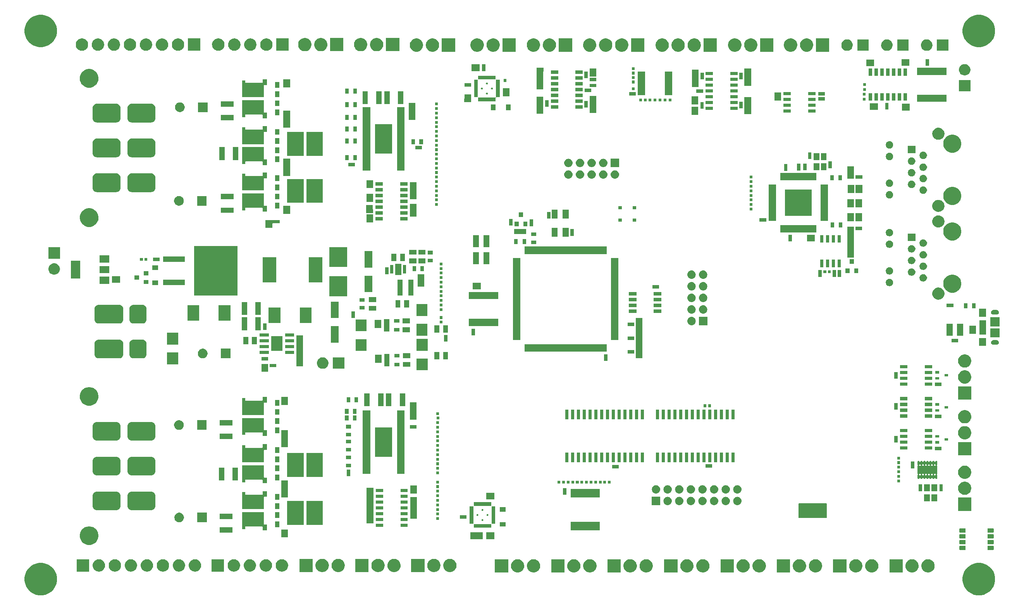
<source format=gts>
G04 #@! TF.GenerationSoftware,KiCad,Pcbnew,(5.0.1-53-g1ecfe45ab)*
G04 #@! TF.CreationDate,2019-03-07T10:28:32+01:00*
G04 #@! TF.ProjectId,motordriver-2x,6d6f746f-7264-4726-9976-65722d32782e,Rev A*
G04 #@! TF.SameCoordinates,Original*
G04 #@! TF.FileFunction,Soldermask,Top*
G04 #@! TF.FilePolarity,Negative*
%FSLAX46Y46*%
G04 Gerber Fmt 4.6, Leading zero omitted, Abs format (unit mm)*
G04 Created by KiCad (PCBNEW (5.0.1-53-g1ecfe45ab)) date Thu 07 Mar 2019 10:28:32 AM CET*
%MOMM*%
%LPD*%
G01*
G04 APERTURE LIST*
%ADD10C,0.150000*%
%ADD11C,0.050000*%
G04 APERTURE END LIST*
D10*
G36*
X216700000Y-132500000D02*
X222700000Y-132500000D01*
X222700000Y-135500000D01*
X216700000Y-135500000D01*
X216700000Y-132500000D01*
G37*
X216700000Y-132500000D02*
X222700000Y-132500000D01*
X222700000Y-135500000D01*
X216700000Y-135500000D01*
X216700000Y-132500000D01*
D11*
G36*
X257035786Y-145585462D02*
X257035788Y-145585463D01*
X257035789Y-145585463D01*
X257682029Y-145853144D01*
X258100956Y-146133062D01*
X258263634Y-146241760D01*
X258758240Y-146736366D01*
X258758242Y-146736369D01*
X259146856Y-147317971D01*
X259414537Y-147964211D01*
X259551000Y-148650257D01*
X259551000Y-149349743D01*
X259414537Y-150035789D01*
X259146856Y-150682029D01*
X259146855Y-150682030D01*
X258758240Y-151263634D01*
X258263634Y-151758240D01*
X258263631Y-151758242D01*
X257682029Y-152146856D01*
X257035789Y-152414537D01*
X257035788Y-152414537D01*
X257035786Y-152414538D01*
X256349744Y-152551000D01*
X255650256Y-152551000D01*
X254964214Y-152414538D01*
X254964212Y-152414537D01*
X254964211Y-152414537D01*
X254317971Y-152146856D01*
X253736369Y-151758242D01*
X253736366Y-151758240D01*
X253241760Y-151263634D01*
X252853145Y-150682030D01*
X252853144Y-150682029D01*
X252585463Y-150035789D01*
X252449000Y-149349743D01*
X252449000Y-148650257D01*
X252585463Y-147964211D01*
X252853144Y-147317971D01*
X253241758Y-146736369D01*
X253241760Y-146736366D01*
X253736366Y-146241760D01*
X253899044Y-146133062D01*
X254317971Y-145853144D01*
X254964211Y-145585463D01*
X254964212Y-145585463D01*
X254964214Y-145585462D01*
X255650256Y-145449000D01*
X256349744Y-145449000D01*
X257035786Y-145585462D01*
X257035786Y-145585462D01*
G37*
G36*
X52035786Y-145585462D02*
X52035788Y-145585463D01*
X52035789Y-145585463D01*
X52682029Y-145853144D01*
X53100956Y-146133062D01*
X53263634Y-146241760D01*
X53758240Y-146736366D01*
X53758242Y-146736369D01*
X54146856Y-147317971D01*
X54414537Y-147964211D01*
X54551000Y-148650257D01*
X54551000Y-149349743D01*
X54414537Y-150035789D01*
X54146856Y-150682029D01*
X54146855Y-150682030D01*
X53758240Y-151263634D01*
X53263634Y-151758240D01*
X53263631Y-151758242D01*
X52682029Y-152146856D01*
X52035789Y-152414537D01*
X52035788Y-152414537D01*
X52035786Y-152414538D01*
X51349744Y-152551000D01*
X50650256Y-152551000D01*
X49964214Y-152414538D01*
X49964212Y-152414537D01*
X49964211Y-152414537D01*
X49317971Y-152146856D01*
X48736369Y-151758242D01*
X48736366Y-151758240D01*
X48241760Y-151263634D01*
X47853145Y-150682030D01*
X47853144Y-150682029D01*
X47585463Y-150035789D01*
X47449000Y-149349743D01*
X47449000Y-148650257D01*
X47585463Y-147964211D01*
X47853144Y-147317971D01*
X48241758Y-146736369D01*
X48241760Y-146736366D01*
X48736366Y-146241760D01*
X48899044Y-146133062D01*
X49317971Y-145853144D01*
X49964211Y-145585463D01*
X49964212Y-145585463D01*
X49964214Y-145585462D01*
X50650256Y-145449000D01*
X51349744Y-145449000D01*
X52035786Y-145585462D01*
X52035786Y-145585462D01*
G37*
G36*
X155623238Y-144704760D02*
X155623240Y-144704761D01*
X155623241Y-144704761D01*
X155887306Y-144814140D01*
X156091547Y-144950610D01*
X156124962Y-144972937D01*
X156327063Y-145175038D01*
X156327065Y-145175041D01*
X156485860Y-145412694D01*
X156557423Y-145585463D01*
X156595240Y-145676762D01*
X156651000Y-145957088D01*
X156651000Y-146242912D01*
X156615131Y-146423241D01*
X156595239Y-146523241D01*
X156485860Y-146787306D01*
X156485859Y-146787307D01*
X156327063Y-147024962D01*
X156124962Y-147227063D01*
X156124959Y-147227065D01*
X155887306Y-147385860D01*
X155623241Y-147495239D01*
X155623240Y-147495239D01*
X155623238Y-147495240D01*
X155342912Y-147551000D01*
X155057088Y-147551000D01*
X154776762Y-147495240D01*
X154776760Y-147495239D01*
X154776759Y-147495239D01*
X154512694Y-147385860D01*
X154275041Y-147227065D01*
X154275038Y-147227063D01*
X154072937Y-147024962D01*
X153914141Y-146787307D01*
X153914140Y-146787306D01*
X153804761Y-146523241D01*
X153784870Y-146423241D01*
X153749000Y-146242912D01*
X153749000Y-145957088D01*
X153804760Y-145676762D01*
X153842577Y-145585463D01*
X153914140Y-145412694D01*
X154072935Y-145175041D01*
X154072937Y-145175038D01*
X154275038Y-144972937D01*
X154308453Y-144950610D01*
X154512694Y-144814140D01*
X154776759Y-144704761D01*
X154776760Y-144704761D01*
X154776762Y-144704760D01*
X155057088Y-144649000D01*
X155342912Y-144649000D01*
X155623238Y-144704760D01*
X155623238Y-144704760D01*
G37*
G36*
X214751000Y-147551000D02*
X211849000Y-147551000D01*
X211849000Y-144649000D01*
X214751000Y-144649000D01*
X214751000Y-147551000D01*
X214751000Y-147551000D01*
G37*
G36*
X245323238Y-144704760D02*
X245323240Y-144704761D01*
X245323241Y-144704761D01*
X245587306Y-144814140D01*
X245791547Y-144950610D01*
X245824962Y-144972937D01*
X246027063Y-145175038D01*
X246027065Y-145175041D01*
X246185860Y-145412694D01*
X246257423Y-145585463D01*
X246295240Y-145676762D01*
X246351000Y-145957088D01*
X246351000Y-146242912D01*
X246315131Y-146423241D01*
X246295239Y-146523241D01*
X246185860Y-146787306D01*
X246185859Y-146787307D01*
X246027063Y-147024962D01*
X245824962Y-147227063D01*
X245824959Y-147227065D01*
X245587306Y-147385860D01*
X245323241Y-147495239D01*
X245323240Y-147495239D01*
X245323238Y-147495240D01*
X245042912Y-147551000D01*
X244757088Y-147551000D01*
X244476762Y-147495240D01*
X244476760Y-147495239D01*
X244476759Y-147495239D01*
X244212694Y-147385860D01*
X243975041Y-147227065D01*
X243975038Y-147227063D01*
X243772937Y-147024962D01*
X243614141Y-146787307D01*
X243614140Y-146787306D01*
X243504761Y-146523241D01*
X243484870Y-146423241D01*
X243449000Y-146242912D01*
X243449000Y-145957088D01*
X243504760Y-145676762D01*
X243542577Y-145585463D01*
X243614140Y-145412694D01*
X243772935Y-145175041D01*
X243772937Y-145175038D01*
X243975038Y-144972937D01*
X244008453Y-144950610D01*
X244212694Y-144814140D01*
X244476759Y-144704761D01*
X244476760Y-144704761D01*
X244476762Y-144704760D01*
X244757088Y-144649000D01*
X245042912Y-144649000D01*
X245323238Y-144704760D01*
X245323238Y-144704760D01*
G37*
G36*
X239351000Y-147551000D02*
X236449000Y-147551000D01*
X236449000Y-144649000D01*
X239351000Y-144649000D01*
X239351000Y-147551000D01*
X239351000Y-147551000D01*
G37*
G36*
X171423238Y-144704760D02*
X171423240Y-144704761D01*
X171423241Y-144704761D01*
X171687306Y-144814140D01*
X171891547Y-144950610D01*
X171924962Y-144972937D01*
X172127063Y-145175038D01*
X172127065Y-145175041D01*
X172285860Y-145412694D01*
X172357423Y-145585463D01*
X172395240Y-145676762D01*
X172451000Y-145957088D01*
X172451000Y-146242912D01*
X172415131Y-146423241D01*
X172395239Y-146523241D01*
X172285860Y-146787306D01*
X172285859Y-146787307D01*
X172127063Y-147024962D01*
X171924962Y-147227063D01*
X171924959Y-147227065D01*
X171687306Y-147385860D01*
X171423241Y-147495239D01*
X171423240Y-147495239D01*
X171423238Y-147495240D01*
X171142912Y-147551000D01*
X170857088Y-147551000D01*
X170576762Y-147495240D01*
X170576760Y-147495239D01*
X170576759Y-147495239D01*
X170312694Y-147385860D01*
X170075041Y-147227065D01*
X170075038Y-147227063D01*
X169872937Y-147024962D01*
X169714141Y-146787307D01*
X169714140Y-146787306D01*
X169604761Y-146523241D01*
X169584870Y-146423241D01*
X169549000Y-146242912D01*
X169549000Y-145957088D01*
X169604760Y-145676762D01*
X169642577Y-145585463D01*
X169714140Y-145412694D01*
X169872935Y-145175041D01*
X169872937Y-145175038D01*
X170075038Y-144972937D01*
X170108453Y-144950610D01*
X170312694Y-144814140D01*
X170576759Y-144704761D01*
X170576760Y-144704761D01*
X170576762Y-144704760D01*
X170857088Y-144649000D01*
X171142912Y-144649000D01*
X171423238Y-144704760D01*
X171423238Y-144704760D01*
G37*
G36*
X165451000Y-147551000D02*
X162549000Y-147551000D01*
X162549000Y-144649000D01*
X165451000Y-144649000D01*
X165451000Y-147551000D01*
X165451000Y-147551000D01*
G37*
G36*
X167923238Y-144704760D02*
X167923240Y-144704761D01*
X167923241Y-144704761D01*
X168187306Y-144814140D01*
X168391547Y-144950610D01*
X168424962Y-144972937D01*
X168627063Y-145175038D01*
X168627065Y-145175041D01*
X168785860Y-145412694D01*
X168857423Y-145585463D01*
X168895240Y-145676762D01*
X168951000Y-145957088D01*
X168951000Y-146242912D01*
X168915131Y-146423241D01*
X168895239Y-146523241D01*
X168785860Y-146787306D01*
X168785859Y-146787307D01*
X168627063Y-147024962D01*
X168424962Y-147227063D01*
X168424959Y-147227065D01*
X168187306Y-147385860D01*
X167923241Y-147495239D01*
X167923240Y-147495239D01*
X167923238Y-147495240D01*
X167642912Y-147551000D01*
X167357088Y-147551000D01*
X167076762Y-147495240D01*
X167076760Y-147495239D01*
X167076759Y-147495239D01*
X166812694Y-147385860D01*
X166575041Y-147227065D01*
X166575038Y-147227063D01*
X166372937Y-147024962D01*
X166214141Y-146787307D01*
X166214140Y-146787306D01*
X166104761Y-146523241D01*
X166084870Y-146423241D01*
X166049000Y-146242912D01*
X166049000Y-145957088D01*
X166104760Y-145676762D01*
X166142577Y-145585463D01*
X166214140Y-145412694D01*
X166372935Y-145175041D01*
X166372937Y-145175038D01*
X166575038Y-144972937D01*
X166608453Y-144950610D01*
X166812694Y-144814140D01*
X167076759Y-144704761D01*
X167076760Y-144704761D01*
X167076762Y-144704760D01*
X167357088Y-144649000D01*
X167642912Y-144649000D01*
X167923238Y-144704760D01*
X167923238Y-144704760D01*
G37*
G36*
X241823238Y-144704760D02*
X241823240Y-144704761D01*
X241823241Y-144704761D01*
X242087306Y-144814140D01*
X242291547Y-144950610D01*
X242324962Y-144972937D01*
X242527063Y-145175038D01*
X242527065Y-145175041D01*
X242685860Y-145412694D01*
X242757423Y-145585463D01*
X242795240Y-145676762D01*
X242851000Y-145957088D01*
X242851000Y-146242912D01*
X242815131Y-146423241D01*
X242795239Y-146523241D01*
X242685860Y-146787306D01*
X242685859Y-146787307D01*
X242527063Y-147024962D01*
X242324962Y-147227063D01*
X242324959Y-147227065D01*
X242087306Y-147385860D01*
X241823241Y-147495239D01*
X241823240Y-147495239D01*
X241823238Y-147495240D01*
X241542912Y-147551000D01*
X241257088Y-147551000D01*
X240976762Y-147495240D01*
X240976760Y-147495239D01*
X240976759Y-147495239D01*
X240712694Y-147385860D01*
X240475041Y-147227065D01*
X240475038Y-147227063D01*
X240272937Y-147024962D01*
X240114141Y-146787307D01*
X240114140Y-146787306D01*
X240004761Y-146523241D01*
X239984870Y-146423241D01*
X239949000Y-146242912D01*
X239949000Y-145957088D01*
X240004760Y-145676762D01*
X240042577Y-145585463D01*
X240114140Y-145412694D01*
X240272935Y-145175041D01*
X240272937Y-145175038D01*
X240475038Y-144972937D01*
X240508453Y-144950610D01*
X240712694Y-144814140D01*
X240976759Y-144704761D01*
X240976760Y-144704761D01*
X240976762Y-144704760D01*
X241257088Y-144649000D01*
X241542912Y-144649000D01*
X241823238Y-144704760D01*
X241823238Y-144704760D01*
G37*
G36*
X227051000Y-147551000D02*
X224149000Y-147551000D01*
X224149000Y-144649000D01*
X227051000Y-144649000D01*
X227051000Y-147551000D01*
X227051000Y-147551000D01*
G37*
G36*
X229523238Y-144704760D02*
X229523240Y-144704761D01*
X229523241Y-144704761D01*
X229787306Y-144814140D01*
X229991547Y-144950610D01*
X230024962Y-144972937D01*
X230227063Y-145175038D01*
X230227065Y-145175041D01*
X230385860Y-145412694D01*
X230457423Y-145585463D01*
X230495240Y-145676762D01*
X230551000Y-145957088D01*
X230551000Y-146242912D01*
X230515131Y-146423241D01*
X230495239Y-146523241D01*
X230385860Y-146787306D01*
X230385859Y-146787307D01*
X230227063Y-147024962D01*
X230024962Y-147227063D01*
X230024959Y-147227065D01*
X229787306Y-147385860D01*
X229523241Y-147495239D01*
X229523240Y-147495239D01*
X229523238Y-147495240D01*
X229242912Y-147551000D01*
X228957088Y-147551000D01*
X228676762Y-147495240D01*
X228676760Y-147495239D01*
X228676759Y-147495239D01*
X228412694Y-147385860D01*
X228175041Y-147227065D01*
X228175038Y-147227063D01*
X227972937Y-147024962D01*
X227814141Y-146787307D01*
X227814140Y-146787306D01*
X227704761Y-146523241D01*
X227684870Y-146423241D01*
X227649000Y-146242912D01*
X227649000Y-145957088D01*
X227704760Y-145676762D01*
X227742577Y-145585463D01*
X227814140Y-145412694D01*
X227972935Y-145175041D01*
X227972937Y-145175038D01*
X228175038Y-144972937D01*
X228208453Y-144950610D01*
X228412694Y-144814140D01*
X228676759Y-144704761D01*
X228676760Y-144704761D01*
X228676762Y-144704760D01*
X228957088Y-144649000D01*
X229242912Y-144649000D01*
X229523238Y-144704760D01*
X229523238Y-144704760D01*
G37*
G36*
X220723238Y-144704760D02*
X220723240Y-144704761D01*
X220723241Y-144704761D01*
X220987306Y-144814140D01*
X221191547Y-144950610D01*
X221224962Y-144972937D01*
X221427063Y-145175038D01*
X221427065Y-145175041D01*
X221585860Y-145412694D01*
X221657423Y-145585463D01*
X221695240Y-145676762D01*
X221751000Y-145957088D01*
X221751000Y-146242912D01*
X221715131Y-146423241D01*
X221695239Y-146523241D01*
X221585860Y-146787306D01*
X221585859Y-146787307D01*
X221427063Y-147024962D01*
X221224962Y-147227063D01*
X221224959Y-147227065D01*
X220987306Y-147385860D01*
X220723241Y-147495239D01*
X220723240Y-147495239D01*
X220723238Y-147495240D01*
X220442912Y-147551000D01*
X220157088Y-147551000D01*
X219876762Y-147495240D01*
X219876760Y-147495239D01*
X219876759Y-147495239D01*
X219612694Y-147385860D01*
X219375041Y-147227065D01*
X219375038Y-147227063D01*
X219172937Y-147024962D01*
X219014141Y-146787307D01*
X219014140Y-146787306D01*
X218904761Y-146523241D01*
X218884870Y-146423241D01*
X218849000Y-146242912D01*
X218849000Y-145957088D01*
X218904760Y-145676762D01*
X218942577Y-145585463D01*
X219014140Y-145412694D01*
X219172935Y-145175041D01*
X219172937Y-145175038D01*
X219375038Y-144972937D01*
X219408453Y-144950610D01*
X219612694Y-144814140D01*
X219876759Y-144704761D01*
X219876760Y-144704761D01*
X219876762Y-144704760D01*
X220157088Y-144649000D01*
X220442912Y-144649000D01*
X220723238Y-144704760D01*
X220723238Y-144704760D01*
G37*
G36*
X233023238Y-144704760D02*
X233023240Y-144704761D01*
X233023241Y-144704761D01*
X233287306Y-144814140D01*
X233491547Y-144950610D01*
X233524962Y-144972937D01*
X233727063Y-145175038D01*
X233727065Y-145175041D01*
X233885860Y-145412694D01*
X233957423Y-145585463D01*
X233995240Y-145676762D01*
X234051000Y-145957088D01*
X234051000Y-146242912D01*
X234015131Y-146423241D01*
X233995239Y-146523241D01*
X233885860Y-146787306D01*
X233885859Y-146787307D01*
X233727063Y-147024962D01*
X233524962Y-147227063D01*
X233524959Y-147227065D01*
X233287306Y-147385860D01*
X233023241Y-147495239D01*
X233023240Y-147495239D01*
X233023238Y-147495240D01*
X232742912Y-147551000D01*
X232457088Y-147551000D01*
X232176762Y-147495240D01*
X232176760Y-147495239D01*
X232176759Y-147495239D01*
X231912694Y-147385860D01*
X231675041Y-147227065D01*
X231675038Y-147227063D01*
X231472937Y-147024962D01*
X231314141Y-146787307D01*
X231314140Y-146787306D01*
X231204761Y-146523241D01*
X231184870Y-146423241D01*
X231149000Y-146242912D01*
X231149000Y-145957088D01*
X231204760Y-145676762D01*
X231242577Y-145585463D01*
X231314140Y-145412694D01*
X231472935Y-145175041D01*
X231472937Y-145175038D01*
X231675038Y-144972937D01*
X231708453Y-144950610D01*
X231912694Y-144814140D01*
X232176759Y-144704761D01*
X232176760Y-144704761D01*
X232176762Y-144704760D01*
X232457088Y-144649000D01*
X232742912Y-144649000D01*
X233023238Y-144704760D01*
X233023238Y-144704760D01*
G37*
G36*
X217223238Y-144704760D02*
X217223240Y-144704761D01*
X217223241Y-144704761D01*
X217487306Y-144814140D01*
X217691547Y-144950610D01*
X217724962Y-144972937D01*
X217927063Y-145175038D01*
X217927065Y-145175041D01*
X218085860Y-145412694D01*
X218157423Y-145585463D01*
X218195240Y-145676762D01*
X218251000Y-145957088D01*
X218251000Y-146242912D01*
X218215131Y-146423241D01*
X218195239Y-146523241D01*
X218085860Y-146787306D01*
X218085859Y-146787307D01*
X217927063Y-147024962D01*
X217724962Y-147227063D01*
X217724959Y-147227065D01*
X217487306Y-147385860D01*
X217223241Y-147495239D01*
X217223240Y-147495239D01*
X217223238Y-147495240D01*
X216942912Y-147551000D01*
X216657088Y-147551000D01*
X216376762Y-147495240D01*
X216376760Y-147495239D01*
X216376759Y-147495239D01*
X216112694Y-147385860D01*
X215875041Y-147227065D01*
X215875038Y-147227063D01*
X215672937Y-147024962D01*
X215514141Y-146787307D01*
X215514140Y-146787306D01*
X215404761Y-146523241D01*
X215384870Y-146423241D01*
X215349000Y-146242912D01*
X215349000Y-145957088D01*
X215404760Y-145676762D01*
X215442577Y-145585463D01*
X215514140Y-145412694D01*
X215672935Y-145175041D01*
X215672937Y-145175038D01*
X215875038Y-144972937D01*
X215908453Y-144950610D01*
X216112694Y-144814140D01*
X216376759Y-144704761D01*
X216376760Y-144704761D01*
X216376762Y-144704760D01*
X216657088Y-144649000D01*
X216942912Y-144649000D01*
X217223238Y-144704760D01*
X217223238Y-144704760D01*
G37*
G36*
X202451000Y-147551000D02*
X199549000Y-147551000D01*
X199549000Y-144649000D01*
X202451000Y-144649000D01*
X202451000Y-147551000D01*
X202451000Y-147551000D01*
G37*
G36*
X204923238Y-144704760D02*
X204923240Y-144704761D01*
X204923241Y-144704761D01*
X205187306Y-144814140D01*
X205391547Y-144950610D01*
X205424962Y-144972937D01*
X205627063Y-145175038D01*
X205627065Y-145175041D01*
X205785860Y-145412694D01*
X205857423Y-145585463D01*
X205895240Y-145676762D01*
X205951000Y-145957088D01*
X205951000Y-146242912D01*
X205915131Y-146423241D01*
X205895239Y-146523241D01*
X205785860Y-146787306D01*
X205785859Y-146787307D01*
X205627063Y-147024962D01*
X205424962Y-147227063D01*
X205424959Y-147227065D01*
X205187306Y-147385860D01*
X204923241Y-147495239D01*
X204923240Y-147495239D01*
X204923238Y-147495240D01*
X204642912Y-147551000D01*
X204357088Y-147551000D01*
X204076762Y-147495240D01*
X204076760Y-147495239D01*
X204076759Y-147495239D01*
X203812694Y-147385860D01*
X203575041Y-147227065D01*
X203575038Y-147227063D01*
X203372937Y-147024962D01*
X203214141Y-146787307D01*
X203214140Y-146787306D01*
X203104761Y-146523241D01*
X203084870Y-146423241D01*
X203049000Y-146242912D01*
X203049000Y-145957088D01*
X203104760Y-145676762D01*
X203142577Y-145585463D01*
X203214140Y-145412694D01*
X203372935Y-145175041D01*
X203372937Y-145175038D01*
X203575038Y-144972937D01*
X203608453Y-144950610D01*
X203812694Y-144814140D01*
X204076759Y-144704761D01*
X204076760Y-144704761D01*
X204076762Y-144704760D01*
X204357088Y-144649000D01*
X204642912Y-144649000D01*
X204923238Y-144704760D01*
X204923238Y-144704760D01*
G37*
G36*
X196123238Y-144704760D02*
X196123240Y-144704761D01*
X196123241Y-144704761D01*
X196387306Y-144814140D01*
X196591547Y-144950610D01*
X196624962Y-144972937D01*
X196827063Y-145175038D01*
X196827065Y-145175041D01*
X196985860Y-145412694D01*
X197057423Y-145585463D01*
X197095240Y-145676762D01*
X197151000Y-145957088D01*
X197151000Y-146242912D01*
X197115131Y-146423241D01*
X197095239Y-146523241D01*
X196985860Y-146787306D01*
X196985859Y-146787307D01*
X196827063Y-147024962D01*
X196624962Y-147227063D01*
X196624959Y-147227065D01*
X196387306Y-147385860D01*
X196123241Y-147495239D01*
X196123240Y-147495239D01*
X196123238Y-147495240D01*
X195842912Y-147551000D01*
X195557088Y-147551000D01*
X195276762Y-147495240D01*
X195276760Y-147495239D01*
X195276759Y-147495239D01*
X195012694Y-147385860D01*
X194775041Y-147227065D01*
X194775038Y-147227063D01*
X194572937Y-147024962D01*
X194414141Y-146787307D01*
X194414140Y-146787306D01*
X194304761Y-146523241D01*
X194284870Y-146423241D01*
X194249000Y-146242912D01*
X194249000Y-145957088D01*
X194304760Y-145676762D01*
X194342577Y-145585463D01*
X194414140Y-145412694D01*
X194572935Y-145175041D01*
X194572937Y-145175038D01*
X194775038Y-144972937D01*
X194808453Y-144950610D01*
X195012694Y-144814140D01*
X195276759Y-144704761D01*
X195276760Y-144704761D01*
X195276762Y-144704760D01*
X195557088Y-144649000D01*
X195842912Y-144649000D01*
X196123238Y-144704760D01*
X196123238Y-144704760D01*
G37*
G36*
X190151000Y-147551000D02*
X187249000Y-147551000D01*
X187249000Y-144649000D01*
X190151000Y-144649000D01*
X190151000Y-147551000D01*
X190151000Y-147551000D01*
G37*
G36*
X192623238Y-144704760D02*
X192623240Y-144704761D01*
X192623241Y-144704761D01*
X192887306Y-144814140D01*
X193091547Y-144950610D01*
X193124962Y-144972937D01*
X193327063Y-145175038D01*
X193327065Y-145175041D01*
X193485860Y-145412694D01*
X193557423Y-145585463D01*
X193595240Y-145676762D01*
X193651000Y-145957088D01*
X193651000Y-146242912D01*
X193615131Y-146423241D01*
X193595239Y-146523241D01*
X193485860Y-146787306D01*
X193485859Y-146787307D01*
X193327063Y-147024962D01*
X193124962Y-147227063D01*
X193124959Y-147227065D01*
X192887306Y-147385860D01*
X192623241Y-147495239D01*
X192623240Y-147495239D01*
X192623238Y-147495240D01*
X192342912Y-147551000D01*
X192057088Y-147551000D01*
X191776762Y-147495240D01*
X191776760Y-147495239D01*
X191776759Y-147495239D01*
X191512694Y-147385860D01*
X191275041Y-147227065D01*
X191275038Y-147227063D01*
X191072937Y-147024962D01*
X190914141Y-146787307D01*
X190914140Y-146787306D01*
X190804761Y-146523241D01*
X190784870Y-146423241D01*
X190749000Y-146242912D01*
X190749000Y-145957088D01*
X190804760Y-145676762D01*
X190842577Y-145585463D01*
X190914140Y-145412694D01*
X191072935Y-145175041D01*
X191072937Y-145175038D01*
X191275038Y-144972937D01*
X191308453Y-144950610D01*
X191512694Y-144814140D01*
X191776759Y-144704761D01*
X191776760Y-144704761D01*
X191776762Y-144704760D01*
X192057088Y-144649000D01*
X192342912Y-144649000D01*
X192623238Y-144704760D01*
X192623238Y-144704760D01*
G37*
G36*
X183723238Y-144704760D02*
X183723240Y-144704761D01*
X183723241Y-144704761D01*
X183987306Y-144814140D01*
X184191547Y-144950610D01*
X184224962Y-144972937D01*
X184427063Y-145175038D01*
X184427065Y-145175041D01*
X184585860Y-145412694D01*
X184657423Y-145585463D01*
X184695240Y-145676762D01*
X184751000Y-145957088D01*
X184751000Y-146242912D01*
X184715131Y-146423241D01*
X184695239Y-146523241D01*
X184585860Y-146787306D01*
X184585859Y-146787307D01*
X184427063Y-147024962D01*
X184224962Y-147227063D01*
X184224959Y-147227065D01*
X183987306Y-147385860D01*
X183723241Y-147495239D01*
X183723240Y-147495239D01*
X183723238Y-147495240D01*
X183442912Y-147551000D01*
X183157088Y-147551000D01*
X182876762Y-147495240D01*
X182876760Y-147495239D01*
X182876759Y-147495239D01*
X182612694Y-147385860D01*
X182375041Y-147227065D01*
X182375038Y-147227063D01*
X182172937Y-147024962D01*
X182014141Y-146787307D01*
X182014140Y-146787306D01*
X181904761Y-146523241D01*
X181884870Y-146423241D01*
X181849000Y-146242912D01*
X181849000Y-145957088D01*
X181904760Y-145676762D01*
X181942577Y-145585463D01*
X182014140Y-145412694D01*
X182172935Y-145175041D01*
X182172937Y-145175038D01*
X182375038Y-144972937D01*
X182408453Y-144950610D01*
X182612694Y-144814140D01*
X182876759Y-144704761D01*
X182876760Y-144704761D01*
X182876762Y-144704760D01*
X183157088Y-144649000D01*
X183442912Y-144649000D01*
X183723238Y-144704760D01*
X183723238Y-144704760D01*
G37*
G36*
X177751000Y-147551000D02*
X174849000Y-147551000D01*
X174849000Y-144649000D01*
X177751000Y-144649000D01*
X177751000Y-147551000D01*
X177751000Y-147551000D01*
G37*
G36*
X180223238Y-144704760D02*
X180223240Y-144704761D01*
X180223241Y-144704761D01*
X180487306Y-144814140D01*
X180691547Y-144950610D01*
X180724962Y-144972937D01*
X180927063Y-145175038D01*
X180927065Y-145175041D01*
X181085860Y-145412694D01*
X181157423Y-145585463D01*
X181195240Y-145676762D01*
X181251000Y-145957088D01*
X181251000Y-146242912D01*
X181215131Y-146423241D01*
X181195239Y-146523241D01*
X181085860Y-146787306D01*
X181085859Y-146787307D01*
X180927063Y-147024962D01*
X180724962Y-147227063D01*
X180724959Y-147227065D01*
X180487306Y-147385860D01*
X180223241Y-147495239D01*
X180223240Y-147495239D01*
X180223238Y-147495240D01*
X179942912Y-147551000D01*
X179657088Y-147551000D01*
X179376762Y-147495240D01*
X179376760Y-147495239D01*
X179376759Y-147495239D01*
X179112694Y-147385860D01*
X178875041Y-147227065D01*
X178875038Y-147227063D01*
X178672937Y-147024962D01*
X178514141Y-146787307D01*
X178514140Y-146787306D01*
X178404761Y-146523241D01*
X178384870Y-146423241D01*
X178349000Y-146242912D01*
X178349000Y-145957088D01*
X178404760Y-145676762D01*
X178442577Y-145585463D01*
X178514140Y-145412694D01*
X178672935Y-145175041D01*
X178672937Y-145175038D01*
X178875038Y-144972937D01*
X178908453Y-144950610D01*
X179112694Y-144814140D01*
X179376759Y-144704761D01*
X179376760Y-144704761D01*
X179376762Y-144704760D01*
X179657088Y-144649000D01*
X179942912Y-144649000D01*
X180223238Y-144704760D01*
X180223238Y-144704760D01*
G37*
G36*
X159123238Y-144704760D02*
X159123240Y-144704761D01*
X159123241Y-144704761D01*
X159387306Y-144814140D01*
X159591547Y-144950610D01*
X159624962Y-144972937D01*
X159827063Y-145175038D01*
X159827065Y-145175041D01*
X159985860Y-145412694D01*
X160057423Y-145585463D01*
X160095240Y-145676762D01*
X160151000Y-145957088D01*
X160151000Y-146242912D01*
X160115131Y-146423241D01*
X160095239Y-146523241D01*
X159985860Y-146787306D01*
X159985859Y-146787307D01*
X159827063Y-147024962D01*
X159624962Y-147227063D01*
X159624959Y-147227065D01*
X159387306Y-147385860D01*
X159123241Y-147495239D01*
X159123240Y-147495239D01*
X159123238Y-147495240D01*
X158842912Y-147551000D01*
X158557088Y-147551000D01*
X158276762Y-147495240D01*
X158276760Y-147495239D01*
X158276759Y-147495239D01*
X158012694Y-147385860D01*
X157775041Y-147227065D01*
X157775038Y-147227063D01*
X157572937Y-147024962D01*
X157414141Y-146787307D01*
X157414140Y-146787306D01*
X157304761Y-146523241D01*
X157284870Y-146423241D01*
X157249000Y-146242912D01*
X157249000Y-145957088D01*
X157304760Y-145676762D01*
X157342577Y-145585463D01*
X157414140Y-145412694D01*
X157572935Y-145175041D01*
X157572937Y-145175038D01*
X157775038Y-144972937D01*
X157808453Y-144950610D01*
X158012694Y-144814140D01*
X158276759Y-144704761D01*
X158276760Y-144704761D01*
X158276762Y-144704760D01*
X158557088Y-144649000D01*
X158842912Y-144649000D01*
X159123238Y-144704760D01*
X159123238Y-144704760D01*
G37*
G36*
X153151000Y-147551000D02*
X150249000Y-147551000D01*
X150249000Y-144649000D01*
X153151000Y-144649000D01*
X153151000Y-147551000D01*
X153151000Y-147551000D01*
G37*
G36*
X208423238Y-144704760D02*
X208423240Y-144704761D01*
X208423241Y-144704761D01*
X208687306Y-144814140D01*
X208891547Y-144950610D01*
X208924962Y-144972937D01*
X209127063Y-145175038D01*
X209127065Y-145175041D01*
X209285860Y-145412694D01*
X209357423Y-145585463D01*
X209395240Y-145676762D01*
X209451000Y-145957088D01*
X209451000Y-146242912D01*
X209415131Y-146423241D01*
X209395239Y-146523241D01*
X209285860Y-146787306D01*
X209285859Y-146787307D01*
X209127063Y-147024962D01*
X208924962Y-147227063D01*
X208924959Y-147227065D01*
X208687306Y-147385860D01*
X208423241Y-147495239D01*
X208423240Y-147495239D01*
X208423238Y-147495240D01*
X208142912Y-147551000D01*
X207857088Y-147551000D01*
X207576762Y-147495240D01*
X207576760Y-147495239D01*
X207576759Y-147495239D01*
X207312694Y-147385860D01*
X207075041Y-147227065D01*
X207075038Y-147227063D01*
X206872937Y-147024962D01*
X206714141Y-146787307D01*
X206714140Y-146787306D01*
X206604761Y-146523241D01*
X206584870Y-146423241D01*
X206549000Y-146242912D01*
X206549000Y-145957088D01*
X206604760Y-145676762D01*
X206642577Y-145585463D01*
X206714140Y-145412694D01*
X206872935Y-145175041D01*
X206872937Y-145175038D01*
X207075038Y-144972937D01*
X207108453Y-144950610D01*
X207312694Y-144814140D01*
X207576759Y-144704761D01*
X207576760Y-144704761D01*
X207576762Y-144704760D01*
X207857088Y-144649000D01*
X208142912Y-144649000D01*
X208423238Y-144704760D01*
X208423238Y-144704760D01*
G37*
G36*
X112923238Y-144604760D02*
X112923240Y-144604761D01*
X112923241Y-144604761D01*
X113187306Y-144714140D01*
X113187307Y-144714141D01*
X113424962Y-144872937D01*
X113627063Y-145075038D01*
X113627065Y-145075041D01*
X113785860Y-145312694D01*
X113895239Y-145576759D01*
X113895240Y-145576762D01*
X113951000Y-145857088D01*
X113951000Y-146142912D01*
X113901042Y-146394071D01*
X113895239Y-146423241D01*
X113785860Y-146687306D01*
X113785859Y-146687307D01*
X113627063Y-146924962D01*
X113424962Y-147127063D01*
X113424959Y-147127065D01*
X113187306Y-147285860D01*
X112923241Y-147395239D01*
X112923240Y-147395239D01*
X112923238Y-147395240D01*
X112642912Y-147451000D01*
X112357088Y-147451000D01*
X112076762Y-147395240D01*
X112076760Y-147395239D01*
X112076759Y-147395239D01*
X111812694Y-147285860D01*
X111575041Y-147127065D01*
X111575038Y-147127063D01*
X111372937Y-146924962D01*
X111214141Y-146687307D01*
X111214140Y-146687306D01*
X111104761Y-146423241D01*
X111098959Y-146394071D01*
X111049000Y-146142912D01*
X111049000Y-145857088D01*
X111104760Y-145576762D01*
X111104761Y-145576759D01*
X111214140Y-145312694D01*
X111372935Y-145075041D01*
X111372937Y-145075038D01*
X111575038Y-144872937D01*
X111812693Y-144714141D01*
X111812694Y-144714140D01*
X112076759Y-144604761D01*
X112076760Y-144604761D01*
X112076762Y-144604760D01*
X112357088Y-144549000D01*
X112642912Y-144549000D01*
X112923238Y-144604760D01*
X112923238Y-144604760D01*
G37*
G36*
X137323238Y-144604760D02*
X137323240Y-144604761D01*
X137323241Y-144604761D01*
X137587306Y-144714140D01*
X137587307Y-144714141D01*
X137824962Y-144872937D01*
X138027063Y-145075038D01*
X138027065Y-145075041D01*
X138185860Y-145312694D01*
X138295239Y-145576759D01*
X138295240Y-145576762D01*
X138351000Y-145857088D01*
X138351000Y-146142912D01*
X138301042Y-146394071D01*
X138295239Y-146423241D01*
X138185860Y-146687306D01*
X138185859Y-146687307D01*
X138027063Y-146924962D01*
X137824962Y-147127063D01*
X137824959Y-147127065D01*
X137587306Y-147285860D01*
X137323241Y-147395239D01*
X137323240Y-147395239D01*
X137323238Y-147395240D01*
X137042912Y-147451000D01*
X136757088Y-147451000D01*
X136476762Y-147395240D01*
X136476760Y-147395239D01*
X136476759Y-147395239D01*
X136212694Y-147285860D01*
X135975041Y-147127065D01*
X135975038Y-147127063D01*
X135772937Y-146924962D01*
X135614141Y-146687307D01*
X135614140Y-146687306D01*
X135504761Y-146423241D01*
X135498959Y-146394071D01*
X135449000Y-146142912D01*
X135449000Y-145857088D01*
X135504760Y-145576762D01*
X135504761Y-145576759D01*
X135614140Y-145312694D01*
X135772935Y-145075041D01*
X135772937Y-145075038D01*
X135975038Y-144872937D01*
X136212693Y-144714141D01*
X136212694Y-144714140D01*
X136476759Y-144604761D01*
X136476760Y-144604761D01*
X136476762Y-144604760D01*
X136757088Y-144549000D01*
X137042912Y-144549000D01*
X137323238Y-144604760D01*
X137323238Y-144604760D01*
G37*
G36*
X134851000Y-147451000D02*
X131949000Y-147451000D01*
X131949000Y-144549000D01*
X134851000Y-144549000D01*
X134851000Y-147451000D01*
X134851000Y-147451000D01*
G37*
G36*
X140823238Y-144604760D02*
X140823240Y-144604761D01*
X140823241Y-144604761D01*
X141087306Y-144714140D01*
X141087307Y-144714141D01*
X141324962Y-144872937D01*
X141527063Y-145075038D01*
X141527065Y-145075041D01*
X141685860Y-145312694D01*
X141795239Y-145576759D01*
X141795240Y-145576762D01*
X141851000Y-145857088D01*
X141851000Y-146142912D01*
X141801042Y-146394071D01*
X141795239Y-146423241D01*
X141685860Y-146687306D01*
X141685859Y-146687307D01*
X141527063Y-146924962D01*
X141324962Y-147127063D01*
X141324959Y-147127065D01*
X141087306Y-147285860D01*
X140823241Y-147395239D01*
X140823240Y-147395239D01*
X140823238Y-147395240D01*
X140542912Y-147451000D01*
X140257088Y-147451000D01*
X139976762Y-147395240D01*
X139976760Y-147395239D01*
X139976759Y-147395239D01*
X139712694Y-147285860D01*
X139475041Y-147127065D01*
X139475038Y-147127063D01*
X139272937Y-146924962D01*
X139114141Y-146687307D01*
X139114140Y-146687306D01*
X139004761Y-146423241D01*
X138998959Y-146394071D01*
X138949000Y-146142912D01*
X138949000Y-145857088D01*
X139004760Y-145576762D01*
X139004761Y-145576759D01*
X139114140Y-145312694D01*
X139272935Y-145075041D01*
X139272937Y-145075038D01*
X139475038Y-144872937D01*
X139712693Y-144714141D01*
X139712694Y-144714140D01*
X139976759Y-144604761D01*
X139976760Y-144604761D01*
X139976762Y-144604760D01*
X140257088Y-144549000D01*
X140542912Y-144549000D01*
X140823238Y-144604760D01*
X140823238Y-144604760D01*
G37*
G36*
X125123238Y-144604760D02*
X125123240Y-144604761D01*
X125123241Y-144604761D01*
X125387306Y-144714140D01*
X125387307Y-144714141D01*
X125624962Y-144872937D01*
X125827063Y-145075038D01*
X125827065Y-145075041D01*
X125985860Y-145312694D01*
X126095239Y-145576759D01*
X126095240Y-145576762D01*
X126151000Y-145857088D01*
X126151000Y-146142912D01*
X126101042Y-146394071D01*
X126095239Y-146423241D01*
X125985860Y-146687306D01*
X125985859Y-146687307D01*
X125827063Y-146924962D01*
X125624962Y-147127063D01*
X125624959Y-147127065D01*
X125387306Y-147285860D01*
X125123241Y-147395239D01*
X125123240Y-147395239D01*
X125123238Y-147395240D01*
X124842912Y-147451000D01*
X124557088Y-147451000D01*
X124276762Y-147395240D01*
X124276760Y-147395239D01*
X124276759Y-147395239D01*
X124012694Y-147285860D01*
X123775041Y-147127065D01*
X123775038Y-147127063D01*
X123572937Y-146924962D01*
X123414141Y-146687307D01*
X123414140Y-146687306D01*
X123304761Y-146423241D01*
X123298959Y-146394071D01*
X123249000Y-146142912D01*
X123249000Y-145857088D01*
X123304760Y-145576762D01*
X123304761Y-145576759D01*
X123414140Y-145312694D01*
X123572935Y-145075041D01*
X123572937Y-145075038D01*
X123775038Y-144872937D01*
X124012693Y-144714141D01*
X124012694Y-144714140D01*
X124276759Y-144604761D01*
X124276760Y-144604761D01*
X124276762Y-144604760D01*
X124557088Y-144549000D01*
X124842912Y-144549000D01*
X125123238Y-144604760D01*
X125123238Y-144604760D01*
G37*
G36*
X122651000Y-147451000D02*
X119749000Y-147451000D01*
X119749000Y-144549000D01*
X122651000Y-144549000D01*
X122651000Y-147451000D01*
X122651000Y-147451000D01*
G37*
G36*
X128623238Y-144604760D02*
X128623240Y-144604761D01*
X128623241Y-144604761D01*
X128887306Y-144714140D01*
X128887307Y-144714141D01*
X129124962Y-144872937D01*
X129327063Y-145075038D01*
X129327065Y-145075041D01*
X129485860Y-145312694D01*
X129595239Y-145576759D01*
X129595240Y-145576762D01*
X129651000Y-145857088D01*
X129651000Y-146142912D01*
X129601042Y-146394071D01*
X129595239Y-146423241D01*
X129485860Y-146687306D01*
X129485859Y-146687307D01*
X129327063Y-146924962D01*
X129124962Y-147127063D01*
X129124959Y-147127065D01*
X128887306Y-147285860D01*
X128623241Y-147395239D01*
X128623240Y-147395239D01*
X128623238Y-147395240D01*
X128342912Y-147451000D01*
X128057088Y-147451000D01*
X127776762Y-147395240D01*
X127776760Y-147395239D01*
X127776759Y-147395239D01*
X127512694Y-147285860D01*
X127275041Y-147127065D01*
X127275038Y-147127063D01*
X127072937Y-146924962D01*
X126914141Y-146687307D01*
X126914140Y-146687306D01*
X126804761Y-146423241D01*
X126798959Y-146394071D01*
X126749000Y-146142912D01*
X126749000Y-145857088D01*
X126804760Y-145576762D01*
X126804761Y-145576759D01*
X126914140Y-145312694D01*
X127072935Y-145075041D01*
X127072937Y-145075038D01*
X127275038Y-144872937D01*
X127512693Y-144714141D01*
X127512694Y-144714140D01*
X127776759Y-144604761D01*
X127776760Y-144604761D01*
X127776762Y-144604760D01*
X128057088Y-144549000D01*
X128342912Y-144549000D01*
X128623238Y-144604760D01*
X128623238Y-144604760D01*
G37*
G36*
X110451000Y-147451000D02*
X107549000Y-147451000D01*
X107549000Y-144549000D01*
X110451000Y-144549000D01*
X110451000Y-147451000D01*
X110451000Y-147451000D01*
G37*
G36*
X116423238Y-144604760D02*
X116423240Y-144604761D01*
X116423241Y-144604761D01*
X116687306Y-144714140D01*
X116687307Y-144714141D01*
X116924962Y-144872937D01*
X117127063Y-145075038D01*
X117127065Y-145075041D01*
X117285860Y-145312694D01*
X117395239Y-145576759D01*
X117395240Y-145576762D01*
X117451000Y-145857088D01*
X117451000Y-146142912D01*
X117401042Y-146394071D01*
X117395239Y-146423241D01*
X117285860Y-146687306D01*
X117285859Y-146687307D01*
X117127063Y-146924962D01*
X116924962Y-147127063D01*
X116924959Y-147127065D01*
X116687306Y-147285860D01*
X116423241Y-147395239D01*
X116423240Y-147395239D01*
X116423238Y-147395240D01*
X116142912Y-147451000D01*
X115857088Y-147451000D01*
X115576762Y-147395240D01*
X115576760Y-147395239D01*
X115576759Y-147395239D01*
X115312694Y-147285860D01*
X115075041Y-147127065D01*
X115075038Y-147127063D01*
X114872937Y-146924962D01*
X114714141Y-146687307D01*
X114714140Y-146687306D01*
X114604761Y-146423241D01*
X114598959Y-146394071D01*
X114549000Y-146142912D01*
X114549000Y-145857088D01*
X114604760Y-145576762D01*
X114604761Y-145576759D01*
X114714140Y-145312694D01*
X114872935Y-145075041D01*
X114872937Y-145075038D01*
X115075038Y-144872937D01*
X115312693Y-144714141D01*
X115312694Y-144714140D01*
X115576759Y-144604761D01*
X115576760Y-144604761D01*
X115576762Y-144604760D01*
X115857088Y-144549000D01*
X116142912Y-144549000D01*
X116423238Y-144604760D01*
X116423238Y-144604760D01*
G37*
G36*
X67463567Y-144674959D02*
X67594072Y-144700918D01*
X67839939Y-144802759D01*
X68060464Y-144950110D01*
X68061215Y-144950612D01*
X68249388Y-145138785D01*
X68249390Y-145138788D01*
X68397241Y-145360061D01*
X68490605Y-145585463D01*
X68499082Y-145605929D01*
X68548257Y-145853145D01*
X68551000Y-145866938D01*
X68551000Y-146133062D01*
X68499082Y-146394072D01*
X68397241Y-146639939D01*
X68298772Y-146787307D01*
X68249388Y-146861215D01*
X68061215Y-147049388D01*
X68061212Y-147049390D01*
X67839939Y-147197241D01*
X67594072Y-147299082D01*
X67499115Y-147317970D01*
X67333063Y-147351000D01*
X67066937Y-147351000D01*
X66900885Y-147317970D01*
X66805928Y-147299082D01*
X66560061Y-147197241D01*
X66338788Y-147049390D01*
X66338785Y-147049388D01*
X66150612Y-146861215D01*
X66101228Y-146787307D01*
X66002759Y-146639939D01*
X65900918Y-146394072D01*
X65849000Y-146133062D01*
X65849000Y-145866938D01*
X65851744Y-145853145D01*
X65900918Y-145605929D01*
X65909395Y-145585463D01*
X66002759Y-145360061D01*
X66150610Y-145138788D01*
X66150612Y-145138785D01*
X66338785Y-144950612D01*
X66339536Y-144950110D01*
X66560061Y-144802759D01*
X66805928Y-144700918D01*
X66936433Y-144674959D01*
X67066937Y-144649000D01*
X67333063Y-144649000D01*
X67463567Y-144674959D01*
X67463567Y-144674959D01*
G37*
G36*
X103963567Y-144674959D02*
X104094072Y-144700918D01*
X104339939Y-144802759D01*
X104560464Y-144950110D01*
X104561215Y-144950612D01*
X104749388Y-145138785D01*
X104749390Y-145138788D01*
X104897241Y-145360061D01*
X104990605Y-145585463D01*
X104999082Y-145605929D01*
X105048257Y-145853145D01*
X105051000Y-145866938D01*
X105051000Y-146133062D01*
X104999082Y-146394072D01*
X104897241Y-146639939D01*
X104798772Y-146787307D01*
X104749388Y-146861215D01*
X104561215Y-147049388D01*
X104561212Y-147049390D01*
X104339939Y-147197241D01*
X104094072Y-147299082D01*
X103999115Y-147317970D01*
X103833063Y-147351000D01*
X103566937Y-147351000D01*
X103400885Y-147317970D01*
X103305928Y-147299082D01*
X103060061Y-147197241D01*
X102838788Y-147049390D01*
X102838785Y-147049388D01*
X102650612Y-146861215D01*
X102601228Y-146787307D01*
X102502759Y-146639939D01*
X102400918Y-146394072D01*
X102349000Y-146133062D01*
X102349000Y-145866938D01*
X102351744Y-145853145D01*
X102400918Y-145605929D01*
X102409395Y-145585463D01*
X102502759Y-145360061D01*
X102650610Y-145138788D01*
X102650612Y-145138785D01*
X102838785Y-144950612D01*
X102839536Y-144950110D01*
X103060061Y-144802759D01*
X103305928Y-144700918D01*
X103436433Y-144674959D01*
X103566937Y-144649000D01*
X103833063Y-144649000D01*
X103963567Y-144674959D01*
X103963567Y-144674959D01*
G37*
G36*
X100463567Y-144674959D02*
X100594072Y-144700918D01*
X100839939Y-144802759D01*
X101060464Y-144950110D01*
X101061215Y-144950612D01*
X101249388Y-145138785D01*
X101249390Y-145138788D01*
X101397241Y-145360061D01*
X101490605Y-145585463D01*
X101499082Y-145605929D01*
X101548257Y-145853145D01*
X101551000Y-145866938D01*
X101551000Y-146133062D01*
X101499082Y-146394072D01*
X101397241Y-146639939D01*
X101298772Y-146787307D01*
X101249388Y-146861215D01*
X101061215Y-147049388D01*
X101061212Y-147049390D01*
X100839939Y-147197241D01*
X100594072Y-147299082D01*
X100499115Y-147317970D01*
X100333063Y-147351000D01*
X100066937Y-147351000D01*
X99900885Y-147317970D01*
X99805928Y-147299082D01*
X99560061Y-147197241D01*
X99338788Y-147049390D01*
X99338785Y-147049388D01*
X99150612Y-146861215D01*
X99101228Y-146787307D01*
X99002759Y-146639939D01*
X98900918Y-146394072D01*
X98849000Y-146133062D01*
X98849000Y-145866938D01*
X98851744Y-145853145D01*
X98900918Y-145605929D01*
X98909395Y-145585463D01*
X99002759Y-145360061D01*
X99150610Y-145138788D01*
X99150612Y-145138785D01*
X99338785Y-144950612D01*
X99339536Y-144950110D01*
X99560061Y-144802759D01*
X99805928Y-144700918D01*
X99936433Y-144674959D01*
X100066937Y-144649000D01*
X100333063Y-144649000D01*
X100463567Y-144674959D01*
X100463567Y-144674959D01*
G37*
G36*
X96963567Y-144674959D02*
X97094072Y-144700918D01*
X97339939Y-144802759D01*
X97560464Y-144950110D01*
X97561215Y-144950612D01*
X97749388Y-145138785D01*
X97749390Y-145138788D01*
X97897241Y-145360061D01*
X97990605Y-145585463D01*
X97999082Y-145605929D01*
X98048257Y-145853145D01*
X98051000Y-145866938D01*
X98051000Y-146133062D01*
X97999082Y-146394072D01*
X97897241Y-146639939D01*
X97798772Y-146787307D01*
X97749388Y-146861215D01*
X97561215Y-147049388D01*
X97561212Y-147049390D01*
X97339939Y-147197241D01*
X97094072Y-147299082D01*
X96999115Y-147317970D01*
X96833063Y-147351000D01*
X96566937Y-147351000D01*
X96400885Y-147317970D01*
X96305928Y-147299082D01*
X96060061Y-147197241D01*
X95838788Y-147049390D01*
X95838785Y-147049388D01*
X95650612Y-146861215D01*
X95601228Y-146787307D01*
X95502759Y-146639939D01*
X95400918Y-146394072D01*
X95349000Y-146133062D01*
X95349000Y-145866938D01*
X95351744Y-145853145D01*
X95400918Y-145605929D01*
X95409395Y-145585463D01*
X95502759Y-145360061D01*
X95650610Y-145138788D01*
X95650612Y-145138785D01*
X95838785Y-144950612D01*
X95839536Y-144950110D01*
X96060061Y-144802759D01*
X96305928Y-144700918D01*
X96436433Y-144674959D01*
X96566937Y-144649000D01*
X96833063Y-144649000D01*
X96963567Y-144674959D01*
X96963567Y-144674959D01*
G37*
G36*
X93463567Y-144674959D02*
X93594072Y-144700918D01*
X93839939Y-144802759D01*
X94060464Y-144950110D01*
X94061215Y-144950612D01*
X94249388Y-145138785D01*
X94249390Y-145138788D01*
X94397241Y-145360061D01*
X94490605Y-145585463D01*
X94499082Y-145605929D01*
X94548257Y-145853145D01*
X94551000Y-145866938D01*
X94551000Y-146133062D01*
X94499082Y-146394072D01*
X94397241Y-146639939D01*
X94298772Y-146787307D01*
X94249388Y-146861215D01*
X94061215Y-147049388D01*
X94061212Y-147049390D01*
X93839939Y-147197241D01*
X93594072Y-147299082D01*
X93499115Y-147317970D01*
X93333063Y-147351000D01*
X93066937Y-147351000D01*
X92900885Y-147317970D01*
X92805928Y-147299082D01*
X92560061Y-147197241D01*
X92338788Y-147049390D01*
X92338785Y-147049388D01*
X92150612Y-146861215D01*
X92101228Y-146787307D01*
X92002759Y-146639939D01*
X91900918Y-146394072D01*
X91849000Y-146133062D01*
X91849000Y-145866938D01*
X91851744Y-145853145D01*
X91900918Y-145605929D01*
X91909395Y-145585463D01*
X92002759Y-145360061D01*
X92150610Y-145138788D01*
X92150612Y-145138785D01*
X92338785Y-144950612D01*
X92339536Y-144950110D01*
X92560061Y-144802759D01*
X92805928Y-144700918D01*
X92936433Y-144674959D01*
X93066937Y-144649000D01*
X93333063Y-144649000D01*
X93463567Y-144674959D01*
X93463567Y-144674959D01*
G37*
G36*
X91051000Y-147351000D02*
X88349000Y-147351000D01*
X88349000Y-144649000D01*
X91051000Y-144649000D01*
X91051000Y-147351000D01*
X91051000Y-147351000D01*
G37*
G36*
X84963567Y-144674959D02*
X85094072Y-144700918D01*
X85339939Y-144802759D01*
X85560464Y-144950110D01*
X85561215Y-144950612D01*
X85749388Y-145138785D01*
X85749390Y-145138788D01*
X85897241Y-145360061D01*
X85990605Y-145585463D01*
X85999082Y-145605929D01*
X86048257Y-145853145D01*
X86051000Y-145866938D01*
X86051000Y-146133062D01*
X85999082Y-146394072D01*
X85897241Y-146639939D01*
X85798772Y-146787307D01*
X85749388Y-146861215D01*
X85561215Y-147049388D01*
X85561212Y-147049390D01*
X85339939Y-147197241D01*
X85094072Y-147299082D01*
X84999115Y-147317970D01*
X84833063Y-147351000D01*
X84566937Y-147351000D01*
X84400885Y-147317970D01*
X84305928Y-147299082D01*
X84060061Y-147197241D01*
X83838788Y-147049390D01*
X83838785Y-147049388D01*
X83650612Y-146861215D01*
X83601228Y-146787307D01*
X83502759Y-146639939D01*
X83400918Y-146394072D01*
X83349000Y-146133062D01*
X83349000Y-145866938D01*
X83351744Y-145853145D01*
X83400918Y-145605929D01*
X83409395Y-145585463D01*
X83502759Y-145360061D01*
X83650610Y-145138788D01*
X83650612Y-145138785D01*
X83838785Y-144950612D01*
X83839536Y-144950110D01*
X84060061Y-144802759D01*
X84305928Y-144700918D01*
X84436433Y-144674959D01*
X84566937Y-144649000D01*
X84833063Y-144649000D01*
X84963567Y-144674959D01*
X84963567Y-144674959D01*
G37*
G36*
X77963567Y-144674959D02*
X78094072Y-144700918D01*
X78339939Y-144802759D01*
X78560464Y-144950110D01*
X78561215Y-144950612D01*
X78749388Y-145138785D01*
X78749390Y-145138788D01*
X78897241Y-145360061D01*
X78990605Y-145585463D01*
X78999082Y-145605929D01*
X79048257Y-145853145D01*
X79051000Y-145866938D01*
X79051000Y-146133062D01*
X78999082Y-146394072D01*
X78897241Y-146639939D01*
X78798772Y-146787307D01*
X78749388Y-146861215D01*
X78561215Y-147049388D01*
X78561212Y-147049390D01*
X78339939Y-147197241D01*
X78094072Y-147299082D01*
X77999115Y-147317970D01*
X77833063Y-147351000D01*
X77566937Y-147351000D01*
X77400885Y-147317970D01*
X77305928Y-147299082D01*
X77060061Y-147197241D01*
X76838788Y-147049390D01*
X76838785Y-147049388D01*
X76650612Y-146861215D01*
X76601228Y-146787307D01*
X76502759Y-146639939D01*
X76400918Y-146394072D01*
X76349000Y-146133062D01*
X76349000Y-145866938D01*
X76351744Y-145853145D01*
X76400918Y-145605929D01*
X76409395Y-145585463D01*
X76502759Y-145360061D01*
X76650610Y-145138788D01*
X76650612Y-145138785D01*
X76838785Y-144950612D01*
X76839536Y-144950110D01*
X77060061Y-144802759D01*
X77305928Y-144700918D01*
X77436433Y-144674959D01*
X77566937Y-144649000D01*
X77833063Y-144649000D01*
X77963567Y-144674959D01*
X77963567Y-144674959D01*
G37*
G36*
X74463567Y-144674959D02*
X74594072Y-144700918D01*
X74839939Y-144802759D01*
X75060464Y-144950110D01*
X75061215Y-144950612D01*
X75249388Y-145138785D01*
X75249390Y-145138788D01*
X75397241Y-145360061D01*
X75490605Y-145585463D01*
X75499082Y-145605929D01*
X75548257Y-145853145D01*
X75551000Y-145866938D01*
X75551000Y-146133062D01*
X75499082Y-146394072D01*
X75397241Y-146639939D01*
X75298772Y-146787307D01*
X75249388Y-146861215D01*
X75061215Y-147049388D01*
X75061212Y-147049390D01*
X74839939Y-147197241D01*
X74594072Y-147299082D01*
X74499115Y-147317970D01*
X74333063Y-147351000D01*
X74066937Y-147351000D01*
X73900885Y-147317970D01*
X73805928Y-147299082D01*
X73560061Y-147197241D01*
X73338788Y-147049390D01*
X73338785Y-147049388D01*
X73150612Y-146861215D01*
X73101228Y-146787307D01*
X73002759Y-146639939D01*
X72900918Y-146394072D01*
X72849000Y-146133062D01*
X72849000Y-145866938D01*
X72851744Y-145853145D01*
X72900918Y-145605929D01*
X72909395Y-145585463D01*
X73002759Y-145360061D01*
X73150610Y-145138788D01*
X73150612Y-145138785D01*
X73338785Y-144950612D01*
X73339536Y-144950110D01*
X73560061Y-144802759D01*
X73805928Y-144700918D01*
X73936433Y-144674959D01*
X74066937Y-144649000D01*
X74333063Y-144649000D01*
X74463567Y-144674959D01*
X74463567Y-144674959D01*
G37*
G36*
X70963567Y-144674959D02*
X71094072Y-144700918D01*
X71339939Y-144802759D01*
X71560464Y-144950110D01*
X71561215Y-144950612D01*
X71749388Y-145138785D01*
X71749390Y-145138788D01*
X71897241Y-145360061D01*
X71990605Y-145585463D01*
X71999082Y-145605929D01*
X72048257Y-145853145D01*
X72051000Y-145866938D01*
X72051000Y-146133062D01*
X71999082Y-146394072D01*
X71897241Y-146639939D01*
X71798772Y-146787307D01*
X71749388Y-146861215D01*
X71561215Y-147049388D01*
X71561212Y-147049390D01*
X71339939Y-147197241D01*
X71094072Y-147299082D01*
X70999115Y-147317970D01*
X70833063Y-147351000D01*
X70566937Y-147351000D01*
X70400885Y-147317970D01*
X70305928Y-147299082D01*
X70060061Y-147197241D01*
X69838788Y-147049390D01*
X69838785Y-147049388D01*
X69650612Y-146861215D01*
X69601228Y-146787307D01*
X69502759Y-146639939D01*
X69400918Y-146394072D01*
X69349000Y-146133062D01*
X69349000Y-145866938D01*
X69351744Y-145853145D01*
X69400918Y-145605929D01*
X69409395Y-145585463D01*
X69502759Y-145360061D01*
X69650610Y-145138788D01*
X69650612Y-145138785D01*
X69838785Y-144950612D01*
X69839536Y-144950110D01*
X70060061Y-144802759D01*
X70305928Y-144700918D01*
X70436433Y-144674959D01*
X70566937Y-144649000D01*
X70833063Y-144649000D01*
X70963567Y-144674959D01*
X70963567Y-144674959D01*
G37*
G36*
X63963567Y-144674959D02*
X64094072Y-144700918D01*
X64339939Y-144802759D01*
X64560464Y-144950110D01*
X64561215Y-144950612D01*
X64749388Y-145138785D01*
X64749390Y-145138788D01*
X64897241Y-145360061D01*
X64990605Y-145585463D01*
X64999082Y-145605929D01*
X65048257Y-145853145D01*
X65051000Y-145866938D01*
X65051000Y-146133062D01*
X64999082Y-146394072D01*
X64897241Y-146639939D01*
X64798772Y-146787307D01*
X64749388Y-146861215D01*
X64561215Y-147049388D01*
X64561212Y-147049390D01*
X64339939Y-147197241D01*
X64094072Y-147299082D01*
X63999115Y-147317970D01*
X63833063Y-147351000D01*
X63566937Y-147351000D01*
X63400885Y-147317970D01*
X63305928Y-147299082D01*
X63060061Y-147197241D01*
X62838788Y-147049390D01*
X62838785Y-147049388D01*
X62650612Y-146861215D01*
X62601228Y-146787307D01*
X62502759Y-146639939D01*
X62400918Y-146394072D01*
X62349000Y-146133062D01*
X62349000Y-145866938D01*
X62351744Y-145853145D01*
X62400918Y-145605929D01*
X62409395Y-145585463D01*
X62502759Y-145360061D01*
X62650610Y-145138788D01*
X62650612Y-145138785D01*
X62838785Y-144950612D01*
X62839536Y-144950110D01*
X63060061Y-144802759D01*
X63305928Y-144700918D01*
X63436433Y-144674959D01*
X63566937Y-144649000D01*
X63833063Y-144649000D01*
X63963567Y-144674959D01*
X63963567Y-144674959D01*
G37*
G36*
X61551000Y-147351000D02*
X58849000Y-147351000D01*
X58849000Y-144649000D01*
X61551000Y-144649000D01*
X61551000Y-147351000D01*
X61551000Y-147351000D01*
G37*
G36*
X81463567Y-144674959D02*
X81594072Y-144700918D01*
X81839939Y-144802759D01*
X82060464Y-144950110D01*
X82061215Y-144950612D01*
X82249388Y-145138785D01*
X82249390Y-145138788D01*
X82397241Y-145360061D01*
X82490605Y-145585463D01*
X82499082Y-145605929D01*
X82548257Y-145853145D01*
X82551000Y-145866938D01*
X82551000Y-146133062D01*
X82499082Y-146394072D01*
X82397241Y-146639939D01*
X82298772Y-146787307D01*
X82249388Y-146861215D01*
X82061215Y-147049388D01*
X82061212Y-147049390D01*
X81839939Y-147197241D01*
X81594072Y-147299082D01*
X81499115Y-147317970D01*
X81333063Y-147351000D01*
X81066937Y-147351000D01*
X80900885Y-147317970D01*
X80805928Y-147299082D01*
X80560061Y-147197241D01*
X80338788Y-147049390D01*
X80338785Y-147049388D01*
X80150612Y-146861215D01*
X80101228Y-146787307D01*
X80002759Y-146639939D01*
X79900918Y-146394072D01*
X79849000Y-146133062D01*
X79849000Y-145866938D01*
X79851744Y-145853145D01*
X79900918Y-145605929D01*
X79909395Y-145585463D01*
X80002759Y-145360061D01*
X80150610Y-145138788D01*
X80150612Y-145138785D01*
X80338785Y-144950612D01*
X80339536Y-144950110D01*
X80560061Y-144802759D01*
X80805928Y-144700918D01*
X80936433Y-144674959D01*
X81066937Y-144649000D01*
X81333063Y-144649000D01*
X81463567Y-144674959D01*
X81463567Y-144674959D01*
G37*
G36*
X252989083Y-141708715D02*
X253019454Y-141717928D01*
X253047443Y-141732888D01*
X253071977Y-141753023D01*
X253092112Y-141777557D01*
X253107072Y-141805546D01*
X253116285Y-141835917D01*
X253120000Y-141873640D01*
X253120000Y-142436360D01*
X253116285Y-142474083D01*
X253107072Y-142504454D01*
X253092112Y-142532443D01*
X253071977Y-142556977D01*
X253047443Y-142577112D01*
X253019454Y-142592072D01*
X252989083Y-142601285D01*
X252951360Y-142605000D01*
X251898640Y-142605000D01*
X251860917Y-142601285D01*
X251830546Y-142592072D01*
X251802557Y-142577112D01*
X251778023Y-142556977D01*
X251757888Y-142532443D01*
X251742928Y-142504454D01*
X251733715Y-142474083D01*
X251730000Y-142436360D01*
X251730000Y-141873640D01*
X251733715Y-141835917D01*
X251742928Y-141805546D01*
X251757888Y-141777557D01*
X251778023Y-141753023D01*
X251802557Y-141732888D01*
X251830546Y-141717928D01*
X251860917Y-141708715D01*
X251898640Y-141705000D01*
X252951360Y-141705000D01*
X252989083Y-141708715D01*
X252989083Y-141708715D01*
G37*
G36*
X259139083Y-141708715D02*
X259169454Y-141717928D01*
X259197443Y-141732888D01*
X259221977Y-141753023D01*
X259242112Y-141777557D01*
X259257072Y-141805546D01*
X259266285Y-141835917D01*
X259270000Y-141873640D01*
X259270000Y-142436360D01*
X259266285Y-142474083D01*
X259257072Y-142504454D01*
X259242112Y-142532443D01*
X259221977Y-142556977D01*
X259197443Y-142577112D01*
X259169454Y-142592072D01*
X259139083Y-142601285D01*
X259101360Y-142605000D01*
X258048640Y-142605000D01*
X258010917Y-142601285D01*
X257980546Y-142592072D01*
X257952557Y-142577112D01*
X257928023Y-142556977D01*
X257907888Y-142532443D01*
X257892928Y-142504454D01*
X257883715Y-142474083D01*
X257880000Y-142436360D01*
X257880000Y-141873640D01*
X257883715Y-141835917D01*
X257892928Y-141805546D01*
X257907888Y-141777557D01*
X257928023Y-141753023D01*
X257952557Y-141732888D01*
X257980546Y-141717928D01*
X258010917Y-141708715D01*
X258048640Y-141705000D01*
X259101360Y-141705000D01*
X259139083Y-141708715D01*
X259139083Y-141708715D01*
G37*
G36*
X62168252Y-137517818D02*
X62168254Y-137517819D01*
X62168255Y-137517819D01*
X62541513Y-137672427D01*
X62541514Y-137672428D01*
X62877439Y-137896886D01*
X63163114Y-138182561D01*
X63163116Y-138182564D01*
X63387573Y-138518487D01*
X63496753Y-138782072D01*
X63542182Y-138891748D01*
X63621000Y-139287993D01*
X63621000Y-139692007D01*
X63549379Y-140052072D01*
X63542181Y-140088255D01*
X63387573Y-140461513D01*
X63284278Y-140616105D01*
X63163114Y-140797439D01*
X62877439Y-141083114D01*
X62877436Y-141083116D01*
X62541513Y-141307573D01*
X62168255Y-141462181D01*
X62168254Y-141462181D01*
X62168252Y-141462182D01*
X61772007Y-141541000D01*
X61367993Y-141541000D01*
X60971748Y-141462182D01*
X60971746Y-141462181D01*
X60971745Y-141462181D01*
X60598487Y-141307573D01*
X60262564Y-141083116D01*
X60262561Y-141083114D01*
X59976886Y-140797439D01*
X59855722Y-140616105D01*
X59752427Y-140461513D01*
X59597819Y-140088255D01*
X59590622Y-140052072D01*
X59519000Y-139692007D01*
X59519000Y-139287993D01*
X59597818Y-138891748D01*
X59643247Y-138782072D01*
X59752427Y-138518487D01*
X59976884Y-138182564D01*
X59976886Y-138182561D01*
X60262561Y-137896886D01*
X60598486Y-137672428D01*
X60598487Y-137672427D01*
X60971745Y-137517819D01*
X60971746Y-137517819D01*
X60971748Y-137517818D01*
X61367993Y-137439000D01*
X61772007Y-137439000D01*
X62168252Y-137517818D01*
X62168252Y-137517818D01*
G37*
G36*
X259139083Y-140438715D02*
X259169454Y-140447928D01*
X259197443Y-140462888D01*
X259221977Y-140483023D01*
X259242112Y-140507557D01*
X259257072Y-140535546D01*
X259266285Y-140565917D01*
X259270000Y-140603640D01*
X259270000Y-141166360D01*
X259266285Y-141204083D01*
X259257072Y-141234454D01*
X259242112Y-141262443D01*
X259221977Y-141286977D01*
X259197443Y-141307112D01*
X259169454Y-141322072D01*
X259139083Y-141331285D01*
X259101360Y-141335000D01*
X258048640Y-141335000D01*
X258010917Y-141331285D01*
X257980546Y-141322072D01*
X257952557Y-141307112D01*
X257928023Y-141286977D01*
X257907888Y-141262443D01*
X257892928Y-141234454D01*
X257883715Y-141204083D01*
X257880000Y-141166360D01*
X257880000Y-140603640D01*
X257883715Y-140565917D01*
X257892928Y-140535546D01*
X257907888Y-140507557D01*
X257928023Y-140483023D01*
X257952557Y-140462888D01*
X257980546Y-140447928D01*
X258010917Y-140438715D01*
X258048640Y-140435000D01*
X259101360Y-140435000D01*
X259139083Y-140438715D01*
X259139083Y-140438715D01*
G37*
G36*
X252989083Y-140438715D02*
X253019454Y-140447928D01*
X253047443Y-140462888D01*
X253071977Y-140483023D01*
X253092112Y-140507557D01*
X253107072Y-140535546D01*
X253116285Y-140565917D01*
X253120000Y-140603640D01*
X253120000Y-141166360D01*
X253116285Y-141204083D01*
X253107072Y-141234454D01*
X253092112Y-141262443D01*
X253071977Y-141286977D01*
X253047443Y-141307112D01*
X253019454Y-141322072D01*
X252989083Y-141331285D01*
X252951360Y-141335000D01*
X251898640Y-141335000D01*
X251860917Y-141331285D01*
X251830546Y-141322072D01*
X251802557Y-141307112D01*
X251778023Y-141286977D01*
X251757888Y-141262443D01*
X251742928Y-141234454D01*
X251733715Y-141204083D01*
X251730000Y-141166360D01*
X251730000Y-140603640D01*
X251733715Y-140565917D01*
X251742928Y-140535546D01*
X251757888Y-140507557D01*
X251778023Y-140483023D01*
X251802557Y-140462888D01*
X251830546Y-140447928D01*
X251860917Y-140438715D01*
X251898640Y-140435000D01*
X252951360Y-140435000D01*
X252989083Y-140438715D01*
X252989083Y-140438715D01*
G37*
G36*
X150126000Y-140226000D02*
X148374000Y-140226000D01*
X148374000Y-138774000D01*
X150126000Y-138774000D01*
X150126000Y-140226000D01*
X150126000Y-140226000D01*
G37*
G36*
X147626000Y-140226000D02*
X144874000Y-140226000D01*
X144874000Y-138774000D01*
X147626000Y-138774000D01*
X147626000Y-140226000D01*
X147626000Y-140226000D01*
G37*
G36*
X252989083Y-139168715D02*
X253019454Y-139177928D01*
X253047443Y-139192888D01*
X253071977Y-139213023D01*
X253092112Y-139237557D01*
X253107072Y-139265546D01*
X253116285Y-139295917D01*
X253120000Y-139333640D01*
X253120000Y-139896360D01*
X253116285Y-139934083D01*
X253107072Y-139964454D01*
X253092112Y-139992443D01*
X253071977Y-140016977D01*
X253047443Y-140037112D01*
X253019454Y-140052072D01*
X252989083Y-140061285D01*
X252951360Y-140065000D01*
X251898640Y-140065000D01*
X251860917Y-140061285D01*
X251830546Y-140052072D01*
X251802557Y-140037112D01*
X251778023Y-140016977D01*
X251757888Y-139992443D01*
X251742928Y-139964454D01*
X251733715Y-139934083D01*
X251730000Y-139896360D01*
X251730000Y-139333640D01*
X251733715Y-139295917D01*
X251742928Y-139265546D01*
X251757888Y-139237557D01*
X251778023Y-139213023D01*
X251802557Y-139192888D01*
X251830546Y-139177928D01*
X251860917Y-139168715D01*
X251898640Y-139165000D01*
X252951360Y-139165000D01*
X252989083Y-139168715D01*
X252989083Y-139168715D01*
G37*
G36*
X259139083Y-139168715D02*
X259169454Y-139177928D01*
X259197443Y-139192888D01*
X259221977Y-139213023D01*
X259242112Y-139237557D01*
X259257072Y-139265546D01*
X259266285Y-139295917D01*
X259270000Y-139333640D01*
X259270000Y-139896360D01*
X259266285Y-139934083D01*
X259257072Y-139964454D01*
X259242112Y-139992443D01*
X259221977Y-140016977D01*
X259197443Y-140037112D01*
X259169454Y-140052072D01*
X259139083Y-140061285D01*
X259101360Y-140065000D01*
X258048640Y-140065000D01*
X258010917Y-140061285D01*
X257980546Y-140052072D01*
X257952557Y-140037112D01*
X257928023Y-140016977D01*
X257907888Y-139992443D01*
X257892928Y-139964454D01*
X257883715Y-139934083D01*
X257880000Y-139896360D01*
X257880000Y-139333640D01*
X257883715Y-139295917D01*
X257892928Y-139265546D01*
X257907888Y-139237557D01*
X257928023Y-139213023D01*
X257952557Y-139192888D01*
X257980546Y-139177928D01*
X258010917Y-139168715D01*
X258048640Y-139165000D01*
X259101360Y-139165000D01*
X259139083Y-139168715D01*
X259139083Y-139168715D01*
G37*
G36*
X105026000Y-139876000D02*
X103574000Y-139876000D01*
X103574000Y-138124000D01*
X105026000Y-138124000D01*
X105026000Y-139876000D01*
X105026000Y-139876000D01*
G37*
G36*
X92901000Y-138841000D02*
X90099000Y-138841000D01*
X90099000Y-137669000D01*
X92901000Y-137669000D01*
X92901000Y-138841000D01*
X92901000Y-138841000D01*
G37*
G36*
X252989083Y-137898715D02*
X253019454Y-137907928D01*
X253047443Y-137922888D01*
X253071977Y-137943023D01*
X253092112Y-137967557D01*
X253107072Y-137995546D01*
X253116285Y-138025917D01*
X253120000Y-138063640D01*
X253120000Y-138626360D01*
X253116285Y-138664083D01*
X253107072Y-138694454D01*
X253092112Y-138722443D01*
X253071977Y-138746977D01*
X253047443Y-138767112D01*
X253019454Y-138782072D01*
X252989083Y-138791285D01*
X252951360Y-138795000D01*
X251898640Y-138795000D01*
X251860917Y-138791285D01*
X251830546Y-138782072D01*
X251802557Y-138767112D01*
X251778023Y-138746977D01*
X251757888Y-138722443D01*
X251742928Y-138694454D01*
X251733715Y-138664083D01*
X251730000Y-138626360D01*
X251730000Y-138063640D01*
X251733715Y-138025917D01*
X251742928Y-137995546D01*
X251757888Y-137967557D01*
X251778023Y-137943023D01*
X251802557Y-137922888D01*
X251830546Y-137907928D01*
X251860917Y-137898715D01*
X251898640Y-137895000D01*
X252951360Y-137895000D01*
X252989083Y-137898715D01*
X252989083Y-137898715D01*
G37*
G36*
X259139083Y-137898715D02*
X259169454Y-137907928D01*
X259197443Y-137922888D01*
X259221977Y-137943023D01*
X259242112Y-137967557D01*
X259257072Y-137995546D01*
X259266285Y-138025917D01*
X259270000Y-138063640D01*
X259270000Y-138626360D01*
X259266285Y-138664083D01*
X259257072Y-138694454D01*
X259242112Y-138722443D01*
X259221977Y-138746977D01*
X259197443Y-138767112D01*
X259169454Y-138782072D01*
X259139083Y-138791285D01*
X259101360Y-138795000D01*
X258048640Y-138795000D01*
X258010917Y-138791285D01*
X257980546Y-138782072D01*
X257952557Y-138767112D01*
X257928023Y-138746977D01*
X257907888Y-138722443D01*
X257892928Y-138694454D01*
X257883715Y-138664083D01*
X257880000Y-138626360D01*
X257880000Y-138063640D01*
X257883715Y-138025917D01*
X257892928Y-137995546D01*
X257907888Y-137967557D01*
X257928023Y-137943023D01*
X257952557Y-137922888D01*
X257980546Y-137907928D01*
X258010917Y-137898715D01*
X258048640Y-137895000D01*
X259101360Y-137895000D01*
X259139083Y-137898715D01*
X259139083Y-137898715D01*
G37*
G36*
X173201000Y-138276000D02*
X166799000Y-138276000D01*
X166799000Y-136424000D01*
X173201000Y-136424000D01*
X173201000Y-138276000D01*
X173201000Y-138276000D01*
G37*
G36*
X99751000Y-136899000D02*
X99753402Y-136923386D01*
X99760515Y-136946835D01*
X99772066Y-136968446D01*
X99787612Y-136987388D01*
X99806554Y-137002934D01*
X99828165Y-137014485D01*
X99851614Y-137021598D01*
X99876000Y-137024000D01*
X100411000Y-137024000D01*
X100411000Y-138276000D01*
X99489000Y-138276000D01*
X99489000Y-137601000D01*
X99486598Y-137576614D01*
X99479485Y-137553165D01*
X99467934Y-137531554D01*
X99452388Y-137512612D01*
X99433446Y-137497066D01*
X99411835Y-137485515D01*
X99388386Y-137478402D01*
X99364000Y-137476000D01*
X95776000Y-137476000D01*
X95751614Y-137478402D01*
X95728165Y-137485515D01*
X95706554Y-137497066D01*
X95687612Y-137512612D01*
X95672066Y-137531554D01*
X95660515Y-137553165D01*
X95653402Y-137576614D01*
X95651000Y-137601000D01*
X95651000Y-138026000D01*
X95049000Y-138026000D01*
X95049000Y-134324000D01*
X99751000Y-134324000D01*
X99751000Y-136899000D01*
X99751000Y-136899000D01*
G37*
G36*
X149455738Y-132907175D02*
X149458140Y-132931561D01*
X149465253Y-132955010D01*
X149476804Y-132976621D01*
X149492350Y-132995563D01*
X149511292Y-133011109D01*
X149532903Y-133022660D01*
X149556352Y-133029773D01*
X149580738Y-133032175D01*
X150330738Y-133032175D01*
X150330738Y-136884175D01*
X149580738Y-136884175D01*
X149556352Y-136886577D01*
X149532903Y-136893690D01*
X149511292Y-136905241D01*
X149492350Y-136920787D01*
X149476804Y-136939729D01*
X149465253Y-136961340D01*
X149458140Y-136984789D01*
X149455738Y-137009175D01*
X149455738Y-137759175D01*
X145603738Y-137759175D01*
X145603738Y-137009175D01*
X145601336Y-136984789D01*
X145594223Y-136961340D01*
X145582672Y-136939729D01*
X145567126Y-136920787D01*
X145548184Y-136905241D01*
X145526573Y-136893690D01*
X145503124Y-136886577D01*
X145478738Y-136884175D01*
X144728738Y-136884175D01*
X144728738Y-133084175D01*
X145530738Y-133084175D01*
X145530738Y-136832175D01*
X145533140Y-136856561D01*
X145540253Y-136880010D01*
X145551804Y-136901621D01*
X145567350Y-136920563D01*
X145586292Y-136936109D01*
X145607903Y-136947660D01*
X145631352Y-136954773D01*
X145655738Y-136957175D01*
X149403738Y-136957175D01*
X149428124Y-136954773D01*
X149451573Y-136947660D01*
X149473184Y-136936109D01*
X149492126Y-136920563D01*
X149507672Y-136901621D01*
X149519223Y-136880010D01*
X149526336Y-136856561D01*
X149528738Y-136832175D01*
X149528738Y-133084175D01*
X149526336Y-133059789D01*
X149519223Y-133036340D01*
X149507672Y-133014729D01*
X149492126Y-132995787D01*
X149473184Y-132980241D01*
X149451573Y-132968690D01*
X149428124Y-132961577D01*
X149403738Y-132959175D01*
X145655738Y-132959175D01*
X145631352Y-132961577D01*
X145607903Y-132968690D01*
X145586292Y-132980241D01*
X145567350Y-132995787D01*
X145551804Y-133014729D01*
X145540253Y-133036340D01*
X145533140Y-133059789D01*
X145530738Y-133084175D01*
X144728738Y-133084175D01*
X144728738Y-133032175D01*
X145478738Y-133032175D01*
X145503124Y-133029773D01*
X145526573Y-133022660D01*
X145548184Y-133011109D01*
X145567126Y-132995563D01*
X145582672Y-132976621D01*
X145594223Y-132955010D01*
X145601336Y-132931561D01*
X145603738Y-132907175D01*
X145603738Y-132157175D01*
X149455738Y-132157175D01*
X149455738Y-132907175D01*
X149455738Y-132907175D01*
G37*
G36*
X147559243Y-135859106D02*
X147588368Y-135864899D01*
X147624947Y-135880051D01*
X147624949Y-135880052D01*
X147631119Y-135884175D01*
X147657868Y-135902048D01*
X147685865Y-135930045D01*
X147707862Y-135962966D01*
X147723014Y-135999545D01*
X147730738Y-136038378D01*
X147730738Y-136077972D01*
X147723014Y-136116805D01*
X147707862Y-136153384D01*
X147707861Y-136153386D01*
X147685864Y-136186306D01*
X147657869Y-136214301D01*
X147624949Y-136236298D01*
X147624948Y-136236299D01*
X147624947Y-136236299D01*
X147588368Y-136251451D01*
X147559243Y-136257244D01*
X147549536Y-136259175D01*
X147509940Y-136259175D01*
X147500233Y-136257244D01*
X147471108Y-136251451D01*
X147434529Y-136236299D01*
X147434528Y-136236299D01*
X147434527Y-136236298D01*
X147401607Y-136214301D01*
X147373612Y-136186306D01*
X147351615Y-136153386D01*
X147351614Y-136153384D01*
X147336462Y-136116805D01*
X147328738Y-136077972D01*
X147328738Y-136038378D01*
X147336462Y-135999545D01*
X147351614Y-135962966D01*
X147373611Y-135930045D01*
X147401608Y-135902048D01*
X147428357Y-135884175D01*
X147434527Y-135880052D01*
X147434529Y-135880051D01*
X147471108Y-135864899D01*
X147500233Y-135859106D01*
X147509940Y-135857175D01*
X147549536Y-135857175D01*
X147559243Y-135859106D01*
X147559243Y-135859106D01*
G37*
G36*
X146459243Y-134759106D02*
X146488368Y-134764899D01*
X146524947Y-134780051D01*
X146524949Y-134780052D01*
X146541520Y-134791125D01*
X146557868Y-134802048D01*
X146585865Y-134830045D01*
X146607862Y-134862966D01*
X146623014Y-134899545D01*
X146630738Y-134938378D01*
X146630738Y-134977972D01*
X146623014Y-135016805D01*
X146607862Y-135053384D01*
X146607861Y-135053386D01*
X146585864Y-135086306D01*
X146557869Y-135114301D01*
X146524949Y-135136298D01*
X146524948Y-135136299D01*
X146524947Y-135136299D01*
X146488368Y-135151451D01*
X146459243Y-135157244D01*
X146449536Y-135159175D01*
X146409940Y-135159175D01*
X146400233Y-135157244D01*
X146371108Y-135151451D01*
X146334529Y-135136299D01*
X146334528Y-135136299D01*
X146334527Y-135136298D01*
X146301607Y-135114301D01*
X146273612Y-135086306D01*
X146251615Y-135053386D01*
X146251614Y-135053384D01*
X146236462Y-135016805D01*
X146228738Y-134977972D01*
X146228738Y-134938378D01*
X146236462Y-134899545D01*
X146251614Y-134862966D01*
X146273611Y-134830045D01*
X146301608Y-134802048D01*
X146317956Y-134791125D01*
X146334527Y-134780052D01*
X146334529Y-134780051D01*
X146371108Y-134764899D01*
X146400233Y-134759106D01*
X146409940Y-134757175D01*
X146449536Y-134757175D01*
X146459243Y-134759106D01*
X146459243Y-134759106D01*
G37*
G36*
X148659243Y-134759106D02*
X148688368Y-134764899D01*
X148724947Y-134780051D01*
X148724949Y-134780052D01*
X148741520Y-134791125D01*
X148757868Y-134802048D01*
X148785865Y-134830045D01*
X148807862Y-134862966D01*
X148823014Y-134899545D01*
X148830738Y-134938378D01*
X148830738Y-134977972D01*
X148823014Y-135016805D01*
X148807862Y-135053384D01*
X148807861Y-135053386D01*
X148785864Y-135086306D01*
X148757869Y-135114301D01*
X148724949Y-135136298D01*
X148724948Y-135136299D01*
X148724947Y-135136299D01*
X148688368Y-135151451D01*
X148659243Y-135157244D01*
X148649536Y-135159175D01*
X148609940Y-135159175D01*
X148600233Y-135157244D01*
X148571108Y-135151451D01*
X148534529Y-135136299D01*
X148534528Y-135136299D01*
X148534527Y-135136298D01*
X148501607Y-135114301D01*
X148473612Y-135086306D01*
X148451615Y-135053386D01*
X148451614Y-135053384D01*
X148436462Y-135016805D01*
X148428738Y-134977972D01*
X148428738Y-134938378D01*
X148436462Y-134899545D01*
X148451614Y-134862966D01*
X148473611Y-134830045D01*
X148501608Y-134802048D01*
X148517956Y-134791125D01*
X148534527Y-134780052D01*
X148534529Y-134780051D01*
X148571108Y-134764899D01*
X148600233Y-134759106D01*
X148609940Y-134757175D01*
X148649536Y-134757175D01*
X148659243Y-134759106D01*
X148659243Y-134759106D01*
G37*
G36*
X147559243Y-133659106D02*
X147588368Y-133664899D01*
X147624947Y-133680051D01*
X147624949Y-133680052D01*
X147641520Y-133691125D01*
X147657868Y-133702048D01*
X147685865Y-133730045D01*
X147707862Y-133762966D01*
X147723014Y-133799545D01*
X147730738Y-133838378D01*
X147730738Y-133877972D01*
X147723014Y-133916805D01*
X147707862Y-133953384D01*
X147707861Y-133953386D01*
X147685864Y-133986306D01*
X147657869Y-134014301D01*
X147624949Y-134036298D01*
X147624948Y-134036299D01*
X147624947Y-134036299D01*
X147588368Y-134051451D01*
X147559243Y-134057244D01*
X147549536Y-134059175D01*
X147509940Y-134059175D01*
X147500233Y-134057244D01*
X147471108Y-134051451D01*
X147434529Y-134036299D01*
X147434528Y-134036299D01*
X147434527Y-134036298D01*
X147401607Y-134014301D01*
X147373612Y-133986306D01*
X147351615Y-133953386D01*
X147351614Y-133953384D01*
X147336462Y-133916805D01*
X147328738Y-133877972D01*
X147328738Y-133838378D01*
X147336462Y-133799545D01*
X147351614Y-133762966D01*
X147373611Y-133730045D01*
X147401608Y-133702048D01*
X147417956Y-133691125D01*
X147434527Y-133680052D01*
X147434529Y-133680051D01*
X147471108Y-133664899D01*
X147500233Y-133659106D01*
X147509940Y-133657175D01*
X147549536Y-133657175D01*
X147559243Y-133659106D01*
X147559243Y-133659106D01*
G37*
G36*
X103161000Y-137626000D02*
X102239000Y-137626000D01*
X102239000Y-136374000D01*
X103161000Y-136374000D01*
X103161000Y-137626000D01*
X103161000Y-137626000D01*
G37*
G36*
X131201000Y-137561000D02*
X129599000Y-137561000D01*
X129599000Y-136859000D01*
X131201000Y-136859000D01*
X131201000Y-137561000D01*
X131201000Y-137561000D01*
G37*
G36*
X125801000Y-137561000D02*
X124199000Y-137561000D01*
X124199000Y-136859000D01*
X125801000Y-136859000D01*
X125801000Y-137561000D01*
X125801000Y-137561000D01*
G37*
G36*
X152580738Y-137509175D02*
X151278738Y-137509175D01*
X151278738Y-136507175D01*
X152580738Y-136507175D01*
X152580738Y-137509175D01*
X152580738Y-137509175D01*
G37*
G36*
X112651000Y-137101000D02*
X109049000Y-137101000D01*
X109049000Y-131899000D01*
X112651000Y-131899000D01*
X112651000Y-137101000D01*
X112651000Y-137101000D01*
G37*
G36*
X108451000Y-137101000D02*
X104849000Y-137101000D01*
X104849000Y-131899000D01*
X108451000Y-131899000D01*
X108451000Y-137101000D01*
X108451000Y-137101000D01*
G37*
G36*
X123676000Y-136776000D02*
X122224000Y-136776000D01*
X122224000Y-129024000D01*
X123676000Y-129024000D01*
X123676000Y-136776000D01*
X123676000Y-136776000D01*
G37*
G36*
X87301000Y-136551000D02*
X85199000Y-136551000D01*
X85199000Y-134449000D01*
X87301000Y-134449000D01*
X87301000Y-136551000D01*
X87301000Y-136551000D01*
G37*
G36*
X81556565Y-134489389D02*
X81747834Y-134568615D01*
X81919976Y-134683637D01*
X82066363Y-134830024D01*
X82181385Y-135002166D01*
X82260611Y-135193435D01*
X82301000Y-135396484D01*
X82301000Y-135603516D01*
X82260611Y-135806565D01*
X82181385Y-135997834D01*
X82066363Y-136169976D01*
X81919976Y-136316363D01*
X81747834Y-136431385D01*
X81556565Y-136510611D01*
X81353516Y-136551000D01*
X81146484Y-136551000D01*
X80943435Y-136510611D01*
X80752166Y-136431385D01*
X80580024Y-136316363D01*
X80433637Y-136169976D01*
X80318615Y-135997834D01*
X80239389Y-135806565D01*
X80199000Y-135603516D01*
X80199000Y-135396484D01*
X80239389Y-135193435D01*
X80318615Y-135002166D01*
X80433637Y-134830024D01*
X80580024Y-134683637D01*
X80752166Y-134568615D01*
X80943435Y-134489389D01*
X81146484Y-134449000D01*
X81353516Y-134449000D01*
X81556565Y-134489389D01*
X81556565Y-134489389D01*
G37*
G36*
X125801000Y-136291000D02*
X124199000Y-136291000D01*
X124199000Y-135589000D01*
X125801000Y-135589000D01*
X125801000Y-136291000D01*
X125801000Y-136291000D01*
G37*
G36*
X131201000Y-136291000D02*
X129599000Y-136291000D01*
X129599000Y-135589000D01*
X131201000Y-135589000D01*
X131201000Y-136291000D01*
X131201000Y-136291000D01*
G37*
G36*
X138051000Y-136051000D02*
X137449000Y-136051000D01*
X137449000Y-135449000D01*
X138051000Y-135449000D01*
X138051000Y-136051000D01*
X138051000Y-136051000D01*
G37*
G36*
X92901000Y-135831000D02*
X90099000Y-135831000D01*
X90099000Y-134659000D01*
X92901000Y-134659000D01*
X92901000Y-135831000D01*
X92901000Y-135831000D01*
G37*
G36*
X133176000Y-135776000D02*
X131724000Y-135776000D01*
X131724000Y-131024000D01*
X133176000Y-131024000D01*
X133176000Y-135776000D01*
X133176000Y-135776000D01*
G37*
G36*
X144055738Y-135734175D02*
X142603738Y-135734175D01*
X142603738Y-134982175D01*
X144055738Y-134982175D01*
X144055738Y-135734175D01*
X144055738Y-135734175D01*
G37*
G36*
X103161000Y-135626000D02*
X102239000Y-135626000D01*
X102239000Y-134374000D01*
X103161000Y-134374000D01*
X103161000Y-135626000D01*
X103161000Y-135626000D01*
G37*
G36*
X138051000Y-135051000D02*
X137449000Y-135051000D01*
X137449000Y-134449000D01*
X138051000Y-134449000D01*
X138051000Y-135051000D01*
X138051000Y-135051000D01*
G37*
G36*
X131201000Y-135021000D02*
X129599000Y-135021000D01*
X129599000Y-134319000D01*
X131201000Y-134319000D01*
X131201000Y-135021000D01*
X131201000Y-135021000D01*
G37*
G36*
X125801000Y-135021000D02*
X124199000Y-135021000D01*
X124199000Y-134319000D01*
X125801000Y-134319000D01*
X125801000Y-135021000D01*
X125801000Y-135021000D01*
G37*
G36*
X152580738Y-134209175D02*
X151278738Y-134209175D01*
X151278738Y-133207175D01*
X152580738Y-133207175D01*
X152580738Y-134209175D01*
X152580738Y-134209175D01*
G37*
G36*
X254351000Y-134051000D02*
X251449000Y-134051000D01*
X251449000Y-131149000D01*
X254351000Y-131149000D01*
X254351000Y-134051000D01*
X254351000Y-134051000D01*
G37*
G36*
X138051000Y-134051000D02*
X137449000Y-134051000D01*
X137449000Y-133449000D01*
X138051000Y-133449000D01*
X138051000Y-134051000D01*
X138051000Y-134051000D01*
G37*
G36*
X75275752Y-129838097D02*
X75456294Y-129892863D01*
X75622679Y-129981799D01*
X75768516Y-130101484D01*
X75888201Y-130247321D01*
X75977137Y-130413706D01*
X76031903Y-130594248D01*
X76051000Y-130788140D01*
X76051000Y-132951860D01*
X76031903Y-133145752D01*
X75977137Y-133326294D01*
X75888201Y-133492679D01*
X75768516Y-133638516D01*
X75622679Y-133758201D01*
X75456294Y-133847137D01*
X75275752Y-133901903D01*
X75081860Y-133921000D01*
X70918140Y-133921000D01*
X70724248Y-133901903D01*
X70543706Y-133847137D01*
X70377321Y-133758201D01*
X70231484Y-133638516D01*
X70111799Y-133492679D01*
X70022863Y-133326294D01*
X69968097Y-133145752D01*
X69949000Y-132951860D01*
X69949000Y-130788140D01*
X69968097Y-130594248D01*
X70022863Y-130413706D01*
X70111799Y-130247321D01*
X70231484Y-130101484D01*
X70377321Y-129981799D01*
X70543706Y-129892863D01*
X70724248Y-129838097D01*
X70918140Y-129819000D01*
X75081860Y-129819000D01*
X75275752Y-129838097D01*
X75275752Y-129838097D01*
G37*
G36*
X67655752Y-129838097D02*
X67836294Y-129892863D01*
X68002679Y-129981799D01*
X68148516Y-130101484D01*
X68268201Y-130247321D01*
X68357137Y-130413706D01*
X68411903Y-130594248D01*
X68431000Y-130788140D01*
X68431000Y-132951860D01*
X68411903Y-133145752D01*
X68357137Y-133326294D01*
X68268201Y-133492679D01*
X68148516Y-133638516D01*
X68002679Y-133758201D01*
X67836294Y-133847137D01*
X67655752Y-133901903D01*
X67461860Y-133921000D01*
X63298140Y-133921000D01*
X63104248Y-133901903D01*
X62923706Y-133847137D01*
X62757321Y-133758201D01*
X62611484Y-133638516D01*
X62491799Y-133492679D01*
X62402863Y-133326294D01*
X62348097Y-133145752D01*
X62329000Y-132951860D01*
X62329000Y-130788140D01*
X62348097Y-130594248D01*
X62402863Y-130413706D01*
X62491799Y-130247321D01*
X62611484Y-130101484D01*
X62757321Y-129981799D01*
X62923706Y-129892863D01*
X63104248Y-129838097D01*
X63298140Y-129819000D01*
X67461860Y-129819000D01*
X67655752Y-129838097D01*
X67655752Y-129838097D01*
G37*
G36*
X131201000Y-133751000D02*
X129599000Y-133751000D01*
X129599000Y-133049000D01*
X131201000Y-133049000D01*
X131201000Y-133751000D01*
X131201000Y-133751000D01*
G37*
G36*
X125801000Y-133751000D02*
X124199000Y-133751000D01*
X124199000Y-133049000D01*
X125801000Y-133049000D01*
X125801000Y-133751000D01*
X125801000Y-133751000D01*
G37*
G36*
X100411000Y-130976000D02*
X99876000Y-130976000D01*
X99851614Y-130978402D01*
X99828165Y-130985515D01*
X99806554Y-130997066D01*
X99787612Y-131012612D01*
X99772066Y-131031554D01*
X99760515Y-131053165D01*
X99753402Y-131076614D01*
X99751000Y-131101000D01*
X99751000Y-133676000D01*
X95049000Y-133676000D01*
X95049000Y-129974000D01*
X95651000Y-129974000D01*
X95651000Y-130399000D01*
X95653402Y-130423386D01*
X95660515Y-130446835D01*
X95672066Y-130468446D01*
X95687612Y-130487388D01*
X95706554Y-130502934D01*
X95728165Y-130514485D01*
X95751614Y-130521598D01*
X95776000Y-130524000D01*
X99364000Y-130524000D01*
X99388386Y-130521598D01*
X99411835Y-130514485D01*
X99433446Y-130502934D01*
X99452388Y-130487388D01*
X99467934Y-130468446D01*
X99479485Y-130446835D01*
X99486598Y-130423386D01*
X99489000Y-130399000D01*
X99489000Y-129724000D01*
X100411000Y-129724000D01*
X100411000Y-130976000D01*
X100411000Y-130976000D01*
G37*
G36*
X103161000Y-133626000D02*
X102239000Y-133626000D01*
X102239000Y-132374000D01*
X103161000Y-132374000D01*
X103161000Y-133626000D01*
X103161000Y-133626000D01*
G37*
G36*
X138051000Y-133051000D02*
X137449000Y-133051000D01*
X137449000Y-132449000D01*
X138051000Y-132449000D01*
X138051000Y-133051000D01*
X138051000Y-133051000D01*
G37*
G36*
X198340087Y-131002983D02*
X198512487Y-131055281D01*
X198512489Y-131055282D01*
X198671376Y-131140209D01*
X198810642Y-131254501D01*
X198924934Y-131393767D01*
X199009758Y-131552461D01*
X199009862Y-131552656D01*
X199062160Y-131725056D01*
X199079818Y-131904350D01*
X199062160Y-132083644D01*
X199009862Y-132256044D01*
X199009861Y-132256046D01*
X198924934Y-132414933D01*
X198810642Y-132554199D01*
X198671376Y-132668491D01*
X198512489Y-132753418D01*
X198512487Y-132753419D01*
X198340087Y-132805717D01*
X198205724Y-132818950D01*
X198115862Y-132818950D01*
X197981499Y-132805717D01*
X197809099Y-132753419D01*
X197809097Y-132753418D01*
X197650210Y-132668491D01*
X197510944Y-132554199D01*
X197396652Y-132414933D01*
X197311725Y-132256046D01*
X197311724Y-132256044D01*
X197259426Y-132083644D01*
X197241768Y-131904350D01*
X197259426Y-131725056D01*
X197311724Y-131552656D01*
X197311828Y-131552461D01*
X197396652Y-131393767D01*
X197510944Y-131254501D01*
X197650210Y-131140209D01*
X197809097Y-131055282D01*
X197809099Y-131055281D01*
X197981499Y-131002983D01*
X198115862Y-130989750D01*
X198205724Y-130989750D01*
X198340087Y-131002983D01*
X198340087Y-131002983D01*
G37*
G36*
X188180087Y-131002983D02*
X188352487Y-131055281D01*
X188352489Y-131055282D01*
X188511376Y-131140209D01*
X188650642Y-131254501D01*
X188764934Y-131393767D01*
X188849758Y-131552461D01*
X188849862Y-131552656D01*
X188902160Y-131725056D01*
X188919818Y-131904350D01*
X188902160Y-132083644D01*
X188849862Y-132256044D01*
X188849861Y-132256046D01*
X188764934Y-132414933D01*
X188650642Y-132554199D01*
X188511376Y-132668491D01*
X188352489Y-132753418D01*
X188352487Y-132753419D01*
X188180087Y-132805717D01*
X188045724Y-132818950D01*
X187955862Y-132818950D01*
X187821499Y-132805717D01*
X187649099Y-132753419D01*
X187649097Y-132753418D01*
X187490210Y-132668491D01*
X187350944Y-132554199D01*
X187236652Y-132414933D01*
X187151725Y-132256046D01*
X187151724Y-132256044D01*
X187099426Y-132083644D01*
X187081768Y-131904350D01*
X187099426Y-131725056D01*
X187151724Y-131552656D01*
X187151828Y-131552461D01*
X187236652Y-131393767D01*
X187350944Y-131254501D01*
X187490210Y-131140209D01*
X187649097Y-131055282D01*
X187649099Y-131055281D01*
X187821499Y-131002983D01*
X187955862Y-130989750D01*
X188045724Y-130989750D01*
X188180087Y-131002983D01*
X188180087Y-131002983D01*
G37*
G36*
X190720087Y-131002983D02*
X190892487Y-131055281D01*
X190892489Y-131055282D01*
X191051376Y-131140209D01*
X191190642Y-131254501D01*
X191304934Y-131393767D01*
X191389758Y-131552461D01*
X191389862Y-131552656D01*
X191442160Y-131725056D01*
X191459818Y-131904350D01*
X191442160Y-132083644D01*
X191389862Y-132256044D01*
X191389861Y-132256046D01*
X191304934Y-132414933D01*
X191190642Y-132554199D01*
X191051376Y-132668491D01*
X190892489Y-132753418D01*
X190892487Y-132753419D01*
X190720087Y-132805717D01*
X190585724Y-132818950D01*
X190495862Y-132818950D01*
X190361499Y-132805717D01*
X190189099Y-132753419D01*
X190189097Y-132753418D01*
X190030210Y-132668491D01*
X189890944Y-132554199D01*
X189776652Y-132414933D01*
X189691725Y-132256046D01*
X189691724Y-132256044D01*
X189639426Y-132083644D01*
X189621768Y-131904350D01*
X189639426Y-131725056D01*
X189691724Y-131552656D01*
X189691828Y-131552461D01*
X189776652Y-131393767D01*
X189890944Y-131254501D01*
X190030210Y-131140209D01*
X190189097Y-131055282D01*
X190189099Y-131055281D01*
X190361499Y-131002983D01*
X190495862Y-130989750D01*
X190585724Y-130989750D01*
X190720087Y-131002983D01*
X190720087Y-131002983D01*
G37*
G36*
X186375393Y-132818950D02*
X184546193Y-132818950D01*
X184546193Y-130989750D01*
X186375393Y-130989750D01*
X186375393Y-132818950D01*
X186375393Y-132818950D01*
G37*
G36*
X195800087Y-131002983D02*
X195972487Y-131055281D01*
X195972489Y-131055282D01*
X196131376Y-131140209D01*
X196270642Y-131254501D01*
X196384934Y-131393767D01*
X196469758Y-131552461D01*
X196469862Y-131552656D01*
X196522160Y-131725056D01*
X196539818Y-131904350D01*
X196522160Y-132083644D01*
X196469862Y-132256044D01*
X196469861Y-132256046D01*
X196384934Y-132414933D01*
X196270642Y-132554199D01*
X196131376Y-132668491D01*
X195972489Y-132753418D01*
X195972487Y-132753419D01*
X195800087Y-132805717D01*
X195665724Y-132818950D01*
X195575862Y-132818950D01*
X195441499Y-132805717D01*
X195269099Y-132753419D01*
X195269097Y-132753418D01*
X195110210Y-132668491D01*
X194970944Y-132554199D01*
X194856652Y-132414933D01*
X194771725Y-132256046D01*
X194771724Y-132256044D01*
X194719426Y-132083644D01*
X194701768Y-131904350D01*
X194719426Y-131725056D01*
X194771724Y-131552656D01*
X194771828Y-131552461D01*
X194856652Y-131393767D01*
X194970944Y-131254501D01*
X195110210Y-131140209D01*
X195269097Y-131055282D01*
X195269099Y-131055281D01*
X195441499Y-131002983D01*
X195575862Y-130989750D01*
X195665724Y-130989750D01*
X195800087Y-131002983D01*
X195800087Y-131002983D01*
G37*
G36*
X200880087Y-131002983D02*
X201052487Y-131055281D01*
X201052489Y-131055282D01*
X201211376Y-131140209D01*
X201350642Y-131254501D01*
X201464934Y-131393767D01*
X201549758Y-131552461D01*
X201549862Y-131552656D01*
X201602160Y-131725056D01*
X201619818Y-131904350D01*
X201602160Y-132083644D01*
X201549862Y-132256044D01*
X201549861Y-132256046D01*
X201464934Y-132414933D01*
X201350642Y-132554199D01*
X201211376Y-132668491D01*
X201052489Y-132753418D01*
X201052487Y-132753419D01*
X200880087Y-132805717D01*
X200745724Y-132818950D01*
X200655862Y-132818950D01*
X200521499Y-132805717D01*
X200349099Y-132753419D01*
X200349097Y-132753418D01*
X200190210Y-132668491D01*
X200050944Y-132554199D01*
X199936652Y-132414933D01*
X199851725Y-132256046D01*
X199851724Y-132256044D01*
X199799426Y-132083644D01*
X199781768Y-131904350D01*
X199799426Y-131725056D01*
X199851724Y-131552656D01*
X199851828Y-131552461D01*
X199936652Y-131393767D01*
X200050944Y-131254501D01*
X200190210Y-131140209D01*
X200349097Y-131055282D01*
X200349099Y-131055281D01*
X200521499Y-131002983D01*
X200655862Y-130989750D01*
X200745724Y-130989750D01*
X200880087Y-131002983D01*
X200880087Y-131002983D01*
G37*
G36*
X203420087Y-131002983D02*
X203592487Y-131055281D01*
X203592489Y-131055282D01*
X203751376Y-131140209D01*
X203890642Y-131254501D01*
X204004934Y-131393767D01*
X204089758Y-131552461D01*
X204089862Y-131552656D01*
X204142160Y-131725056D01*
X204159818Y-131904350D01*
X204142160Y-132083644D01*
X204089862Y-132256044D01*
X204089861Y-132256046D01*
X204004934Y-132414933D01*
X203890642Y-132554199D01*
X203751376Y-132668491D01*
X203592489Y-132753418D01*
X203592487Y-132753419D01*
X203420087Y-132805717D01*
X203285724Y-132818950D01*
X203195862Y-132818950D01*
X203061499Y-132805717D01*
X202889099Y-132753419D01*
X202889097Y-132753418D01*
X202730210Y-132668491D01*
X202590944Y-132554199D01*
X202476652Y-132414933D01*
X202391725Y-132256046D01*
X202391724Y-132256044D01*
X202339426Y-132083644D01*
X202321768Y-131904350D01*
X202339426Y-131725056D01*
X202391724Y-131552656D01*
X202391828Y-131552461D01*
X202476652Y-131393767D01*
X202590944Y-131254501D01*
X202730210Y-131140209D01*
X202889097Y-131055282D01*
X202889099Y-131055281D01*
X203061499Y-131002983D01*
X203195862Y-130989750D01*
X203285724Y-130989750D01*
X203420087Y-131002983D01*
X203420087Y-131002983D01*
G37*
G36*
X193260087Y-131002983D02*
X193432487Y-131055281D01*
X193432489Y-131055282D01*
X193591376Y-131140209D01*
X193730642Y-131254501D01*
X193844934Y-131393767D01*
X193929758Y-131552461D01*
X193929862Y-131552656D01*
X193982160Y-131725056D01*
X193999818Y-131904350D01*
X193982160Y-132083644D01*
X193929862Y-132256044D01*
X193929861Y-132256046D01*
X193844934Y-132414933D01*
X193730642Y-132554199D01*
X193591376Y-132668491D01*
X193432489Y-132753418D01*
X193432487Y-132753419D01*
X193260087Y-132805717D01*
X193125724Y-132818950D01*
X193035862Y-132818950D01*
X192901499Y-132805717D01*
X192729099Y-132753419D01*
X192729097Y-132753418D01*
X192570210Y-132668491D01*
X192430944Y-132554199D01*
X192316652Y-132414933D01*
X192231725Y-132256046D01*
X192231724Y-132256044D01*
X192179426Y-132083644D01*
X192161768Y-131904350D01*
X192179426Y-131725056D01*
X192231724Y-131552656D01*
X192231828Y-131552461D01*
X192316652Y-131393767D01*
X192430944Y-131254501D01*
X192570210Y-131140209D01*
X192729097Y-131055282D01*
X192729099Y-131055281D01*
X192901499Y-131002983D01*
X193035862Y-130989750D01*
X193125724Y-130989750D01*
X193260087Y-131002983D01*
X193260087Y-131002983D01*
G37*
G36*
X125801000Y-132481000D02*
X124199000Y-132481000D01*
X124199000Y-131779000D01*
X125801000Y-131779000D01*
X125801000Y-132481000D01*
X125801000Y-132481000D01*
G37*
G36*
X131201000Y-132481000D02*
X129599000Y-132481000D01*
X129599000Y-131779000D01*
X131201000Y-131779000D01*
X131201000Y-132481000D01*
X131201000Y-132481000D01*
G37*
G36*
X138051000Y-132051000D02*
X137449000Y-132051000D01*
X137449000Y-131449000D01*
X138051000Y-131449000D01*
X138051000Y-132051000D01*
X138051000Y-132051000D01*
G37*
G36*
X246876000Y-131951000D02*
X245624000Y-131951000D01*
X245624000Y-130449000D01*
X246876000Y-130449000D01*
X246876000Y-131951000D01*
X246876000Y-131951000D01*
G37*
G36*
X245276000Y-131951000D02*
X244024000Y-131951000D01*
X244024000Y-130449000D01*
X245276000Y-130449000D01*
X245276000Y-131951000D01*
X245276000Y-131951000D01*
G37*
G36*
X103161000Y-131626000D02*
X102239000Y-131626000D01*
X102239000Y-130374000D01*
X103161000Y-130374000D01*
X103161000Y-131626000D01*
X103161000Y-131626000D01*
G37*
G36*
X150103841Y-131552461D02*
X148351841Y-131552461D01*
X148351841Y-130100461D01*
X150103841Y-130100461D01*
X150103841Y-131552461D01*
X150103841Y-131552461D01*
G37*
G36*
X125801000Y-131211000D02*
X124199000Y-131211000D01*
X124199000Y-130509000D01*
X125801000Y-130509000D01*
X125801000Y-131211000D01*
X125801000Y-131211000D01*
G37*
G36*
X131201000Y-131211000D02*
X129599000Y-131211000D01*
X129599000Y-130509000D01*
X131201000Y-130509000D01*
X131201000Y-131211000D01*
X131201000Y-131211000D01*
G37*
G36*
X105026000Y-131126000D02*
X103574000Y-131126000D01*
X103574000Y-127374000D01*
X105026000Y-127374000D01*
X105026000Y-131126000D01*
X105026000Y-131126000D01*
G37*
G36*
X173201000Y-131076000D02*
X166799000Y-131076000D01*
X166799000Y-129224000D01*
X173201000Y-129224000D01*
X173201000Y-131076000D01*
X173201000Y-131076000D01*
G37*
G36*
X138051000Y-131051000D02*
X137449000Y-131051000D01*
X137449000Y-130449000D01*
X138051000Y-130449000D01*
X138051000Y-131051000D01*
X138051000Y-131051000D01*
G37*
G36*
X253323238Y-127704760D02*
X253323240Y-127704761D01*
X253323241Y-127704761D01*
X253587306Y-127814140D01*
X253587307Y-127814141D01*
X253824962Y-127972937D01*
X254027063Y-128175038D01*
X254027065Y-128175041D01*
X254185860Y-128412694D01*
X254228353Y-128515282D01*
X254295240Y-128676762D01*
X254351000Y-128957088D01*
X254351000Y-129242912D01*
X254310007Y-129449000D01*
X254295239Y-129523241D01*
X254185860Y-129787306D01*
X254151922Y-129838097D01*
X254027063Y-130024962D01*
X253824962Y-130227063D01*
X253824959Y-130227065D01*
X253587306Y-130385860D01*
X253323241Y-130495239D01*
X253323240Y-130495239D01*
X253323238Y-130495240D01*
X253042912Y-130551000D01*
X252757088Y-130551000D01*
X252476762Y-130495240D01*
X252476760Y-130495239D01*
X252476759Y-130495239D01*
X252212694Y-130385860D01*
X251975041Y-130227065D01*
X251975038Y-130227063D01*
X251772937Y-130024962D01*
X251648078Y-129838097D01*
X251614140Y-129787306D01*
X251504761Y-129523241D01*
X251489994Y-129449000D01*
X251449000Y-129242912D01*
X251449000Y-128957088D01*
X251504760Y-128676762D01*
X251571647Y-128515282D01*
X251614140Y-128412694D01*
X251772935Y-128175041D01*
X251772937Y-128175038D01*
X251975038Y-127972937D01*
X252212693Y-127814141D01*
X252212694Y-127814140D01*
X252476759Y-127704761D01*
X252476760Y-127704761D01*
X252476762Y-127704760D01*
X252757088Y-127649000D01*
X253042912Y-127649000D01*
X253323238Y-127704760D01*
X253323238Y-127704760D01*
G37*
G36*
X165876000Y-130526000D02*
X165124000Y-130526000D01*
X165124000Y-129074000D01*
X165876000Y-129074000D01*
X165876000Y-130526000D01*
X165876000Y-130526000D01*
G37*
G36*
X185640087Y-128462983D02*
X185812487Y-128515281D01*
X185812489Y-128515282D01*
X185971376Y-128600209D01*
X185971378Y-128600210D01*
X185971377Y-128600210D01*
X186110642Y-128714501D01*
X186224933Y-128853766D01*
X186309862Y-129012656D01*
X186362160Y-129185056D01*
X186379818Y-129364350D01*
X186362160Y-129543644D01*
X186309862Y-129716044D01*
X186309861Y-129716046D01*
X186224934Y-129874933D01*
X186110642Y-130014199D01*
X185971376Y-130128491D01*
X185812489Y-130213418D01*
X185812487Y-130213419D01*
X185640087Y-130265717D01*
X185505724Y-130278950D01*
X185415862Y-130278950D01*
X185281499Y-130265717D01*
X185109099Y-130213419D01*
X185109097Y-130213418D01*
X184950210Y-130128491D01*
X184810944Y-130014199D01*
X184696652Y-129874933D01*
X184611725Y-129716046D01*
X184611724Y-129716044D01*
X184559426Y-129543644D01*
X184541768Y-129364350D01*
X184559426Y-129185056D01*
X184611724Y-129012656D01*
X184696653Y-128853766D01*
X184810944Y-128714501D01*
X184950209Y-128600210D01*
X184950208Y-128600210D01*
X184950210Y-128600209D01*
X185109097Y-128515282D01*
X185109099Y-128515281D01*
X185281499Y-128462983D01*
X185415862Y-128449750D01*
X185505724Y-128449750D01*
X185640087Y-128462983D01*
X185640087Y-128462983D01*
G37*
G36*
X203420087Y-128462983D02*
X203592487Y-128515281D01*
X203592489Y-128515282D01*
X203751376Y-128600209D01*
X203751378Y-128600210D01*
X203751377Y-128600210D01*
X203890642Y-128714501D01*
X204004933Y-128853766D01*
X204089862Y-129012656D01*
X204142160Y-129185056D01*
X204159818Y-129364350D01*
X204142160Y-129543644D01*
X204089862Y-129716044D01*
X204089861Y-129716046D01*
X204004934Y-129874933D01*
X203890642Y-130014199D01*
X203751376Y-130128491D01*
X203592489Y-130213418D01*
X203592487Y-130213419D01*
X203420087Y-130265717D01*
X203285724Y-130278950D01*
X203195862Y-130278950D01*
X203061499Y-130265717D01*
X202889099Y-130213419D01*
X202889097Y-130213418D01*
X202730210Y-130128491D01*
X202590944Y-130014199D01*
X202476652Y-129874933D01*
X202391725Y-129716046D01*
X202391724Y-129716044D01*
X202339426Y-129543644D01*
X202321768Y-129364350D01*
X202339426Y-129185056D01*
X202391724Y-129012656D01*
X202476653Y-128853766D01*
X202590944Y-128714501D01*
X202730209Y-128600210D01*
X202730208Y-128600210D01*
X202730210Y-128600209D01*
X202889097Y-128515282D01*
X202889099Y-128515281D01*
X203061499Y-128462983D01*
X203195862Y-128449750D01*
X203285724Y-128449750D01*
X203420087Y-128462983D01*
X203420087Y-128462983D01*
G37*
G36*
X188180087Y-128462983D02*
X188352487Y-128515281D01*
X188352489Y-128515282D01*
X188511376Y-128600209D01*
X188511378Y-128600210D01*
X188511377Y-128600210D01*
X188650642Y-128714501D01*
X188764933Y-128853766D01*
X188849862Y-129012656D01*
X188902160Y-129185056D01*
X188919818Y-129364350D01*
X188902160Y-129543644D01*
X188849862Y-129716044D01*
X188849861Y-129716046D01*
X188764934Y-129874933D01*
X188650642Y-130014199D01*
X188511376Y-130128491D01*
X188352489Y-130213418D01*
X188352487Y-130213419D01*
X188180087Y-130265717D01*
X188045724Y-130278950D01*
X187955862Y-130278950D01*
X187821499Y-130265717D01*
X187649099Y-130213419D01*
X187649097Y-130213418D01*
X187490210Y-130128491D01*
X187350944Y-130014199D01*
X187236652Y-129874933D01*
X187151725Y-129716046D01*
X187151724Y-129716044D01*
X187099426Y-129543644D01*
X187081768Y-129364350D01*
X187099426Y-129185056D01*
X187151724Y-129012656D01*
X187236653Y-128853766D01*
X187350944Y-128714501D01*
X187490209Y-128600210D01*
X187490208Y-128600210D01*
X187490210Y-128600209D01*
X187649097Y-128515282D01*
X187649099Y-128515281D01*
X187821499Y-128462983D01*
X187955862Y-128449750D01*
X188045724Y-128449750D01*
X188180087Y-128462983D01*
X188180087Y-128462983D01*
G37*
G36*
X190720087Y-128462983D02*
X190892487Y-128515281D01*
X190892489Y-128515282D01*
X191051376Y-128600209D01*
X191051378Y-128600210D01*
X191051377Y-128600210D01*
X191190642Y-128714501D01*
X191304933Y-128853766D01*
X191389862Y-129012656D01*
X191442160Y-129185056D01*
X191459818Y-129364350D01*
X191442160Y-129543644D01*
X191389862Y-129716044D01*
X191389861Y-129716046D01*
X191304934Y-129874933D01*
X191190642Y-130014199D01*
X191051376Y-130128491D01*
X190892489Y-130213418D01*
X190892487Y-130213419D01*
X190720087Y-130265717D01*
X190585724Y-130278950D01*
X190495862Y-130278950D01*
X190361499Y-130265717D01*
X190189099Y-130213419D01*
X190189097Y-130213418D01*
X190030210Y-130128491D01*
X189890944Y-130014199D01*
X189776652Y-129874933D01*
X189691725Y-129716046D01*
X189691724Y-129716044D01*
X189639426Y-129543644D01*
X189621768Y-129364350D01*
X189639426Y-129185056D01*
X189691724Y-129012656D01*
X189776653Y-128853766D01*
X189890944Y-128714501D01*
X190030209Y-128600210D01*
X190030208Y-128600210D01*
X190030210Y-128600209D01*
X190189097Y-128515282D01*
X190189099Y-128515281D01*
X190361499Y-128462983D01*
X190495862Y-128449750D01*
X190585724Y-128449750D01*
X190720087Y-128462983D01*
X190720087Y-128462983D01*
G37*
G36*
X193260087Y-128462983D02*
X193432487Y-128515281D01*
X193432489Y-128515282D01*
X193591376Y-128600209D01*
X193591378Y-128600210D01*
X193591377Y-128600210D01*
X193730642Y-128714501D01*
X193844933Y-128853766D01*
X193929862Y-129012656D01*
X193982160Y-129185056D01*
X193999818Y-129364350D01*
X193982160Y-129543644D01*
X193929862Y-129716044D01*
X193929861Y-129716046D01*
X193844934Y-129874933D01*
X193730642Y-130014199D01*
X193591376Y-130128491D01*
X193432489Y-130213418D01*
X193432487Y-130213419D01*
X193260087Y-130265717D01*
X193125724Y-130278950D01*
X193035862Y-130278950D01*
X192901499Y-130265717D01*
X192729099Y-130213419D01*
X192729097Y-130213418D01*
X192570210Y-130128491D01*
X192430944Y-130014199D01*
X192316652Y-129874933D01*
X192231725Y-129716046D01*
X192231724Y-129716044D01*
X192179426Y-129543644D01*
X192161768Y-129364350D01*
X192179426Y-129185056D01*
X192231724Y-129012656D01*
X192316653Y-128853766D01*
X192430944Y-128714501D01*
X192570209Y-128600210D01*
X192570208Y-128600210D01*
X192570210Y-128600209D01*
X192729097Y-128515282D01*
X192729099Y-128515281D01*
X192901499Y-128462983D01*
X193035862Y-128449750D01*
X193125724Y-128449750D01*
X193260087Y-128462983D01*
X193260087Y-128462983D01*
G37*
G36*
X195800087Y-128462983D02*
X195972487Y-128515281D01*
X195972489Y-128515282D01*
X196131376Y-128600209D01*
X196131378Y-128600210D01*
X196131377Y-128600210D01*
X196270642Y-128714501D01*
X196384933Y-128853766D01*
X196469862Y-129012656D01*
X196522160Y-129185056D01*
X196539818Y-129364350D01*
X196522160Y-129543644D01*
X196469862Y-129716044D01*
X196469861Y-129716046D01*
X196384934Y-129874933D01*
X196270642Y-130014199D01*
X196131376Y-130128491D01*
X195972489Y-130213418D01*
X195972487Y-130213419D01*
X195800087Y-130265717D01*
X195665724Y-130278950D01*
X195575862Y-130278950D01*
X195441499Y-130265717D01*
X195269099Y-130213419D01*
X195269097Y-130213418D01*
X195110210Y-130128491D01*
X194970944Y-130014199D01*
X194856652Y-129874933D01*
X194771725Y-129716046D01*
X194771724Y-129716044D01*
X194719426Y-129543644D01*
X194701768Y-129364350D01*
X194719426Y-129185056D01*
X194771724Y-129012656D01*
X194856653Y-128853766D01*
X194970944Y-128714501D01*
X195110209Y-128600210D01*
X195110208Y-128600210D01*
X195110210Y-128600209D01*
X195269097Y-128515282D01*
X195269099Y-128515281D01*
X195441499Y-128462983D01*
X195575862Y-128449750D01*
X195665724Y-128449750D01*
X195800087Y-128462983D01*
X195800087Y-128462983D01*
G37*
G36*
X198340087Y-128462983D02*
X198512487Y-128515281D01*
X198512489Y-128515282D01*
X198671376Y-128600209D01*
X198671378Y-128600210D01*
X198671377Y-128600210D01*
X198810642Y-128714501D01*
X198924933Y-128853766D01*
X199009862Y-129012656D01*
X199062160Y-129185056D01*
X199079818Y-129364350D01*
X199062160Y-129543644D01*
X199009862Y-129716044D01*
X199009861Y-129716046D01*
X198924934Y-129874933D01*
X198810642Y-130014199D01*
X198671376Y-130128491D01*
X198512489Y-130213418D01*
X198512487Y-130213419D01*
X198340087Y-130265717D01*
X198205724Y-130278950D01*
X198115862Y-130278950D01*
X197981499Y-130265717D01*
X197809099Y-130213419D01*
X197809097Y-130213418D01*
X197650210Y-130128491D01*
X197510944Y-130014199D01*
X197396652Y-129874933D01*
X197311725Y-129716046D01*
X197311724Y-129716044D01*
X197259426Y-129543644D01*
X197241768Y-129364350D01*
X197259426Y-129185056D01*
X197311724Y-129012656D01*
X197396653Y-128853766D01*
X197510944Y-128714501D01*
X197650209Y-128600210D01*
X197650208Y-128600210D01*
X197650210Y-128600209D01*
X197809097Y-128515282D01*
X197809099Y-128515281D01*
X197981499Y-128462983D01*
X198115862Y-128449750D01*
X198205724Y-128449750D01*
X198340087Y-128462983D01*
X198340087Y-128462983D01*
G37*
G36*
X200880087Y-128462983D02*
X201052487Y-128515281D01*
X201052489Y-128515282D01*
X201211376Y-128600209D01*
X201211378Y-128600210D01*
X201211377Y-128600210D01*
X201350642Y-128714501D01*
X201464933Y-128853766D01*
X201549862Y-129012656D01*
X201602160Y-129185056D01*
X201619818Y-129364350D01*
X201602160Y-129543644D01*
X201549862Y-129716044D01*
X201549861Y-129716046D01*
X201464934Y-129874933D01*
X201350642Y-130014199D01*
X201211376Y-130128491D01*
X201052489Y-130213418D01*
X201052487Y-130213419D01*
X200880087Y-130265717D01*
X200745724Y-130278950D01*
X200655862Y-130278950D01*
X200521499Y-130265717D01*
X200349099Y-130213419D01*
X200349097Y-130213418D01*
X200190210Y-130128491D01*
X200050944Y-130014199D01*
X199936652Y-129874933D01*
X199851725Y-129716046D01*
X199851724Y-129716044D01*
X199799426Y-129543644D01*
X199781768Y-129364350D01*
X199799426Y-129185056D01*
X199851724Y-129012656D01*
X199936653Y-128853766D01*
X200050944Y-128714501D01*
X200190209Y-128600210D01*
X200190208Y-128600210D01*
X200190210Y-128600209D01*
X200349097Y-128515282D01*
X200349099Y-128515281D01*
X200521499Y-128462983D01*
X200655862Y-128449750D01*
X200745724Y-128449750D01*
X200880087Y-128462983D01*
X200880087Y-128462983D01*
G37*
G36*
X133176000Y-130276000D02*
X131724000Y-130276000D01*
X131724000Y-128524000D01*
X133176000Y-128524000D01*
X133176000Y-130276000D01*
X133176000Y-130276000D01*
G37*
G36*
X138051000Y-130051000D02*
X137449000Y-130051000D01*
X137449000Y-129449000D01*
X138051000Y-129449000D01*
X138051000Y-130051000D01*
X138051000Y-130051000D01*
G37*
G36*
X125801000Y-129941000D02*
X124199000Y-129941000D01*
X124199000Y-129239000D01*
X125801000Y-129239000D01*
X125801000Y-129941000D01*
X125801000Y-129941000D01*
G37*
G36*
X131201000Y-129941000D02*
X129599000Y-129941000D01*
X129599000Y-129239000D01*
X131201000Y-129239000D01*
X131201000Y-129941000D01*
X131201000Y-129941000D01*
G37*
G36*
X246876000Y-129751000D02*
X245624000Y-129751000D01*
X245624000Y-128249000D01*
X246876000Y-128249000D01*
X246876000Y-129751000D01*
X246876000Y-129751000D01*
G37*
G36*
X245276000Y-129751000D02*
X244024000Y-129751000D01*
X244024000Y-128249000D01*
X245276000Y-128249000D01*
X245276000Y-129751000D01*
X245276000Y-129751000D01*
G37*
G36*
X248126000Y-129726000D02*
X247374000Y-129726000D01*
X247374000Y-128274000D01*
X248126000Y-128274000D01*
X248126000Y-129726000D01*
X248126000Y-129726000D01*
G37*
G36*
X243626000Y-129726000D02*
X242874000Y-129726000D01*
X242874000Y-128274000D01*
X243626000Y-128274000D01*
X243626000Y-129726000D01*
X243626000Y-129726000D01*
G37*
G36*
X138051000Y-129051000D02*
X137449000Y-129051000D01*
X137449000Y-128449000D01*
X138051000Y-128449000D01*
X138051000Y-129051000D01*
X138051000Y-129051000D01*
G37*
G36*
X169551000Y-128051000D02*
X168949000Y-128051000D01*
X168949000Y-127449000D01*
X169551000Y-127449000D01*
X169551000Y-128051000D01*
X169551000Y-128051000D01*
G37*
G36*
X138051000Y-128051000D02*
X137449000Y-128051000D01*
X137449000Y-127449000D01*
X138051000Y-127449000D01*
X138051000Y-128051000D01*
X138051000Y-128051000D01*
G37*
G36*
X173551000Y-128051000D02*
X172949000Y-128051000D01*
X172949000Y-127449000D01*
X173551000Y-127449000D01*
X173551000Y-128051000D01*
X173551000Y-128051000D01*
G37*
G36*
X168551000Y-128051000D02*
X167949000Y-128051000D01*
X167949000Y-127449000D01*
X168551000Y-127449000D01*
X168551000Y-128051000D01*
X168551000Y-128051000D01*
G37*
G36*
X174551000Y-128051000D02*
X173949000Y-128051000D01*
X173949000Y-127449000D01*
X174551000Y-127449000D01*
X174551000Y-128051000D01*
X174551000Y-128051000D01*
G37*
G36*
X175551000Y-128051000D02*
X174949000Y-128051000D01*
X174949000Y-127449000D01*
X175551000Y-127449000D01*
X175551000Y-128051000D01*
X175551000Y-128051000D01*
G37*
G36*
X171551000Y-128051000D02*
X170949000Y-128051000D01*
X170949000Y-127449000D01*
X171551000Y-127449000D01*
X171551000Y-128051000D01*
X171551000Y-128051000D01*
G37*
G36*
X164551000Y-128051000D02*
X163949000Y-128051000D01*
X163949000Y-127449000D01*
X164551000Y-127449000D01*
X164551000Y-128051000D01*
X164551000Y-128051000D01*
G37*
G36*
X170551000Y-128051000D02*
X169949000Y-128051000D01*
X169949000Y-127449000D01*
X170551000Y-127449000D01*
X170551000Y-128051000D01*
X170551000Y-128051000D01*
G37*
G36*
X167551000Y-128051000D02*
X166949000Y-128051000D01*
X166949000Y-127449000D01*
X167551000Y-127449000D01*
X167551000Y-128051000D01*
X167551000Y-128051000D01*
G37*
G36*
X165551000Y-128051000D02*
X164949000Y-128051000D01*
X164949000Y-127449000D01*
X165551000Y-127449000D01*
X165551000Y-128051000D01*
X165551000Y-128051000D01*
G37*
G36*
X172551000Y-128051000D02*
X171949000Y-128051000D01*
X171949000Y-127449000D01*
X172551000Y-127449000D01*
X172551000Y-128051000D01*
X172551000Y-128051000D01*
G37*
G36*
X166551000Y-128051000D02*
X165949000Y-128051000D01*
X165949000Y-127449000D01*
X166551000Y-127449000D01*
X166551000Y-128051000D01*
X166551000Y-128051000D01*
G37*
G36*
X99751000Y-126649000D02*
X99753402Y-126673386D01*
X99760515Y-126696835D01*
X99772066Y-126718446D01*
X99787612Y-126737388D01*
X99806554Y-126752934D01*
X99828165Y-126764485D01*
X99851614Y-126771598D01*
X99876000Y-126774000D01*
X100411000Y-126774000D01*
X100411000Y-128026000D01*
X99489000Y-128026000D01*
X99489000Y-127351000D01*
X99486598Y-127326614D01*
X99479485Y-127303165D01*
X99467934Y-127281554D01*
X99452388Y-127262612D01*
X99433446Y-127247066D01*
X99411835Y-127235515D01*
X99388386Y-127228402D01*
X99364000Y-127226000D01*
X95776000Y-127226000D01*
X95751614Y-127228402D01*
X95728165Y-127235515D01*
X95706554Y-127247066D01*
X95687612Y-127262612D01*
X95672066Y-127281554D01*
X95660515Y-127303165D01*
X95653402Y-127326614D01*
X95651000Y-127351000D01*
X95651000Y-127776000D01*
X95049000Y-127776000D01*
X95049000Y-124074000D01*
X99751000Y-124074000D01*
X99751000Y-126649000D01*
X99751000Y-126649000D01*
G37*
G36*
X238801000Y-127801000D02*
X238199000Y-127801000D01*
X238199000Y-127199000D01*
X238801000Y-127199000D01*
X238801000Y-127801000D01*
X238801000Y-127801000D01*
G37*
G36*
X91081000Y-127401000D02*
X89909000Y-127401000D01*
X89909000Y-124599000D01*
X91081000Y-124599000D01*
X91081000Y-127401000D01*
X91081000Y-127401000D01*
G37*
G36*
X94091000Y-127401000D02*
X92919000Y-127401000D01*
X92919000Y-124599000D01*
X94091000Y-124599000D01*
X94091000Y-127401000D01*
X94091000Y-127401000D01*
G37*
G36*
X103161000Y-127376000D02*
X102239000Y-127376000D01*
X102239000Y-126124000D01*
X103161000Y-126124000D01*
X103161000Y-127376000D01*
X103161000Y-127376000D01*
G37*
G36*
X246755771Y-123113408D02*
X246790328Y-123123891D01*
X246798371Y-123126331D01*
X246816811Y-123136188D01*
X246837635Y-123147318D01*
X246863006Y-123168140D01*
X246872046Y-123175559D01*
X246896996Y-123205960D01*
X246900287Y-123209970D01*
X246900288Y-123209972D01*
X246921274Y-123249233D01*
X246923714Y-123257276D01*
X246934197Y-123291833D01*
X246937467Y-123325038D01*
X246937467Y-123847238D01*
X246934197Y-123880443D01*
X246924085Y-123913775D01*
X246921274Y-123923043D01*
X246911417Y-123941483D01*
X246900287Y-123962307D01*
X246864561Y-124005838D01*
X246850947Y-124026212D01*
X246841569Y-124048851D01*
X246836788Y-124072884D01*
X246836788Y-124097389D01*
X246841568Y-124121422D01*
X246850945Y-124144061D01*
X246864559Y-124164436D01*
X246881886Y-124181763D01*
X246902260Y-124195377D01*
X246924899Y-124204755D01*
X246937467Y-124207255D01*
X246937467Y-125964474D01*
X246936799Y-125964540D01*
X246913350Y-125971653D01*
X246891739Y-125983204D01*
X246872797Y-125998750D01*
X246857251Y-126017692D01*
X246845700Y-126039303D01*
X246838587Y-126062752D01*
X246836185Y-126087138D01*
X246838587Y-126111524D01*
X246845700Y-126134973D01*
X246857251Y-126156584D01*
X246864561Y-126166440D01*
X246872044Y-126175557D01*
X246872046Y-126175559D01*
X246884305Y-126190496D01*
X246900289Y-126209972D01*
X246907219Y-126222938D01*
X246921274Y-126249233D01*
X246923714Y-126257276D01*
X246934197Y-126291833D01*
X246937467Y-126325038D01*
X246937467Y-126847238D01*
X246934197Y-126880443D01*
X246924085Y-126913775D01*
X246921274Y-126923043D01*
X246911417Y-126941483D01*
X246900287Y-126962307D01*
X246872046Y-126996717D01*
X246837636Y-127024958D01*
X246816812Y-127036088D01*
X246798372Y-127045945D01*
X246790329Y-127048385D01*
X246755772Y-127058868D01*
X246711467Y-127063231D01*
X246667163Y-127058868D01*
X246632606Y-127048385D01*
X246624563Y-127045945D01*
X246606123Y-127036088D01*
X246585299Y-127024958D01*
X246550889Y-126996717D01*
X246522647Y-126962305D01*
X246513062Y-126944372D01*
X246501661Y-126923043D01*
X246501660Y-126923040D01*
X246496709Y-126913777D01*
X246483096Y-126893402D01*
X246465769Y-126876074D01*
X246445395Y-126862460D01*
X246422756Y-126853082D01*
X246398723Y-126848301D01*
X246374218Y-126848301D01*
X246350185Y-126853081D01*
X246327546Y-126862458D01*
X246307171Y-126876071D01*
X246289843Y-126893398D01*
X246276227Y-126913775D01*
X246271275Y-126923040D01*
X246271274Y-126923043D01*
X246253487Y-126956319D01*
X246250286Y-126962308D01*
X246222046Y-126996717D01*
X246187636Y-127024958D01*
X246166812Y-127036088D01*
X246148372Y-127045945D01*
X246140329Y-127048385D01*
X246105772Y-127058868D01*
X246061467Y-127063231D01*
X246017163Y-127058868D01*
X245982606Y-127048385D01*
X245974563Y-127045945D01*
X245956123Y-127036088D01*
X245935299Y-127024958D01*
X245900889Y-126996717D01*
X245872647Y-126962305D01*
X245863062Y-126944372D01*
X245851661Y-126923043D01*
X245851660Y-126923040D01*
X245846709Y-126913777D01*
X245833096Y-126893402D01*
X245815769Y-126876074D01*
X245795395Y-126862460D01*
X245772756Y-126853082D01*
X245748723Y-126848301D01*
X245724218Y-126848301D01*
X245700185Y-126853081D01*
X245677546Y-126862458D01*
X245657171Y-126876071D01*
X245639843Y-126893398D01*
X245626227Y-126913775D01*
X245621275Y-126923040D01*
X245621274Y-126923043D01*
X245603487Y-126956319D01*
X245600286Y-126962308D01*
X245572046Y-126996717D01*
X245537636Y-127024958D01*
X245516812Y-127036088D01*
X245498372Y-127045945D01*
X245490329Y-127048385D01*
X245455772Y-127058868D01*
X245411467Y-127063231D01*
X245367163Y-127058868D01*
X245332606Y-127048385D01*
X245324563Y-127045945D01*
X245306123Y-127036088D01*
X245285299Y-127024958D01*
X245250889Y-126996717D01*
X245222647Y-126962305D01*
X245213062Y-126944372D01*
X245201661Y-126923043D01*
X245201660Y-126923040D01*
X245196709Y-126913777D01*
X245183096Y-126893402D01*
X245165769Y-126876074D01*
X245145395Y-126862460D01*
X245122756Y-126853082D01*
X245098723Y-126848301D01*
X245074218Y-126848301D01*
X245050185Y-126853081D01*
X245027546Y-126862458D01*
X245007171Y-126876071D01*
X244989843Y-126893398D01*
X244976227Y-126913775D01*
X244971275Y-126923040D01*
X244971274Y-126923043D01*
X244953487Y-126956319D01*
X244950286Y-126962308D01*
X244922046Y-126996717D01*
X244887636Y-127024958D01*
X244866812Y-127036088D01*
X244848372Y-127045945D01*
X244840329Y-127048385D01*
X244805772Y-127058868D01*
X244761467Y-127063231D01*
X244717163Y-127058868D01*
X244682606Y-127048385D01*
X244674563Y-127045945D01*
X244656123Y-127036088D01*
X244635299Y-127024958D01*
X244600889Y-126996717D01*
X244572647Y-126962305D01*
X244563062Y-126944372D01*
X244551661Y-126923043D01*
X244551660Y-126923040D01*
X244546709Y-126913777D01*
X244533096Y-126893402D01*
X244515769Y-126876074D01*
X244495395Y-126862460D01*
X244472756Y-126853082D01*
X244448723Y-126848301D01*
X244424218Y-126848301D01*
X244400185Y-126853081D01*
X244377546Y-126862458D01*
X244357171Y-126876071D01*
X244339843Y-126893398D01*
X244326227Y-126913775D01*
X244321275Y-126923040D01*
X244321274Y-126923043D01*
X244303487Y-126956319D01*
X244300286Y-126962308D01*
X244272046Y-126996717D01*
X244237636Y-127024958D01*
X244216812Y-127036088D01*
X244198372Y-127045945D01*
X244190329Y-127048385D01*
X244155772Y-127058868D01*
X244111467Y-127063231D01*
X244067163Y-127058868D01*
X244032606Y-127048385D01*
X244024563Y-127045945D01*
X244006123Y-127036088D01*
X243985299Y-127024958D01*
X243950889Y-126996717D01*
X243922647Y-126962305D01*
X243913062Y-126944372D01*
X243901661Y-126923043D01*
X243901660Y-126923040D01*
X243896709Y-126913777D01*
X243883096Y-126893402D01*
X243865769Y-126876074D01*
X243845395Y-126862460D01*
X243822756Y-126853082D01*
X243798723Y-126848301D01*
X243774218Y-126848301D01*
X243750185Y-126853081D01*
X243727546Y-126862458D01*
X243707171Y-126876071D01*
X243689843Y-126893398D01*
X243676227Y-126913775D01*
X243671275Y-126923040D01*
X243671274Y-126923043D01*
X243653487Y-126956319D01*
X243650286Y-126962308D01*
X243622046Y-126996717D01*
X243587636Y-127024958D01*
X243566812Y-127036088D01*
X243548372Y-127045945D01*
X243540329Y-127048385D01*
X243505772Y-127058868D01*
X243461467Y-127063231D01*
X243417163Y-127058868D01*
X243382606Y-127048385D01*
X243374563Y-127045945D01*
X243356123Y-127036088D01*
X243335299Y-127024958D01*
X243300889Y-126996717D01*
X243272647Y-126962305D01*
X243263062Y-126944372D01*
X243251661Y-126923043D01*
X243251660Y-126923040D01*
X243246709Y-126913777D01*
X243233096Y-126893402D01*
X243215769Y-126876074D01*
X243195395Y-126862460D01*
X243172756Y-126853082D01*
X243148723Y-126848301D01*
X243124218Y-126848301D01*
X243100185Y-126853081D01*
X243077546Y-126862458D01*
X243057171Y-126876071D01*
X243039843Y-126893398D01*
X243026227Y-126913775D01*
X243021275Y-126923040D01*
X243021274Y-126923043D01*
X243003487Y-126956319D01*
X243000286Y-126962308D01*
X242972046Y-126996717D01*
X242937636Y-127024958D01*
X242916812Y-127036088D01*
X242898372Y-127045945D01*
X242890329Y-127048385D01*
X242855772Y-127058868D01*
X242811467Y-127063231D01*
X242767163Y-127058868D01*
X242732606Y-127048385D01*
X242724563Y-127045945D01*
X242706123Y-127036088D01*
X242685299Y-127024958D01*
X242650889Y-126996717D01*
X242622648Y-126962307D01*
X242611518Y-126941483D01*
X242601661Y-126923043D01*
X242598850Y-126913775D01*
X242588738Y-126880443D01*
X242585468Y-126847238D01*
X242585467Y-126325039D01*
X242588737Y-126291834D01*
X242601660Y-126249235D01*
X242601660Y-126249234D01*
X242613471Y-126227137D01*
X242622645Y-126209973D01*
X242636220Y-126193433D01*
X242650888Y-126175559D01*
X242650891Y-126175556D01*
X242658374Y-126166439D01*
X242671988Y-126146064D01*
X242681366Y-126123425D01*
X242686147Y-126099392D01*
X242686147Y-126087138D01*
X242936185Y-126087138D01*
X242938587Y-126111524D01*
X242945700Y-126134973D01*
X242957251Y-126156584D01*
X242964561Y-126166440D01*
X242972044Y-126175557D01*
X242972046Y-126175559D01*
X242984305Y-126190496D01*
X243000289Y-126209972D01*
X243007219Y-126222938D01*
X243021274Y-126249233D01*
X243021274Y-126249234D01*
X243026226Y-126258499D01*
X243039840Y-126278874D01*
X243057167Y-126296201D01*
X243077541Y-126309815D01*
X243100180Y-126319193D01*
X243124213Y-126323974D01*
X243148717Y-126323974D01*
X243172751Y-126319194D01*
X243195390Y-126309817D01*
X243215765Y-126296203D01*
X243233092Y-126278876D01*
X243246708Y-126258500D01*
X243251660Y-126249235D01*
X243251660Y-126249234D01*
X243272646Y-126209973D01*
X243300888Y-126175559D01*
X243300892Y-126175556D01*
X243308374Y-126166439D01*
X243321988Y-126146064D01*
X243331366Y-126123425D01*
X243336147Y-126099392D01*
X243336147Y-126087138D01*
X243586185Y-126087138D01*
X243588587Y-126111524D01*
X243595700Y-126134973D01*
X243607251Y-126156584D01*
X243614561Y-126166440D01*
X243622044Y-126175557D01*
X243622046Y-126175559D01*
X243634305Y-126190496D01*
X243650289Y-126209972D01*
X243657219Y-126222938D01*
X243671274Y-126249233D01*
X243671274Y-126249234D01*
X243676226Y-126258499D01*
X243689840Y-126278874D01*
X243707167Y-126296201D01*
X243727541Y-126309815D01*
X243750180Y-126319193D01*
X243774213Y-126323974D01*
X243798717Y-126323974D01*
X243822751Y-126319194D01*
X243845390Y-126309817D01*
X243865765Y-126296203D01*
X243883092Y-126278876D01*
X243896708Y-126258500D01*
X243901660Y-126249235D01*
X243901660Y-126249234D01*
X243922646Y-126209973D01*
X243950888Y-126175559D01*
X243950892Y-126175556D01*
X243958374Y-126166439D01*
X243971988Y-126146064D01*
X243981366Y-126123425D01*
X243986147Y-126099392D01*
X243986147Y-126087138D01*
X244236185Y-126087138D01*
X244238587Y-126111524D01*
X244245700Y-126134973D01*
X244257251Y-126156584D01*
X244264561Y-126166440D01*
X244272044Y-126175557D01*
X244272046Y-126175559D01*
X244284305Y-126190496D01*
X244300289Y-126209972D01*
X244307219Y-126222938D01*
X244321274Y-126249233D01*
X244321274Y-126249234D01*
X244326226Y-126258499D01*
X244339840Y-126278874D01*
X244357167Y-126296201D01*
X244377541Y-126309815D01*
X244400180Y-126319193D01*
X244424213Y-126323974D01*
X244448717Y-126323974D01*
X244472751Y-126319194D01*
X244495390Y-126309817D01*
X244515765Y-126296203D01*
X244533092Y-126278876D01*
X244546708Y-126258500D01*
X244551660Y-126249235D01*
X244551660Y-126249234D01*
X244572646Y-126209973D01*
X244600888Y-126175559D01*
X244600892Y-126175556D01*
X244608374Y-126166439D01*
X244621988Y-126146064D01*
X244631366Y-126123425D01*
X244636147Y-126099392D01*
X244636147Y-126087138D01*
X244886185Y-126087138D01*
X244888587Y-126111524D01*
X244895700Y-126134973D01*
X244907251Y-126156584D01*
X244914561Y-126166440D01*
X244922044Y-126175557D01*
X244922046Y-126175559D01*
X244934305Y-126190496D01*
X244950289Y-126209972D01*
X244957219Y-126222938D01*
X244971274Y-126249233D01*
X244971274Y-126249234D01*
X244976226Y-126258499D01*
X244989840Y-126278874D01*
X245007167Y-126296201D01*
X245027541Y-126309815D01*
X245050180Y-126319193D01*
X245074213Y-126323974D01*
X245098717Y-126323974D01*
X245122751Y-126319194D01*
X245145390Y-126309817D01*
X245165765Y-126296203D01*
X245183092Y-126278876D01*
X245196708Y-126258500D01*
X245201660Y-126249235D01*
X245201660Y-126249234D01*
X245222646Y-126209973D01*
X245250888Y-126175559D01*
X245250892Y-126175556D01*
X245258374Y-126166439D01*
X245271988Y-126146064D01*
X245281366Y-126123425D01*
X245286147Y-126099392D01*
X245286147Y-126087138D01*
X245536185Y-126087138D01*
X245538587Y-126111524D01*
X245545700Y-126134973D01*
X245557251Y-126156584D01*
X245564561Y-126166440D01*
X245572044Y-126175557D01*
X245572046Y-126175559D01*
X245584305Y-126190496D01*
X245600289Y-126209972D01*
X245607219Y-126222938D01*
X245621274Y-126249233D01*
X245621274Y-126249234D01*
X245626226Y-126258499D01*
X245639840Y-126278874D01*
X245657167Y-126296201D01*
X245677541Y-126309815D01*
X245700180Y-126319193D01*
X245724213Y-126323974D01*
X245748717Y-126323974D01*
X245772751Y-126319194D01*
X245795390Y-126309817D01*
X245815765Y-126296203D01*
X245833092Y-126278876D01*
X245846708Y-126258500D01*
X245851660Y-126249235D01*
X245851660Y-126249234D01*
X245872646Y-126209973D01*
X245900888Y-126175559D01*
X245900892Y-126175556D01*
X245908374Y-126166439D01*
X245921988Y-126146064D01*
X245931366Y-126123425D01*
X245936147Y-126099392D01*
X245936147Y-126087138D01*
X246186185Y-126087138D01*
X246188587Y-126111524D01*
X246195700Y-126134973D01*
X246207251Y-126156584D01*
X246214561Y-126166440D01*
X246222044Y-126175557D01*
X246222046Y-126175559D01*
X246234305Y-126190496D01*
X246250289Y-126209972D01*
X246257219Y-126222938D01*
X246271274Y-126249233D01*
X246271274Y-126249234D01*
X246276226Y-126258499D01*
X246289840Y-126278874D01*
X246307167Y-126296201D01*
X246327541Y-126309815D01*
X246350180Y-126319193D01*
X246374213Y-126323974D01*
X246398717Y-126323974D01*
X246422751Y-126319194D01*
X246445390Y-126309817D01*
X246465765Y-126296203D01*
X246483092Y-126278876D01*
X246496708Y-126258500D01*
X246501660Y-126249235D01*
X246501660Y-126249234D01*
X246522646Y-126209973D01*
X246550888Y-126175559D01*
X246550892Y-126175556D01*
X246558374Y-126166439D01*
X246571988Y-126146064D01*
X246581366Y-126123425D01*
X246586147Y-126099392D01*
X246586147Y-126074888D01*
X246581367Y-126050854D01*
X246571990Y-126028215D01*
X246558377Y-126007840D01*
X246541050Y-125990513D01*
X246520675Y-125976899D01*
X246498036Y-125967521D01*
X246474003Y-125962740D01*
X246461749Y-125962138D01*
X246311185Y-125962138D01*
X246286799Y-125964540D01*
X246263350Y-125971653D01*
X246241739Y-125983204D01*
X246222797Y-125998750D01*
X246207251Y-126017692D01*
X246195700Y-126039303D01*
X246188587Y-126062752D01*
X246186185Y-126087138D01*
X245936147Y-126087138D01*
X245936147Y-126074888D01*
X245931367Y-126050854D01*
X245921990Y-126028215D01*
X245908377Y-126007840D01*
X245891050Y-125990513D01*
X245870675Y-125976899D01*
X245848036Y-125967521D01*
X245824003Y-125962740D01*
X245811749Y-125962138D01*
X245661185Y-125962138D01*
X245636799Y-125964540D01*
X245613350Y-125971653D01*
X245591739Y-125983204D01*
X245572797Y-125998750D01*
X245557251Y-126017692D01*
X245545700Y-126039303D01*
X245538587Y-126062752D01*
X245536185Y-126087138D01*
X245286147Y-126087138D01*
X245286147Y-126074888D01*
X245281367Y-126050854D01*
X245271990Y-126028215D01*
X245258377Y-126007840D01*
X245241050Y-125990513D01*
X245220675Y-125976899D01*
X245198036Y-125967521D01*
X245174003Y-125962740D01*
X245161749Y-125962138D01*
X245011185Y-125962138D01*
X244986799Y-125964540D01*
X244963350Y-125971653D01*
X244941739Y-125983204D01*
X244922797Y-125998750D01*
X244907251Y-126017692D01*
X244895700Y-126039303D01*
X244888587Y-126062752D01*
X244886185Y-126087138D01*
X244636147Y-126087138D01*
X244636147Y-126074888D01*
X244631367Y-126050854D01*
X244621990Y-126028215D01*
X244608377Y-126007840D01*
X244591050Y-125990513D01*
X244570675Y-125976899D01*
X244548036Y-125967521D01*
X244524003Y-125962740D01*
X244511749Y-125962138D01*
X244361185Y-125962138D01*
X244336799Y-125964540D01*
X244313350Y-125971653D01*
X244291739Y-125983204D01*
X244272797Y-125998750D01*
X244257251Y-126017692D01*
X244245700Y-126039303D01*
X244238587Y-126062752D01*
X244236185Y-126087138D01*
X243986147Y-126087138D01*
X243986147Y-126074888D01*
X243981367Y-126050854D01*
X243971990Y-126028215D01*
X243958377Y-126007840D01*
X243941050Y-125990513D01*
X243920675Y-125976899D01*
X243898036Y-125967521D01*
X243874003Y-125962740D01*
X243861749Y-125962138D01*
X243711185Y-125962138D01*
X243686799Y-125964540D01*
X243663350Y-125971653D01*
X243641739Y-125983204D01*
X243622797Y-125998750D01*
X243607251Y-126017692D01*
X243595700Y-126039303D01*
X243588587Y-126062752D01*
X243586185Y-126087138D01*
X243336147Y-126087138D01*
X243336147Y-126074888D01*
X243331367Y-126050854D01*
X243321990Y-126028215D01*
X243308377Y-126007840D01*
X243291050Y-125990513D01*
X243270675Y-125976899D01*
X243248036Y-125967521D01*
X243224003Y-125962740D01*
X243211749Y-125962138D01*
X243061185Y-125962138D01*
X243036799Y-125964540D01*
X243013350Y-125971653D01*
X242991739Y-125983204D01*
X242972797Y-125998750D01*
X242957251Y-126017692D01*
X242945700Y-126039303D01*
X242938587Y-126062752D01*
X242936185Y-126087138D01*
X242686147Y-126087138D01*
X242686147Y-126074888D01*
X242681367Y-126050854D01*
X242671990Y-126028215D01*
X242658377Y-126007840D01*
X242641050Y-125990513D01*
X242620675Y-125976899D01*
X242598036Y-125967521D01*
X242585467Y-125965021D01*
X242585467Y-124207802D01*
X242586135Y-124207736D01*
X242609584Y-124200623D01*
X242631195Y-124189072D01*
X242650137Y-124173526D01*
X242665683Y-124154584D01*
X242677234Y-124132973D01*
X242684347Y-124109524D01*
X242686749Y-124085138D01*
X242685542Y-124072884D01*
X242936788Y-124072884D01*
X242936788Y-124097389D01*
X242941568Y-124121422D01*
X242950945Y-124144061D01*
X242964559Y-124164436D01*
X242981886Y-124181763D01*
X243002260Y-124195377D01*
X243024899Y-124204755D01*
X243048932Y-124209536D01*
X243061186Y-124210138D01*
X243211749Y-124210138D01*
X243236135Y-124207736D01*
X243259584Y-124200623D01*
X243281195Y-124189072D01*
X243300137Y-124173526D01*
X243315683Y-124154584D01*
X243327234Y-124132973D01*
X243334347Y-124109524D01*
X243336749Y-124085138D01*
X243335542Y-124072884D01*
X243586788Y-124072884D01*
X243586788Y-124097389D01*
X243591568Y-124121422D01*
X243600945Y-124144061D01*
X243614559Y-124164436D01*
X243631886Y-124181763D01*
X243652260Y-124195377D01*
X243674899Y-124204755D01*
X243698932Y-124209536D01*
X243711186Y-124210138D01*
X243861749Y-124210138D01*
X243886135Y-124207736D01*
X243909584Y-124200623D01*
X243931195Y-124189072D01*
X243950137Y-124173526D01*
X243965683Y-124154584D01*
X243977234Y-124132973D01*
X243984347Y-124109524D01*
X243986749Y-124085138D01*
X243985542Y-124072884D01*
X244236788Y-124072884D01*
X244236788Y-124097389D01*
X244241568Y-124121422D01*
X244250945Y-124144061D01*
X244264559Y-124164436D01*
X244281886Y-124181763D01*
X244302260Y-124195377D01*
X244324899Y-124204755D01*
X244348932Y-124209536D01*
X244361186Y-124210138D01*
X244511749Y-124210138D01*
X244536135Y-124207736D01*
X244559584Y-124200623D01*
X244581195Y-124189072D01*
X244600137Y-124173526D01*
X244615683Y-124154584D01*
X244627234Y-124132973D01*
X244634347Y-124109524D01*
X244636749Y-124085138D01*
X244635542Y-124072884D01*
X244886788Y-124072884D01*
X244886788Y-124097389D01*
X244891568Y-124121422D01*
X244900945Y-124144061D01*
X244914559Y-124164436D01*
X244931886Y-124181763D01*
X244952260Y-124195377D01*
X244974899Y-124204755D01*
X244998932Y-124209536D01*
X245011186Y-124210138D01*
X245161749Y-124210138D01*
X245186135Y-124207736D01*
X245209584Y-124200623D01*
X245231195Y-124189072D01*
X245250137Y-124173526D01*
X245265683Y-124154584D01*
X245277234Y-124132973D01*
X245284347Y-124109524D01*
X245286749Y-124085138D01*
X245285542Y-124072884D01*
X245536788Y-124072884D01*
X245536788Y-124097389D01*
X245541568Y-124121422D01*
X245550945Y-124144061D01*
X245564559Y-124164436D01*
X245581886Y-124181763D01*
X245602260Y-124195377D01*
X245624899Y-124204755D01*
X245648932Y-124209536D01*
X245661186Y-124210138D01*
X245811749Y-124210138D01*
X245836135Y-124207736D01*
X245859584Y-124200623D01*
X245881195Y-124189072D01*
X245900137Y-124173526D01*
X245915683Y-124154584D01*
X245927234Y-124132973D01*
X245934347Y-124109524D01*
X245936749Y-124085138D01*
X245935542Y-124072884D01*
X246186788Y-124072884D01*
X246186788Y-124097389D01*
X246191568Y-124121422D01*
X246200945Y-124144061D01*
X246214559Y-124164436D01*
X246231886Y-124181763D01*
X246252260Y-124195377D01*
X246274899Y-124204755D01*
X246298932Y-124209536D01*
X246311186Y-124210138D01*
X246461749Y-124210138D01*
X246486135Y-124207736D01*
X246509584Y-124200623D01*
X246531195Y-124189072D01*
X246550137Y-124173526D01*
X246565683Y-124154584D01*
X246577234Y-124132973D01*
X246584347Y-124109524D01*
X246586749Y-124085138D01*
X246584347Y-124060752D01*
X246577234Y-124037303D01*
X246565683Y-124015692D01*
X246558374Y-124005838D01*
X246522647Y-123962305D01*
X246513062Y-123944372D01*
X246501661Y-123923043D01*
X246501660Y-123923040D01*
X246496709Y-123913777D01*
X246483096Y-123893402D01*
X246465769Y-123876074D01*
X246445395Y-123862460D01*
X246422756Y-123853082D01*
X246398723Y-123848301D01*
X246374218Y-123848301D01*
X246350185Y-123853081D01*
X246327546Y-123862458D01*
X246307171Y-123876071D01*
X246289843Y-123893398D01*
X246276227Y-123913775D01*
X246271275Y-123923040D01*
X246271274Y-123923043D01*
X246256330Y-123951000D01*
X246250286Y-123962308D01*
X246214561Y-124005838D01*
X246200947Y-124026212D01*
X246191569Y-124048851D01*
X246186788Y-124072884D01*
X245935542Y-124072884D01*
X245934347Y-124060752D01*
X245927234Y-124037303D01*
X245915683Y-124015692D01*
X245908374Y-124005838D01*
X245872647Y-123962305D01*
X245863062Y-123944372D01*
X245851661Y-123923043D01*
X245851660Y-123923040D01*
X245846709Y-123913777D01*
X245833096Y-123893402D01*
X245815769Y-123876074D01*
X245795395Y-123862460D01*
X245772756Y-123853082D01*
X245748723Y-123848301D01*
X245724218Y-123848301D01*
X245700185Y-123853081D01*
X245677546Y-123862458D01*
X245657171Y-123876071D01*
X245639843Y-123893398D01*
X245626227Y-123913775D01*
X245621275Y-123923040D01*
X245621274Y-123923043D01*
X245606330Y-123951000D01*
X245600286Y-123962308D01*
X245564561Y-124005838D01*
X245550947Y-124026212D01*
X245541569Y-124048851D01*
X245536788Y-124072884D01*
X245285542Y-124072884D01*
X245284347Y-124060752D01*
X245277234Y-124037303D01*
X245265683Y-124015692D01*
X245258374Y-124005838D01*
X245222647Y-123962305D01*
X245213062Y-123944372D01*
X245201661Y-123923043D01*
X245201660Y-123923040D01*
X245196709Y-123913777D01*
X245183096Y-123893402D01*
X245165769Y-123876074D01*
X245145395Y-123862460D01*
X245122756Y-123853082D01*
X245098723Y-123848301D01*
X245074218Y-123848301D01*
X245050185Y-123853081D01*
X245027546Y-123862458D01*
X245007171Y-123876071D01*
X244989843Y-123893398D01*
X244976227Y-123913775D01*
X244971275Y-123923040D01*
X244971274Y-123923043D01*
X244956330Y-123951000D01*
X244950286Y-123962308D01*
X244914561Y-124005838D01*
X244900947Y-124026212D01*
X244891569Y-124048851D01*
X244886788Y-124072884D01*
X244635542Y-124072884D01*
X244634347Y-124060752D01*
X244627234Y-124037303D01*
X244615683Y-124015692D01*
X244608374Y-124005838D01*
X244572647Y-123962305D01*
X244563062Y-123944372D01*
X244551661Y-123923043D01*
X244551660Y-123923040D01*
X244546709Y-123913777D01*
X244533096Y-123893402D01*
X244515769Y-123876074D01*
X244495395Y-123862460D01*
X244472756Y-123853082D01*
X244448723Y-123848301D01*
X244424218Y-123848301D01*
X244400185Y-123853081D01*
X244377546Y-123862458D01*
X244357171Y-123876071D01*
X244339843Y-123893398D01*
X244326227Y-123913775D01*
X244321275Y-123923040D01*
X244321274Y-123923043D01*
X244306330Y-123951000D01*
X244300286Y-123962308D01*
X244264561Y-124005838D01*
X244250947Y-124026212D01*
X244241569Y-124048851D01*
X244236788Y-124072884D01*
X243985542Y-124072884D01*
X243984347Y-124060752D01*
X243977234Y-124037303D01*
X243965683Y-124015692D01*
X243958374Y-124005838D01*
X243922647Y-123962305D01*
X243913062Y-123944372D01*
X243901661Y-123923043D01*
X243901660Y-123923040D01*
X243896709Y-123913777D01*
X243883096Y-123893402D01*
X243865769Y-123876074D01*
X243845395Y-123862460D01*
X243822756Y-123853082D01*
X243798723Y-123848301D01*
X243774218Y-123848301D01*
X243750185Y-123853081D01*
X243727546Y-123862458D01*
X243707171Y-123876071D01*
X243689843Y-123893398D01*
X243676227Y-123913775D01*
X243671275Y-123923040D01*
X243671274Y-123923043D01*
X243656330Y-123951000D01*
X243650286Y-123962308D01*
X243614561Y-124005838D01*
X243600947Y-124026212D01*
X243591569Y-124048851D01*
X243586788Y-124072884D01*
X243335542Y-124072884D01*
X243334347Y-124060752D01*
X243327234Y-124037303D01*
X243315683Y-124015692D01*
X243308374Y-124005838D01*
X243272647Y-123962305D01*
X243263062Y-123944372D01*
X243251661Y-123923043D01*
X243251660Y-123923040D01*
X243246709Y-123913777D01*
X243233096Y-123893402D01*
X243215769Y-123876074D01*
X243195395Y-123862460D01*
X243172756Y-123853082D01*
X243148723Y-123848301D01*
X243124218Y-123848301D01*
X243100185Y-123853081D01*
X243077546Y-123862458D01*
X243057171Y-123876071D01*
X243039843Y-123893398D01*
X243026227Y-123913775D01*
X243021275Y-123923040D01*
X243021274Y-123923043D01*
X243006330Y-123951000D01*
X243000286Y-123962308D01*
X242964561Y-124005838D01*
X242950947Y-124026212D01*
X242941569Y-124048851D01*
X242936788Y-124072884D01*
X242685542Y-124072884D01*
X242684347Y-124060752D01*
X242677234Y-124037303D01*
X242665683Y-124015692D01*
X242658374Y-124005838D01*
X242622648Y-123962307D01*
X242611518Y-123941483D01*
X242601661Y-123923043D01*
X242598850Y-123913775D01*
X242588738Y-123880443D01*
X242585468Y-123847238D01*
X242585467Y-123325039D01*
X242588737Y-123291834D01*
X242601660Y-123249235D01*
X242601660Y-123249234D01*
X242614881Y-123224500D01*
X242622647Y-123209970D01*
X242650886Y-123175562D01*
X242650888Y-123175559D01*
X242685301Y-123147317D01*
X242685300Y-123147317D01*
X242685302Y-123147316D01*
X242703577Y-123137548D01*
X242724562Y-123126331D01*
X242732605Y-123123891D01*
X242767162Y-123113408D01*
X242811467Y-123109045D01*
X242855771Y-123113408D01*
X242890328Y-123123891D01*
X242898371Y-123126331D01*
X242916811Y-123136188D01*
X242937635Y-123147318D01*
X242963006Y-123168140D01*
X242972046Y-123175559D01*
X242996996Y-123205960D01*
X243000287Y-123209970D01*
X243000288Y-123209972D01*
X243021274Y-123249233D01*
X243021275Y-123249236D01*
X243026226Y-123258499D01*
X243039840Y-123278874D01*
X243057167Y-123296201D01*
X243077541Y-123309815D01*
X243100180Y-123319193D01*
X243124213Y-123323974D01*
X243148717Y-123323974D01*
X243172751Y-123319194D01*
X243195390Y-123309817D01*
X243215765Y-123296203D01*
X243233092Y-123278876D01*
X243246708Y-123258500D01*
X243251660Y-123249235D01*
X243251660Y-123249234D01*
X243272646Y-123209973D01*
X243272648Y-123209969D01*
X243300886Y-123175562D01*
X243300888Y-123175559D01*
X243335301Y-123147317D01*
X243335300Y-123147317D01*
X243335302Y-123147316D01*
X243353577Y-123137548D01*
X243374562Y-123126331D01*
X243382605Y-123123891D01*
X243417162Y-123113408D01*
X243461467Y-123109045D01*
X243505771Y-123113408D01*
X243540328Y-123123891D01*
X243548371Y-123126331D01*
X243566811Y-123136188D01*
X243587635Y-123147318D01*
X243613006Y-123168140D01*
X243622046Y-123175559D01*
X243646996Y-123205960D01*
X243650287Y-123209970D01*
X243650288Y-123209972D01*
X243671274Y-123249233D01*
X243671275Y-123249236D01*
X243676226Y-123258499D01*
X243689840Y-123278874D01*
X243707167Y-123296201D01*
X243727541Y-123309815D01*
X243750180Y-123319193D01*
X243774213Y-123323974D01*
X243798717Y-123323974D01*
X243822751Y-123319194D01*
X243845390Y-123309817D01*
X243865765Y-123296203D01*
X243883092Y-123278876D01*
X243896708Y-123258500D01*
X243901660Y-123249235D01*
X243901660Y-123249234D01*
X243922646Y-123209973D01*
X243922648Y-123209969D01*
X243950886Y-123175562D01*
X243950888Y-123175559D01*
X243985301Y-123147317D01*
X243985300Y-123147317D01*
X243985302Y-123147316D01*
X244003577Y-123137548D01*
X244024562Y-123126331D01*
X244032605Y-123123891D01*
X244067162Y-123113408D01*
X244111467Y-123109045D01*
X244155771Y-123113408D01*
X244190328Y-123123891D01*
X244198371Y-123126331D01*
X244216811Y-123136188D01*
X244237635Y-123147318D01*
X244263006Y-123168140D01*
X244272046Y-123175559D01*
X244296996Y-123205960D01*
X244300287Y-123209970D01*
X244300288Y-123209972D01*
X244321274Y-123249233D01*
X244321275Y-123249236D01*
X244326226Y-123258499D01*
X244339840Y-123278874D01*
X244357167Y-123296201D01*
X244377541Y-123309815D01*
X244400180Y-123319193D01*
X244424213Y-123323974D01*
X244448717Y-123323974D01*
X244472751Y-123319194D01*
X244495390Y-123309817D01*
X244515765Y-123296203D01*
X244533092Y-123278876D01*
X244546708Y-123258500D01*
X244551660Y-123249235D01*
X244551660Y-123249234D01*
X244572646Y-123209973D01*
X244572648Y-123209969D01*
X244600886Y-123175562D01*
X244600888Y-123175559D01*
X244635301Y-123147317D01*
X244635300Y-123147317D01*
X244635302Y-123147316D01*
X244653577Y-123137548D01*
X244674562Y-123126331D01*
X244682605Y-123123891D01*
X244717162Y-123113408D01*
X244761467Y-123109045D01*
X244805771Y-123113408D01*
X244840328Y-123123891D01*
X244848371Y-123126331D01*
X244866811Y-123136188D01*
X244887635Y-123147318D01*
X244913006Y-123168140D01*
X244922046Y-123175559D01*
X244946996Y-123205960D01*
X244950287Y-123209970D01*
X244950288Y-123209972D01*
X244971274Y-123249233D01*
X244971275Y-123249236D01*
X244976226Y-123258499D01*
X244989840Y-123278874D01*
X245007167Y-123296201D01*
X245027541Y-123309815D01*
X245050180Y-123319193D01*
X245074213Y-123323974D01*
X245098717Y-123323974D01*
X245122751Y-123319194D01*
X245145390Y-123309817D01*
X245165765Y-123296203D01*
X245183092Y-123278876D01*
X245196708Y-123258500D01*
X245201660Y-123249235D01*
X245201660Y-123249234D01*
X245222646Y-123209973D01*
X245222648Y-123209969D01*
X245250886Y-123175562D01*
X245250888Y-123175559D01*
X245285301Y-123147317D01*
X245285300Y-123147317D01*
X245285302Y-123147316D01*
X245303577Y-123137548D01*
X245324562Y-123126331D01*
X245332605Y-123123891D01*
X245367162Y-123113408D01*
X245411467Y-123109045D01*
X245455771Y-123113408D01*
X245490328Y-123123891D01*
X245498371Y-123126331D01*
X245516811Y-123136188D01*
X245537635Y-123147318D01*
X245563006Y-123168140D01*
X245572046Y-123175559D01*
X245596996Y-123205960D01*
X245600287Y-123209970D01*
X245600288Y-123209972D01*
X245621274Y-123249233D01*
X245621275Y-123249236D01*
X245626226Y-123258499D01*
X245639840Y-123278874D01*
X245657167Y-123296201D01*
X245677541Y-123309815D01*
X245700180Y-123319193D01*
X245724213Y-123323974D01*
X245748717Y-123323974D01*
X245772751Y-123319194D01*
X245795390Y-123309817D01*
X245815765Y-123296203D01*
X245833092Y-123278876D01*
X245846708Y-123258500D01*
X245851660Y-123249235D01*
X245851660Y-123249234D01*
X245872646Y-123209973D01*
X245872648Y-123209969D01*
X245900886Y-123175562D01*
X245900888Y-123175559D01*
X245935301Y-123147317D01*
X245935300Y-123147317D01*
X245935302Y-123147316D01*
X245953577Y-123137548D01*
X245974562Y-123126331D01*
X245982605Y-123123891D01*
X246017162Y-123113408D01*
X246061467Y-123109045D01*
X246105771Y-123113408D01*
X246140328Y-123123891D01*
X246148371Y-123126331D01*
X246166811Y-123136188D01*
X246187635Y-123147318D01*
X246213006Y-123168140D01*
X246222046Y-123175559D01*
X246246996Y-123205960D01*
X246250287Y-123209970D01*
X246250288Y-123209972D01*
X246271274Y-123249233D01*
X246271275Y-123249236D01*
X246276226Y-123258499D01*
X246289840Y-123278874D01*
X246307167Y-123296201D01*
X246327541Y-123309815D01*
X246350180Y-123319193D01*
X246374213Y-123323974D01*
X246398717Y-123323974D01*
X246422751Y-123319194D01*
X246445390Y-123309817D01*
X246465765Y-123296203D01*
X246483092Y-123278876D01*
X246496708Y-123258500D01*
X246501660Y-123249235D01*
X246501660Y-123249234D01*
X246522646Y-123209973D01*
X246522648Y-123209969D01*
X246550886Y-123175562D01*
X246550888Y-123175559D01*
X246585301Y-123147317D01*
X246585300Y-123147317D01*
X246585302Y-123147316D01*
X246603577Y-123137548D01*
X246624562Y-123126331D01*
X246632605Y-123123891D01*
X246667162Y-123113408D01*
X246711467Y-123109045D01*
X246755771Y-123113408D01*
X246755771Y-123113408D01*
G37*
G36*
X253323238Y-124204760D02*
X253323240Y-124204761D01*
X253323241Y-124204761D01*
X253587306Y-124314140D01*
X253587307Y-124314141D01*
X253824962Y-124472937D01*
X254027063Y-124675038D01*
X254027065Y-124675041D01*
X254185860Y-124912694D01*
X254243148Y-125051000D01*
X254295240Y-125176762D01*
X254351000Y-125457088D01*
X254351000Y-125742912D01*
X254298303Y-126007840D01*
X254295239Y-126023241D01*
X254185860Y-126287306D01*
X254160645Y-126325043D01*
X254027063Y-126524962D01*
X253824962Y-126727063D01*
X253824959Y-126727065D01*
X253587306Y-126885860D01*
X253323241Y-126995239D01*
X253323240Y-126995239D01*
X253323238Y-126995240D01*
X253042912Y-127051000D01*
X252757088Y-127051000D01*
X252476762Y-126995240D01*
X252476760Y-126995239D01*
X252476759Y-126995239D01*
X252212694Y-126885860D01*
X251975041Y-126727065D01*
X251975038Y-126727063D01*
X251772937Y-126524962D01*
X251639355Y-126325043D01*
X251614140Y-126287306D01*
X251504761Y-126023241D01*
X251501698Y-126007840D01*
X251449000Y-125742912D01*
X251449000Y-125457088D01*
X251504760Y-125176762D01*
X251556852Y-125051000D01*
X251614140Y-124912694D01*
X251772935Y-124675041D01*
X251772937Y-124675038D01*
X251975038Y-124472937D01*
X252212693Y-124314141D01*
X252212694Y-124314140D01*
X252476759Y-124204761D01*
X252476760Y-124204761D01*
X252476762Y-124204760D01*
X252757088Y-124149000D01*
X253042912Y-124149000D01*
X253323238Y-124204760D01*
X253323238Y-124204760D01*
G37*
G36*
X238801000Y-126801000D02*
X238199000Y-126801000D01*
X238199000Y-126199000D01*
X238801000Y-126199000D01*
X238801000Y-126801000D01*
X238801000Y-126801000D01*
G37*
G36*
X108451000Y-126601000D02*
X104849000Y-126601000D01*
X104849000Y-121399000D01*
X108451000Y-121399000D01*
X108451000Y-126601000D01*
X108451000Y-126601000D01*
G37*
G36*
X112651000Y-126601000D02*
X109049000Y-126601000D01*
X109049000Y-121399000D01*
X112651000Y-121399000D01*
X112651000Y-126601000D01*
X112651000Y-126601000D01*
G37*
G36*
X118626000Y-126476000D02*
X117874000Y-126476000D01*
X117874000Y-125024000D01*
X118626000Y-125024000D01*
X118626000Y-126476000D01*
X118626000Y-126476000D01*
G37*
G36*
X67655752Y-122218097D02*
X67836294Y-122272863D01*
X68002679Y-122361799D01*
X68148516Y-122481484D01*
X68268201Y-122627321D01*
X68357137Y-122793706D01*
X68411903Y-122974248D01*
X68431000Y-123168140D01*
X68431000Y-125331860D01*
X68411903Y-125525752D01*
X68357137Y-125706294D01*
X68268201Y-125872679D01*
X68148516Y-126018516D01*
X68002679Y-126138201D01*
X67836294Y-126227137D01*
X67655752Y-126281903D01*
X67461860Y-126301000D01*
X63298140Y-126301000D01*
X63104248Y-126281903D01*
X62923706Y-126227137D01*
X62757321Y-126138201D01*
X62611484Y-126018516D01*
X62491799Y-125872679D01*
X62402863Y-125706294D01*
X62348097Y-125525752D01*
X62329000Y-125331860D01*
X62329000Y-123168140D01*
X62348097Y-122974248D01*
X62402863Y-122793706D01*
X62491799Y-122627321D01*
X62611484Y-122481484D01*
X62757321Y-122361799D01*
X62923706Y-122272863D01*
X63104248Y-122218097D01*
X63298140Y-122199000D01*
X67461860Y-122199000D01*
X67655752Y-122218097D01*
X67655752Y-122218097D01*
G37*
G36*
X75275752Y-122218097D02*
X75456294Y-122272863D01*
X75622679Y-122361799D01*
X75768516Y-122481484D01*
X75888201Y-122627321D01*
X75977137Y-122793706D01*
X76031903Y-122974248D01*
X76051000Y-123168140D01*
X76051000Y-125331860D01*
X76031903Y-125525752D01*
X75977137Y-125706294D01*
X75888201Y-125872679D01*
X75768516Y-126018516D01*
X75622679Y-126138201D01*
X75456294Y-126227137D01*
X75275752Y-126281903D01*
X75081860Y-126301000D01*
X70918140Y-126301000D01*
X70724248Y-126281903D01*
X70543706Y-126227137D01*
X70377321Y-126138201D01*
X70231484Y-126018516D01*
X70111799Y-125872679D01*
X70022863Y-125706294D01*
X69968097Y-125525752D01*
X69949000Y-125331860D01*
X69949000Y-123168140D01*
X69968097Y-122974248D01*
X70022863Y-122793706D01*
X70111799Y-122627321D01*
X70231484Y-122481484D01*
X70377321Y-122361799D01*
X70543706Y-122272863D01*
X70724248Y-122218097D01*
X70918140Y-122199000D01*
X75081860Y-122199000D01*
X75275752Y-122218097D01*
X75275752Y-122218097D01*
G37*
G36*
X138051000Y-126051000D02*
X137449000Y-126051000D01*
X137449000Y-125449000D01*
X138051000Y-125449000D01*
X138051000Y-126051000D01*
X138051000Y-126051000D01*
G37*
G36*
X130521000Y-125951000D02*
X128869000Y-125951000D01*
X128869000Y-112049000D01*
X130521000Y-112049000D01*
X130521000Y-125951000D01*
X130521000Y-125951000D01*
G37*
G36*
X123021000Y-125951000D02*
X121369000Y-125951000D01*
X121369000Y-112049000D01*
X123021000Y-112049000D01*
X123021000Y-125951000D01*
X123021000Y-125951000D01*
G37*
G36*
X238801000Y-125801000D02*
X238199000Y-125801000D01*
X238199000Y-125199000D01*
X238801000Y-125199000D01*
X238801000Y-125801000D01*
X238801000Y-125801000D01*
G37*
G36*
X103161000Y-125376000D02*
X102239000Y-125376000D01*
X102239000Y-124124000D01*
X103161000Y-124124000D01*
X103161000Y-125376000D01*
X103161000Y-125376000D01*
G37*
G36*
X138051000Y-125051000D02*
X137449000Y-125051000D01*
X137449000Y-124449000D01*
X138051000Y-124449000D01*
X138051000Y-125051000D01*
X138051000Y-125051000D01*
G37*
G36*
X238801000Y-124801000D02*
X238199000Y-124801000D01*
X238199000Y-124199000D01*
X238801000Y-124199000D01*
X238801000Y-124801000D01*
X238801000Y-124801000D01*
G37*
G36*
X177326000Y-124726000D02*
X175874000Y-124726000D01*
X175874000Y-123974000D01*
X177326000Y-123974000D01*
X177326000Y-124726000D01*
X177326000Y-124726000D01*
G37*
G36*
X241876000Y-124726000D02*
X241124000Y-124726000D01*
X241124000Y-123274000D01*
X241876000Y-123274000D01*
X241876000Y-124726000D01*
X241876000Y-124726000D01*
G37*
G36*
X197726000Y-124626000D02*
X196274000Y-124626000D01*
X196274000Y-123874000D01*
X197726000Y-123874000D01*
X197726000Y-124626000D01*
X197726000Y-124626000D01*
G37*
G36*
X118801000Y-124511000D02*
X117699000Y-124511000D01*
X117699000Y-123739000D01*
X118801000Y-123739000D01*
X118801000Y-124511000D01*
X118801000Y-124511000D01*
G37*
G36*
X138051000Y-124051000D02*
X137449000Y-124051000D01*
X137449000Y-123449000D01*
X138051000Y-123449000D01*
X138051000Y-124051000D01*
X138051000Y-124051000D01*
G37*
G36*
X238801000Y-123801000D02*
X238199000Y-123801000D01*
X238199000Y-123199000D01*
X238801000Y-123199000D01*
X238801000Y-123801000D01*
X238801000Y-123801000D01*
G37*
G36*
X100411000Y-120726000D02*
X99876000Y-120726000D01*
X99851614Y-120728402D01*
X99828165Y-120735515D01*
X99806554Y-120747066D01*
X99787612Y-120762612D01*
X99772066Y-120781554D01*
X99760515Y-120803165D01*
X99753402Y-120826614D01*
X99751000Y-120851000D01*
X99751000Y-123426000D01*
X95049000Y-123426000D01*
X95049000Y-119724000D01*
X95651000Y-119724000D01*
X95651000Y-120149000D01*
X95653402Y-120173386D01*
X95660515Y-120196835D01*
X95672066Y-120218446D01*
X95687612Y-120237388D01*
X95706554Y-120252934D01*
X95728165Y-120264485D01*
X95751614Y-120271598D01*
X95776000Y-120274000D01*
X99364000Y-120274000D01*
X99388386Y-120271598D01*
X99411835Y-120264485D01*
X99433446Y-120252934D01*
X99452388Y-120237388D01*
X99467934Y-120218446D01*
X99479485Y-120196835D01*
X99486598Y-120173386D01*
X99489000Y-120149000D01*
X99489000Y-119474000D01*
X100411000Y-119474000D01*
X100411000Y-120726000D01*
X100411000Y-120726000D01*
G37*
G36*
X167566000Y-123401000D02*
X166864000Y-123401000D01*
X166864000Y-121299000D01*
X167566000Y-121299000D01*
X167566000Y-123401000D01*
X167566000Y-123401000D01*
G37*
G36*
X195036000Y-123401000D02*
X194334000Y-123401000D01*
X194334000Y-121299000D01*
X195036000Y-121299000D01*
X195036000Y-123401000D01*
X195036000Y-123401000D01*
G37*
G36*
X193766000Y-123401000D02*
X193064000Y-123401000D01*
X193064000Y-121299000D01*
X193766000Y-121299000D01*
X193766000Y-123401000D01*
X193766000Y-123401000D01*
G37*
G36*
X200116000Y-123401000D02*
X199414000Y-123401000D01*
X199414000Y-121299000D01*
X200116000Y-121299000D01*
X200116000Y-123401000D01*
X200116000Y-123401000D01*
G37*
G36*
X201386000Y-123401000D02*
X200684000Y-123401000D01*
X200684000Y-121299000D01*
X201386000Y-121299000D01*
X201386000Y-123401000D01*
X201386000Y-123401000D01*
G37*
G36*
X202656000Y-123401000D02*
X201954000Y-123401000D01*
X201954000Y-121299000D01*
X202656000Y-121299000D01*
X202656000Y-123401000D01*
X202656000Y-123401000D01*
G37*
G36*
X197576000Y-123401000D02*
X196874000Y-123401000D01*
X196874000Y-121299000D01*
X197576000Y-121299000D01*
X197576000Y-123401000D01*
X197576000Y-123401000D01*
G37*
G36*
X178996000Y-123401000D02*
X178294000Y-123401000D01*
X178294000Y-121299000D01*
X178996000Y-121299000D01*
X178996000Y-123401000D01*
X178996000Y-123401000D01*
G37*
G36*
X176456000Y-123401000D02*
X175754000Y-123401000D01*
X175754000Y-121299000D01*
X176456000Y-121299000D01*
X176456000Y-123401000D01*
X176456000Y-123401000D01*
G37*
G36*
X180266000Y-123401000D02*
X179564000Y-123401000D01*
X179564000Y-121299000D01*
X180266000Y-121299000D01*
X180266000Y-123401000D01*
X180266000Y-123401000D01*
G37*
G36*
X181536000Y-123401000D02*
X180834000Y-123401000D01*
X180834000Y-121299000D01*
X181536000Y-121299000D01*
X181536000Y-123401000D01*
X181536000Y-123401000D01*
G37*
G36*
X182806000Y-123401000D02*
X182104000Y-123401000D01*
X182104000Y-121299000D01*
X182806000Y-121299000D01*
X182806000Y-123401000D01*
X182806000Y-123401000D01*
G37*
G36*
X186146000Y-123401000D02*
X185444000Y-123401000D01*
X185444000Y-121299000D01*
X186146000Y-121299000D01*
X186146000Y-123401000D01*
X186146000Y-123401000D01*
G37*
G36*
X187416000Y-123401000D02*
X186714000Y-123401000D01*
X186714000Y-121299000D01*
X187416000Y-121299000D01*
X187416000Y-123401000D01*
X187416000Y-123401000D01*
G37*
G36*
X177726000Y-123401000D02*
X177024000Y-123401000D01*
X177024000Y-121299000D01*
X177726000Y-121299000D01*
X177726000Y-123401000D01*
X177726000Y-123401000D01*
G37*
G36*
X168836000Y-123401000D02*
X168134000Y-123401000D01*
X168134000Y-121299000D01*
X168836000Y-121299000D01*
X168836000Y-123401000D01*
X168836000Y-123401000D01*
G37*
G36*
X170106000Y-123401000D02*
X169404000Y-123401000D01*
X169404000Y-121299000D01*
X170106000Y-121299000D01*
X170106000Y-123401000D01*
X170106000Y-123401000D01*
G37*
G36*
X171376000Y-123401000D02*
X170674000Y-123401000D01*
X170674000Y-121299000D01*
X171376000Y-121299000D01*
X171376000Y-123401000D01*
X171376000Y-123401000D01*
G37*
G36*
X172646000Y-123401000D02*
X171944000Y-123401000D01*
X171944000Y-121299000D01*
X172646000Y-121299000D01*
X172646000Y-123401000D01*
X172646000Y-123401000D01*
G37*
G36*
X173916000Y-123401000D02*
X173214000Y-123401000D01*
X173214000Y-121299000D01*
X173916000Y-121299000D01*
X173916000Y-123401000D01*
X173916000Y-123401000D01*
G37*
G36*
X175186000Y-123401000D02*
X174484000Y-123401000D01*
X174484000Y-121299000D01*
X175186000Y-121299000D01*
X175186000Y-123401000D01*
X175186000Y-123401000D01*
G37*
G36*
X196306000Y-123401000D02*
X195604000Y-123401000D01*
X195604000Y-121299000D01*
X196306000Y-121299000D01*
X196306000Y-123401000D01*
X196306000Y-123401000D01*
G37*
G36*
X166296000Y-123401000D02*
X165594000Y-123401000D01*
X165594000Y-121299000D01*
X166296000Y-121299000D01*
X166296000Y-123401000D01*
X166296000Y-123401000D01*
G37*
G36*
X198846000Y-123401000D02*
X198144000Y-123401000D01*
X198144000Y-121299000D01*
X198846000Y-121299000D01*
X198846000Y-123401000D01*
X198846000Y-123401000D01*
G37*
G36*
X192496000Y-123401000D02*
X191794000Y-123401000D01*
X191794000Y-121299000D01*
X192496000Y-121299000D01*
X192496000Y-123401000D01*
X192496000Y-123401000D01*
G37*
G36*
X191226000Y-123401000D02*
X190524000Y-123401000D01*
X190524000Y-121299000D01*
X191226000Y-121299000D01*
X191226000Y-123401000D01*
X191226000Y-123401000D01*
G37*
G36*
X189956000Y-123401000D02*
X189254000Y-123401000D01*
X189254000Y-121299000D01*
X189956000Y-121299000D01*
X189956000Y-123401000D01*
X189956000Y-123401000D01*
G37*
G36*
X188686000Y-123401000D02*
X187984000Y-123401000D01*
X187984000Y-121299000D01*
X188686000Y-121299000D01*
X188686000Y-123401000D01*
X188686000Y-123401000D01*
G37*
G36*
X103161000Y-123376000D02*
X102239000Y-123376000D01*
X102239000Y-122124000D01*
X103161000Y-122124000D01*
X103161000Y-123376000D01*
X103161000Y-123376000D01*
G37*
G36*
X138051000Y-123051000D02*
X137449000Y-123051000D01*
X137449000Y-122449000D01*
X138051000Y-122449000D01*
X138051000Y-123051000D01*
X138051000Y-123051000D01*
G37*
G36*
X238801000Y-122801000D02*
X238199000Y-122801000D01*
X238199000Y-122199000D01*
X238801000Y-122199000D01*
X238801000Y-122801000D01*
X238801000Y-122801000D01*
G37*
G36*
X118801000Y-122761000D02*
X117699000Y-122761000D01*
X117699000Y-121989000D01*
X118801000Y-121989000D01*
X118801000Y-122761000D01*
X118801000Y-122761000D01*
G37*
G36*
X127801000Y-122226000D02*
X124089000Y-122226000D01*
X124089000Y-115774000D01*
X127801000Y-115774000D01*
X127801000Y-122226000D01*
X127801000Y-122226000D01*
G37*
G36*
X138051000Y-122051000D02*
X137449000Y-122051000D01*
X137449000Y-121449000D01*
X138051000Y-121449000D01*
X138051000Y-122051000D01*
X138051000Y-122051000D01*
G37*
G36*
X254351000Y-121901000D02*
X251449000Y-121901000D01*
X251449000Y-118999000D01*
X254351000Y-118999000D01*
X254351000Y-121901000D01*
X254351000Y-121901000D01*
G37*
G36*
X103161000Y-121376000D02*
X102239000Y-121376000D01*
X102239000Y-120124000D01*
X103161000Y-120124000D01*
X103161000Y-121376000D01*
X103161000Y-121376000D01*
G37*
G36*
X138051000Y-121051000D02*
X137449000Y-121051000D01*
X137449000Y-120449000D01*
X138051000Y-120449000D01*
X138051000Y-121051000D01*
X138051000Y-121051000D01*
G37*
G36*
X118801000Y-121011000D02*
X117699000Y-121011000D01*
X117699000Y-120239000D01*
X118801000Y-120239000D01*
X118801000Y-121011000D01*
X118801000Y-121011000D01*
G37*
G36*
X247826000Y-120776000D02*
X246374000Y-120776000D01*
X246374000Y-120024000D01*
X247826000Y-120024000D01*
X247826000Y-120776000D01*
X247826000Y-120776000D01*
G37*
G36*
X240426000Y-120656000D02*
X238774000Y-120656000D01*
X238774000Y-119954000D01*
X240426000Y-119954000D01*
X240426000Y-120656000D01*
X240426000Y-120656000D01*
G37*
G36*
X245826000Y-120656000D02*
X244174000Y-120656000D01*
X244174000Y-119954000D01*
X245826000Y-119954000D01*
X245826000Y-120656000D01*
X245826000Y-120656000D01*
G37*
G36*
X105026000Y-120126000D02*
X103574000Y-120126000D01*
X103574000Y-116374000D01*
X105026000Y-116374000D01*
X105026000Y-120126000D01*
X105026000Y-120126000D01*
G37*
G36*
X138051000Y-120051000D02*
X137449000Y-120051000D01*
X137449000Y-119449000D01*
X138051000Y-119449000D01*
X138051000Y-120051000D01*
X138051000Y-120051000D01*
G37*
G36*
X245826000Y-119386000D02*
X244174000Y-119386000D01*
X244174000Y-118684000D01*
X245826000Y-118684000D01*
X245826000Y-119386000D01*
X245826000Y-119386000D01*
G37*
G36*
X240426000Y-119386000D02*
X238774000Y-119386000D01*
X238774000Y-118684000D01*
X240426000Y-118684000D01*
X240426000Y-119386000D01*
X240426000Y-119386000D01*
G37*
G36*
X247301000Y-119326000D02*
X246499000Y-119326000D01*
X246499000Y-118774000D01*
X247301000Y-118774000D01*
X247301000Y-119326000D01*
X247301000Y-119326000D01*
G37*
G36*
X118801000Y-119261000D02*
X117699000Y-119261000D01*
X117699000Y-118489000D01*
X118801000Y-118489000D01*
X118801000Y-119261000D01*
X118801000Y-119261000D01*
G37*
G36*
X238276000Y-119126000D02*
X237524000Y-119126000D01*
X237524000Y-117674000D01*
X238276000Y-117674000D01*
X238276000Y-119126000D01*
X238276000Y-119126000D01*
G37*
G36*
X138051000Y-119051000D02*
X137449000Y-119051000D01*
X137449000Y-118449000D01*
X138051000Y-118449000D01*
X138051000Y-119051000D01*
X138051000Y-119051000D01*
G37*
G36*
X67655752Y-114598097D02*
X67836294Y-114652863D01*
X68002679Y-114741799D01*
X68148516Y-114861484D01*
X68268201Y-115007321D01*
X68357137Y-115173706D01*
X68411903Y-115354248D01*
X68431000Y-115548140D01*
X68431000Y-117711860D01*
X68411903Y-117905752D01*
X68357137Y-118086294D01*
X68268201Y-118252679D01*
X68148516Y-118398516D01*
X68002679Y-118518201D01*
X67836294Y-118607137D01*
X67655752Y-118661903D01*
X67461860Y-118681000D01*
X63298140Y-118681000D01*
X63104248Y-118661903D01*
X62923706Y-118607137D01*
X62757321Y-118518201D01*
X62611484Y-118398516D01*
X62491799Y-118252679D01*
X62402863Y-118086294D01*
X62348097Y-117905752D01*
X62329000Y-117711860D01*
X62329000Y-115548140D01*
X62348097Y-115354248D01*
X62402863Y-115173706D01*
X62491799Y-115007321D01*
X62611484Y-114861484D01*
X62757321Y-114741799D01*
X62923706Y-114652863D01*
X63104248Y-114598097D01*
X63298140Y-114579000D01*
X67461860Y-114579000D01*
X67655752Y-114598097D01*
X67655752Y-114598097D01*
G37*
G36*
X75275752Y-114598097D02*
X75456294Y-114652863D01*
X75622679Y-114741799D01*
X75768516Y-114861484D01*
X75888201Y-115007321D01*
X75977137Y-115173706D01*
X76031903Y-115354248D01*
X76051000Y-115548140D01*
X76051000Y-117711860D01*
X76031903Y-117905752D01*
X75977137Y-118086294D01*
X75888201Y-118252679D01*
X75768516Y-118398516D01*
X75622679Y-118518201D01*
X75456294Y-118607137D01*
X75275752Y-118661903D01*
X75081860Y-118681000D01*
X70918140Y-118681000D01*
X70724248Y-118661903D01*
X70543706Y-118607137D01*
X70377321Y-118518201D01*
X70231484Y-118398516D01*
X70111799Y-118252679D01*
X70022863Y-118086294D01*
X69968097Y-117905752D01*
X69949000Y-117711860D01*
X69949000Y-115548140D01*
X69968097Y-115354248D01*
X70022863Y-115173706D01*
X70111799Y-115007321D01*
X70231484Y-114861484D01*
X70377321Y-114741799D01*
X70543706Y-114652863D01*
X70724248Y-114598097D01*
X70918140Y-114579000D01*
X75081860Y-114579000D01*
X75275752Y-114598097D01*
X75275752Y-114598097D01*
G37*
G36*
X249301000Y-118676000D02*
X248499000Y-118676000D01*
X248499000Y-118124000D01*
X249301000Y-118124000D01*
X249301000Y-118676000D01*
X249301000Y-118676000D01*
G37*
G36*
X253323238Y-115554760D02*
X253323240Y-115554761D01*
X253323241Y-115554761D01*
X253587306Y-115664140D01*
X253712564Y-115747835D01*
X253824962Y-115822937D01*
X254027063Y-116025038D01*
X254027065Y-116025041D01*
X254185860Y-116262694D01*
X254295239Y-116526759D01*
X254351000Y-116807089D01*
X254351000Y-117092911D01*
X254295239Y-117373241D01*
X254185860Y-117637306D01*
X254103210Y-117761000D01*
X254027063Y-117874962D01*
X253824962Y-118077063D01*
X253824959Y-118077065D01*
X253587306Y-118235860D01*
X253323241Y-118345239D01*
X253323240Y-118345239D01*
X253323238Y-118345240D01*
X253042912Y-118401000D01*
X252757088Y-118401000D01*
X252476762Y-118345240D01*
X252476760Y-118345239D01*
X252476759Y-118345239D01*
X252212694Y-118235860D01*
X251975041Y-118077065D01*
X251975038Y-118077063D01*
X251772937Y-117874962D01*
X251696790Y-117761000D01*
X251614140Y-117637306D01*
X251504761Y-117373241D01*
X251449000Y-117092911D01*
X251449000Y-116807089D01*
X251504761Y-116526759D01*
X251614140Y-116262694D01*
X251772935Y-116025041D01*
X251772937Y-116025038D01*
X251975038Y-115822937D01*
X252087436Y-115747835D01*
X252212694Y-115664140D01*
X252476759Y-115554761D01*
X252476760Y-115554761D01*
X252476762Y-115554760D01*
X252757088Y-115499000D01*
X253042912Y-115499000D01*
X253323238Y-115554760D01*
X253323238Y-115554760D01*
G37*
G36*
X92901000Y-118341000D02*
X90099000Y-118341000D01*
X90099000Y-117169000D01*
X92901000Y-117169000D01*
X92901000Y-118341000D01*
X92901000Y-118341000D01*
G37*
G36*
X245826000Y-118116000D02*
X244174000Y-118116000D01*
X244174000Y-117414000D01*
X245826000Y-117414000D01*
X245826000Y-118116000D01*
X245826000Y-118116000D01*
G37*
G36*
X240426000Y-118116000D02*
X238774000Y-118116000D01*
X238774000Y-117414000D01*
X240426000Y-117414000D01*
X240426000Y-118116000D01*
X240426000Y-118116000D01*
G37*
G36*
X138051000Y-118051000D02*
X137449000Y-118051000D01*
X137449000Y-117449000D01*
X138051000Y-117449000D01*
X138051000Y-118051000D01*
X138051000Y-118051000D01*
G37*
G36*
X247301000Y-118026000D02*
X246499000Y-118026000D01*
X246499000Y-117474000D01*
X247301000Y-117474000D01*
X247301000Y-118026000D01*
X247301000Y-118026000D01*
G37*
G36*
X118801000Y-117761000D02*
X117699000Y-117761000D01*
X117699000Y-116989000D01*
X118801000Y-116989000D01*
X118801000Y-117761000D01*
X118801000Y-117761000D01*
G37*
G36*
X99751000Y-116299000D02*
X99753402Y-116323386D01*
X99760515Y-116346835D01*
X99772066Y-116368446D01*
X99787612Y-116387388D01*
X99806554Y-116402934D01*
X99828165Y-116414485D01*
X99851614Y-116421598D01*
X99876000Y-116424000D01*
X100411000Y-116424000D01*
X100411000Y-117676000D01*
X99489000Y-117676000D01*
X99489000Y-117001000D01*
X99486598Y-116976614D01*
X99479485Y-116953165D01*
X99467934Y-116931554D01*
X99452388Y-116912612D01*
X99433446Y-116897066D01*
X99411835Y-116885515D01*
X99388386Y-116878402D01*
X99364000Y-116876000D01*
X95776000Y-116876000D01*
X95751614Y-116878402D01*
X95728165Y-116885515D01*
X95706554Y-116897066D01*
X95687612Y-116912612D01*
X95672066Y-116931554D01*
X95660515Y-116953165D01*
X95653402Y-116976614D01*
X95651000Y-117001000D01*
X95651000Y-117426000D01*
X95049000Y-117426000D01*
X95049000Y-113724000D01*
X99751000Y-113724000D01*
X99751000Y-116299000D01*
X99751000Y-116299000D01*
G37*
G36*
X138051000Y-117051000D02*
X137449000Y-117051000D01*
X137449000Y-116449000D01*
X138051000Y-116449000D01*
X138051000Y-117051000D01*
X138051000Y-117051000D01*
G37*
G36*
X103161000Y-117026000D02*
X102239000Y-117026000D01*
X102239000Y-115774000D01*
X103161000Y-115774000D01*
X103161000Y-117026000D01*
X103161000Y-117026000D01*
G37*
G36*
X245826000Y-116846000D02*
X244174000Y-116846000D01*
X244174000Y-116144000D01*
X245826000Y-116144000D01*
X245826000Y-116846000D01*
X245826000Y-116846000D01*
G37*
G36*
X240426000Y-116846000D02*
X238774000Y-116846000D01*
X238774000Y-116144000D01*
X240426000Y-116144000D01*
X240426000Y-116846000D01*
X240426000Y-116846000D01*
G37*
G36*
X81506565Y-114239389D02*
X81697834Y-114318615D01*
X81869976Y-114433637D01*
X82016363Y-114580024D01*
X82131385Y-114752166D01*
X82210611Y-114943435D01*
X82251000Y-115146484D01*
X82251000Y-115353516D01*
X82210611Y-115556565D01*
X82131385Y-115747834D01*
X82016363Y-115919976D01*
X81869976Y-116066363D01*
X81697834Y-116181385D01*
X81506565Y-116260611D01*
X81303516Y-116301000D01*
X81096484Y-116301000D01*
X80893435Y-116260611D01*
X80702166Y-116181385D01*
X80530024Y-116066363D01*
X80383637Y-115919976D01*
X80268615Y-115747834D01*
X80189389Y-115556565D01*
X80149000Y-115353516D01*
X80149000Y-115146484D01*
X80189389Y-114943435D01*
X80268615Y-114752166D01*
X80383637Y-114580024D01*
X80530024Y-114433637D01*
X80702166Y-114318615D01*
X80893435Y-114239389D01*
X81096484Y-114199000D01*
X81303516Y-114199000D01*
X81506565Y-114239389D01*
X81506565Y-114239389D01*
G37*
G36*
X87251000Y-116301000D02*
X85149000Y-116301000D01*
X85149000Y-114199000D01*
X87251000Y-114199000D01*
X87251000Y-116301000D01*
X87251000Y-116301000D01*
G37*
G36*
X133126000Y-116076000D02*
X131674000Y-116076000D01*
X131674000Y-115324000D01*
X133126000Y-115324000D01*
X133126000Y-116076000D01*
X133126000Y-116076000D01*
G37*
G36*
X138051000Y-116051000D02*
X137449000Y-116051000D01*
X137449000Y-115449000D01*
X138051000Y-115449000D01*
X138051000Y-116051000D01*
X138051000Y-116051000D01*
G37*
G36*
X118801000Y-116011000D02*
X117699000Y-116011000D01*
X117699000Y-115239000D01*
X118801000Y-115239000D01*
X118801000Y-116011000D01*
X118801000Y-116011000D01*
G37*
G36*
X92901000Y-115331000D02*
X90099000Y-115331000D01*
X90099000Y-114159000D01*
X92901000Y-114159000D01*
X92901000Y-115331000D01*
X92901000Y-115331000D01*
G37*
G36*
X138051000Y-115051000D02*
X137449000Y-115051000D01*
X137449000Y-114449000D01*
X138051000Y-114449000D01*
X138051000Y-115051000D01*
X138051000Y-115051000D01*
G37*
G36*
X103161000Y-115026000D02*
X102239000Y-115026000D01*
X102239000Y-113774000D01*
X103161000Y-113774000D01*
X103161000Y-115026000D01*
X103161000Y-115026000D01*
G37*
G36*
X253323238Y-112054760D02*
X253323240Y-112054761D01*
X253323241Y-112054761D01*
X253587306Y-112164140D01*
X253587307Y-112164141D01*
X253824962Y-112322937D01*
X254027063Y-112525038D01*
X254027065Y-112525041D01*
X254185860Y-112762694D01*
X254295239Y-113026759D01*
X254295240Y-113026762D01*
X254351000Y-113307088D01*
X254351000Y-113592912D01*
X254314582Y-113776000D01*
X254295239Y-113873241D01*
X254185860Y-114137306D01*
X254076483Y-114301000D01*
X254027063Y-114374962D01*
X253824962Y-114577063D01*
X253824959Y-114577065D01*
X253587306Y-114735860D01*
X253323241Y-114845239D01*
X253323240Y-114845239D01*
X253323238Y-114845240D01*
X253042912Y-114901000D01*
X252757088Y-114901000D01*
X252476762Y-114845240D01*
X252476760Y-114845239D01*
X252476759Y-114845239D01*
X252212694Y-114735860D01*
X251975041Y-114577065D01*
X251975038Y-114577063D01*
X251772937Y-114374962D01*
X251723517Y-114301000D01*
X251614140Y-114137306D01*
X251504761Y-113873241D01*
X251485419Y-113776000D01*
X251449000Y-113592912D01*
X251449000Y-113307088D01*
X251504760Y-113026762D01*
X251504761Y-113026759D01*
X251614140Y-112762694D01*
X251772935Y-112525041D01*
X251772937Y-112525038D01*
X251975038Y-112322937D01*
X252212693Y-112164141D01*
X252212694Y-112164140D01*
X252476759Y-112054761D01*
X252476760Y-112054761D01*
X252476762Y-112054760D01*
X252757088Y-111999000D01*
X253042912Y-111999000D01*
X253323238Y-112054760D01*
X253323238Y-112054760D01*
G37*
G36*
X120011000Y-114301000D02*
X119239000Y-114301000D01*
X119239000Y-113199000D01*
X120011000Y-113199000D01*
X120011000Y-114301000D01*
X120011000Y-114301000D01*
G37*
G36*
X118261000Y-114301000D02*
X117489000Y-114301000D01*
X117489000Y-113199000D01*
X118261000Y-113199000D01*
X118261000Y-114301000D01*
X118261000Y-114301000D01*
G37*
G36*
X133126000Y-114076000D02*
X131674000Y-114076000D01*
X131674000Y-110324000D01*
X133126000Y-110324000D01*
X133126000Y-114076000D01*
X133126000Y-114076000D01*
G37*
G36*
X138101000Y-114051000D02*
X137499000Y-114051000D01*
X137499000Y-113449000D01*
X138101000Y-113449000D01*
X138101000Y-114051000D01*
X138101000Y-114051000D01*
G37*
G36*
X180266000Y-114001000D02*
X179564000Y-114001000D01*
X179564000Y-111899000D01*
X180266000Y-111899000D01*
X180266000Y-114001000D01*
X180266000Y-114001000D01*
G37*
G36*
X182806000Y-114001000D02*
X182104000Y-114001000D01*
X182104000Y-111899000D01*
X182806000Y-111899000D01*
X182806000Y-114001000D01*
X182806000Y-114001000D01*
G37*
G36*
X181536000Y-114001000D02*
X180834000Y-114001000D01*
X180834000Y-111899000D01*
X181536000Y-111899000D01*
X181536000Y-114001000D01*
X181536000Y-114001000D01*
G37*
G36*
X167566000Y-114001000D02*
X166864000Y-114001000D01*
X166864000Y-111899000D01*
X167566000Y-111899000D01*
X167566000Y-114001000D01*
X167566000Y-114001000D01*
G37*
G36*
X166296000Y-114001000D02*
X165594000Y-114001000D01*
X165594000Y-111899000D01*
X166296000Y-111899000D01*
X166296000Y-114001000D01*
X166296000Y-114001000D01*
G37*
G36*
X193766000Y-114001000D02*
X193064000Y-114001000D01*
X193064000Y-111899000D01*
X193766000Y-111899000D01*
X193766000Y-114001000D01*
X193766000Y-114001000D01*
G37*
G36*
X195036000Y-114001000D02*
X194334000Y-114001000D01*
X194334000Y-111899000D01*
X195036000Y-111899000D01*
X195036000Y-114001000D01*
X195036000Y-114001000D01*
G37*
G36*
X168836000Y-114001000D02*
X168134000Y-114001000D01*
X168134000Y-111899000D01*
X168836000Y-111899000D01*
X168836000Y-114001000D01*
X168836000Y-114001000D01*
G37*
G36*
X192496000Y-114001000D02*
X191794000Y-114001000D01*
X191794000Y-111899000D01*
X192496000Y-111899000D01*
X192496000Y-114001000D01*
X192496000Y-114001000D01*
G37*
G36*
X191226000Y-114001000D02*
X190524000Y-114001000D01*
X190524000Y-111899000D01*
X191226000Y-111899000D01*
X191226000Y-114001000D01*
X191226000Y-114001000D01*
G37*
G36*
X189956000Y-114001000D02*
X189254000Y-114001000D01*
X189254000Y-111899000D01*
X189956000Y-111899000D01*
X189956000Y-114001000D01*
X189956000Y-114001000D01*
G37*
G36*
X188686000Y-114001000D02*
X187984000Y-114001000D01*
X187984000Y-111899000D01*
X188686000Y-111899000D01*
X188686000Y-114001000D01*
X188686000Y-114001000D01*
G37*
G36*
X187416000Y-114001000D02*
X186714000Y-114001000D01*
X186714000Y-111899000D01*
X187416000Y-111899000D01*
X187416000Y-114001000D01*
X187416000Y-114001000D01*
G37*
G36*
X186146000Y-114001000D02*
X185444000Y-114001000D01*
X185444000Y-111899000D01*
X186146000Y-111899000D01*
X186146000Y-114001000D01*
X186146000Y-114001000D01*
G37*
G36*
X177726000Y-114001000D02*
X177024000Y-114001000D01*
X177024000Y-111899000D01*
X177726000Y-111899000D01*
X177726000Y-114001000D01*
X177726000Y-114001000D01*
G37*
G36*
X178996000Y-114001000D02*
X178294000Y-114001000D01*
X178294000Y-111899000D01*
X178996000Y-111899000D01*
X178996000Y-114001000D01*
X178996000Y-114001000D01*
G37*
G36*
X175186000Y-114001000D02*
X174484000Y-114001000D01*
X174484000Y-111899000D01*
X175186000Y-111899000D01*
X175186000Y-114001000D01*
X175186000Y-114001000D01*
G37*
G36*
X196306000Y-114001000D02*
X195604000Y-114001000D01*
X195604000Y-111899000D01*
X196306000Y-111899000D01*
X196306000Y-114001000D01*
X196306000Y-114001000D01*
G37*
G36*
X197576000Y-114001000D02*
X196874000Y-114001000D01*
X196874000Y-111899000D01*
X197576000Y-111899000D01*
X197576000Y-114001000D01*
X197576000Y-114001000D01*
G37*
G36*
X198846000Y-114001000D02*
X198144000Y-114001000D01*
X198144000Y-111899000D01*
X198846000Y-111899000D01*
X198846000Y-114001000D01*
X198846000Y-114001000D01*
G37*
G36*
X200116000Y-114001000D02*
X199414000Y-114001000D01*
X199414000Y-111899000D01*
X200116000Y-111899000D01*
X200116000Y-114001000D01*
X200116000Y-114001000D01*
G37*
G36*
X201386000Y-114001000D02*
X200684000Y-114001000D01*
X200684000Y-111899000D01*
X201386000Y-111899000D01*
X201386000Y-114001000D01*
X201386000Y-114001000D01*
G37*
G36*
X170106000Y-114001000D02*
X169404000Y-114001000D01*
X169404000Y-111899000D01*
X170106000Y-111899000D01*
X170106000Y-114001000D01*
X170106000Y-114001000D01*
G37*
G36*
X202656000Y-114001000D02*
X201954000Y-114001000D01*
X201954000Y-111899000D01*
X202656000Y-111899000D01*
X202656000Y-114001000D01*
X202656000Y-114001000D01*
G37*
G36*
X176456000Y-114001000D02*
X175754000Y-114001000D01*
X175754000Y-111899000D01*
X176456000Y-111899000D01*
X176456000Y-114001000D01*
X176456000Y-114001000D01*
G37*
G36*
X173916000Y-114001000D02*
X173214000Y-114001000D01*
X173214000Y-111899000D01*
X173916000Y-111899000D01*
X173916000Y-114001000D01*
X173916000Y-114001000D01*
G37*
G36*
X172646000Y-114001000D02*
X171944000Y-114001000D01*
X171944000Y-111899000D01*
X172646000Y-111899000D01*
X172646000Y-114001000D01*
X172646000Y-114001000D01*
G37*
G36*
X171376000Y-114001000D02*
X170674000Y-114001000D01*
X170674000Y-111899000D01*
X171376000Y-111899000D01*
X171376000Y-114001000D01*
X171376000Y-114001000D01*
G37*
G36*
X247826000Y-113776000D02*
X246374000Y-113776000D01*
X246374000Y-113024000D01*
X247826000Y-113024000D01*
X247826000Y-113776000D01*
X247826000Y-113776000D01*
G37*
G36*
X240426000Y-113656000D02*
X238774000Y-113656000D01*
X238774000Y-112954000D01*
X240426000Y-112954000D01*
X240426000Y-113656000D01*
X240426000Y-113656000D01*
G37*
G36*
X245826000Y-113656000D02*
X244174000Y-113656000D01*
X244174000Y-112954000D01*
X245826000Y-112954000D01*
X245826000Y-113656000D01*
X245826000Y-113656000D01*
G37*
G36*
X100411000Y-110376000D02*
X99876000Y-110376000D01*
X99851614Y-110378402D01*
X99828165Y-110385515D01*
X99806554Y-110397066D01*
X99787612Y-110412612D01*
X99772066Y-110431554D01*
X99760515Y-110453165D01*
X99753402Y-110476614D01*
X99751000Y-110501000D01*
X99751000Y-113076000D01*
X95049000Y-113076000D01*
X95049000Y-109374000D01*
X95651000Y-109374000D01*
X95651000Y-109799000D01*
X95653402Y-109823386D01*
X95660515Y-109846835D01*
X95672066Y-109868446D01*
X95687612Y-109887388D01*
X95706554Y-109902934D01*
X95728165Y-109914485D01*
X95751614Y-109921598D01*
X95776000Y-109924000D01*
X99364000Y-109924000D01*
X99388386Y-109921598D01*
X99411835Y-109914485D01*
X99433446Y-109902934D01*
X99452388Y-109887388D01*
X99467934Y-109868446D01*
X99479485Y-109846835D01*
X99486598Y-109823386D01*
X99489000Y-109799000D01*
X99489000Y-109124000D01*
X100411000Y-109124000D01*
X100411000Y-110376000D01*
X100411000Y-110376000D01*
G37*
G36*
X138051000Y-113051000D02*
X137449000Y-113051000D01*
X137449000Y-112449000D01*
X138051000Y-112449000D01*
X138051000Y-113051000D01*
X138051000Y-113051000D01*
G37*
G36*
X103161000Y-113026000D02*
X102239000Y-113026000D01*
X102239000Y-111774000D01*
X103161000Y-111774000D01*
X103161000Y-113026000D01*
X103161000Y-113026000D01*
G37*
G36*
X120011000Y-112801000D02*
X119239000Y-112801000D01*
X119239000Y-111699000D01*
X120011000Y-111699000D01*
X120011000Y-112801000D01*
X120011000Y-112801000D01*
G37*
G36*
X118261000Y-112801000D02*
X117489000Y-112801000D01*
X117489000Y-111699000D01*
X118261000Y-111699000D01*
X118261000Y-112801000D01*
X118261000Y-112801000D01*
G37*
G36*
X245826000Y-112386000D02*
X244174000Y-112386000D01*
X244174000Y-111684000D01*
X245826000Y-111684000D01*
X245826000Y-112386000D01*
X245826000Y-112386000D01*
G37*
G36*
X240426000Y-112386000D02*
X238774000Y-112386000D01*
X238774000Y-111684000D01*
X240426000Y-111684000D01*
X240426000Y-112386000D01*
X240426000Y-112386000D01*
G37*
G36*
X247301000Y-112326000D02*
X246499000Y-112326000D01*
X246499000Y-111774000D01*
X247301000Y-111774000D01*
X247301000Y-112326000D01*
X247301000Y-112326000D01*
G37*
G36*
X238276000Y-111926000D02*
X237524000Y-111926000D01*
X237524000Y-110474000D01*
X238276000Y-110474000D01*
X238276000Y-111926000D01*
X238276000Y-111926000D01*
G37*
G36*
X249301000Y-111676000D02*
X248499000Y-111676000D01*
X248499000Y-111124000D01*
X249301000Y-111124000D01*
X249301000Y-111676000D01*
X249301000Y-111676000D01*
G37*
G36*
X197451000Y-111351000D02*
X196849000Y-111351000D01*
X196849000Y-110749000D01*
X197451000Y-110749000D01*
X197451000Y-111351000D01*
X197451000Y-111351000D01*
G37*
G36*
X196451000Y-111351000D02*
X195849000Y-111351000D01*
X195849000Y-110749000D01*
X196451000Y-110749000D01*
X196451000Y-111351000D01*
X196451000Y-111351000D01*
G37*
G36*
X122881000Y-111151000D02*
X121709000Y-111151000D01*
X121709000Y-108349000D01*
X122881000Y-108349000D01*
X122881000Y-111151000D01*
X122881000Y-111151000D01*
G37*
G36*
X130641000Y-111151000D02*
X129469000Y-111151000D01*
X129469000Y-108349000D01*
X130641000Y-108349000D01*
X130641000Y-111151000D01*
X130641000Y-111151000D01*
G37*
G36*
X125891000Y-111151000D02*
X124719000Y-111151000D01*
X124719000Y-108349000D01*
X125891000Y-108349000D01*
X125891000Y-111151000D01*
X125891000Y-111151000D01*
G37*
G36*
X127631000Y-111151000D02*
X126459000Y-111151000D01*
X126459000Y-108349000D01*
X127631000Y-108349000D01*
X127631000Y-111151000D01*
X127631000Y-111151000D01*
G37*
G36*
X240426000Y-111116000D02*
X238774000Y-111116000D01*
X238774000Y-110414000D01*
X240426000Y-110414000D01*
X240426000Y-111116000D01*
X240426000Y-111116000D01*
G37*
G36*
X245826000Y-111116000D02*
X244174000Y-111116000D01*
X244174000Y-110414000D01*
X245826000Y-110414000D01*
X245826000Y-111116000D01*
X245826000Y-111116000D01*
G37*
G36*
X62168252Y-107037818D02*
X62168254Y-107037819D01*
X62168255Y-107037819D01*
X62541513Y-107192427D01*
X62541514Y-107192428D01*
X62877439Y-107416886D01*
X63163114Y-107702561D01*
X63163116Y-107702564D01*
X63387573Y-108038487D01*
X63516191Y-108349000D01*
X63542182Y-108411748D01*
X63621000Y-108807993D01*
X63621000Y-109212007D01*
X63588778Y-109374000D01*
X63542181Y-109608255D01*
X63387573Y-109981513D01*
X63387572Y-109981514D01*
X63163114Y-110317439D01*
X62877439Y-110603114D01*
X62877436Y-110603116D01*
X62541513Y-110827573D01*
X62168255Y-110982181D01*
X62168254Y-110982181D01*
X62168252Y-110982182D01*
X61772007Y-111061000D01*
X61367993Y-111061000D01*
X60971748Y-110982182D01*
X60971746Y-110982181D01*
X60971745Y-110982181D01*
X60598487Y-110827573D01*
X60262564Y-110603116D01*
X60262561Y-110603114D01*
X59976886Y-110317439D01*
X59752428Y-109981514D01*
X59752427Y-109981513D01*
X59597819Y-109608255D01*
X59551223Y-109374000D01*
X59519000Y-109212007D01*
X59519000Y-108807993D01*
X59597818Y-108411748D01*
X59623809Y-108349000D01*
X59752427Y-108038487D01*
X59976884Y-107702564D01*
X59976886Y-107702561D01*
X60262561Y-107416886D01*
X60598486Y-107192428D01*
X60598487Y-107192427D01*
X60971745Y-107037819D01*
X60971746Y-107037819D01*
X60971748Y-107037818D01*
X61367993Y-106959000D01*
X61772007Y-106959000D01*
X62168252Y-107037818D01*
X62168252Y-107037818D01*
G37*
G36*
X103161000Y-111026000D02*
X102239000Y-111026000D01*
X102239000Y-109774000D01*
X103161000Y-109774000D01*
X103161000Y-111026000D01*
X103161000Y-111026000D01*
G37*
G36*
X247301000Y-111026000D02*
X246499000Y-111026000D01*
X246499000Y-110474000D01*
X247301000Y-110474000D01*
X247301000Y-111026000D01*
X247301000Y-111026000D01*
G37*
G36*
X105026000Y-110876000D02*
X103574000Y-110876000D01*
X103574000Y-109124000D01*
X105026000Y-109124000D01*
X105026000Y-110876000D01*
X105026000Y-110876000D01*
G37*
G36*
X120361000Y-110301000D02*
X119589000Y-110301000D01*
X119589000Y-109199000D01*
X120361000Y-109199000D01*
X120361000Y-110301000D01*
X120361000Y-110301000D01*
G37*
G36*
X118611000Y-110301000D02*
X117839000Y-110301000D01*
X117839000Y-109199000D01*
X118611000Y-109199000D01*
X118611000Y-110301000D01*
X118611000Y-110301000D01*
G37*
G36*
X245826000Y-109846000D02*
X244174000Y-109846000D01*
X244174000Y-109144000D01*
X245826000Y-109144000D01*
X245826000Y-109846000D01*
X245826000Y-109846000D01*
G37*
G36*
X240426000Y-109846000D02*
X238774000Y-109846000D01*
X238774000Y-109144000D01*
X240426000Y-109144000D01*
X240426000Y-109846000D01*
X240426000Y-109846000D01*
G37*
G36*
X254351000Y-109701000D02*
X251449000Y-109701000D01*
X251449000Y-106799000D01*
X254351000Y-106799000D01*
X254351000Y-109701000D01*
X254351000Y-109701000D01*
G37*
G36*
X247812972Y-106751919D02*
X246360972Y-106751919D01*
X246360972Y-105999919D01*
X247812972Y-105999919D01*
X247812972Y-106751919D01*
X247812972Y-106751919D01*
G37*
G36*
X245825472Y-106631919D02*
X244173472Y-106631919D01*
X244173472Y-105929919D01*
X245825472Y-105929919D01*
X245825472Y-106631919D01*
X245825472Y-106631919D01*
G37*
G36*
X240425472Y-106631919D02*
X238773472Y-106631919D01*
X238773472Y-105929919D01*
X240425472Y-105929919D01*
X240425472Y-106631919D01*
X240425472Y-106631919D01*
G37*
G36*
X253323238Y-103354760D02*
X253323240Y-103354761D01*
X253323241Y-103354761D01*
X253587306Y-103464140D01*
X253587307Y-103464141D01*
X253824962Y-103622937D01*
X254027063Y-103825038D01*
X254027065Y-103825041D01*
X254185860Y-104062694D01*
X254197965Y-104091919D01*
X254295240Y-104326762D01*
X254351000Y-104607088D01*
X254351000Y-104892911D01*
X254295239Y-105173241D01*
X254185860Y-105437306D01*
X254185859Y-105437307D01*
X254027063Y-105674962D01*
X253824962Y-105877063D01*
X253824959Y-105877065D01*
X253587306Y-106035860D01*
X253323241Y-106145239D01*
X253323240Y-106145239D01*
X253323238Y-106145240D01*
X253042912Y-106201000D01*
X252757088Y-106201000D01*
X252476762Y-106145240D01*
X252476760Y-106145239D01*
X252476759Y-106145239D01*
X252212694Y-106035860D01*
X251975041Y-105877065D01*
X251975038Y-105877063D01*
X251772937Y-105674962D01*
X251614141Y-105437307D01*
X251614140Y-105437306D01*
X251504761Y-105173241D01*
X251449000Y-104892911D01*
X251449000Y-104607088D01*
X251504760Y-104326762D01*
X251602035Y-104091919D01*
X251614140Y-104062694D01*
X251772935Y-103825041D01*
X251772937Y-103825038D01*
X251975038Y-103622937D01*
X252212693Y-103464141D01*
X252212694Y-103464140D01*
X252476759Y-103354761D01*
X252476760Y-103354761D01*
X252476762Y-103354760D01*
X252757088Y-103299000D01*
X253042912Y-103299000D01*
X253323238Y-103354760D01*
X253323238Y-103354760D01*
G37*
G36*
X245825472Y-105361919D02*
X244173472Y-105361919D01*
X244173472Y-104659919D01*
X245825472Y-104659919D01*
X245825472Y-105361919D01*
X245825472Y-105361919D01*
G37*
G36*
X240425472Y-105361919D02*
X238773472Y-105361919D01*
X238773472Y-104659919D01*
X240425472Y-104659919D01*
X240425472Y-105361919D01*
X240425472Y-105361919D01*
G37*
G36*
X247300472Y-105301919D02*
X246498472Y-105301919D01*
X246498472Y-104749919D01*
X247300472Y-104749919D01*
X247300472Y-105301919D01*
X247300472Y-105301919D01*
G37*
G36*
X238276000Y-105126000D02*
X237524000Y-105126000D01*
X237524000Y-103674000D01*
X238276000Y-103674000D01*
X238276000Y-105126000D01*
X238276000Y-105126000D01*
G37*
G36*
X249300472Y-104651919D02*
X248498472Y-104651919D01*
X248498472Y-104099919D01*
X249300472Y-104099919D01*
X249300472Y-104651919D01*
X249300472Y-104651919D01*
G37*
G36*
X245825472Y-104091919D02*
X244173472Y-104091919D01*
X244173472Y-103389919D01*
X245825472Y-103389919D01*
X245825472Y-104091919D01*
X245825472Y-104091919D01*
G37*
G36*
X240425472Y-104091919D02*
X238773472Y-104091919D01*
X238773472Y-103389919D01*
X240425472Y-103389919D01*
X240425472Y-104091919D01*
X240425472Y-104091919D01*
G37*
G36*
X247300472Y-104001919D02*
X246498472Y-104001919D01*
X246498472Y-103449919D01*
X247300472Y-103449919D01*
X247300472Y-104001919D01*
X247300472Y-104001919D01*
G37*
G36*
X100726000Y-103626000D02*
X99274000Y-103626000D01*
X99274000Y-101874000D01*
X100726000Y-101874000D01*
X100726000Y-103626000D01*
X100726000Y-103626000D01*
G37*
G36*
X135546000Y-103301000D02*
X133144000Y-103301000D01*
X133144000Y-100699000D01*
X135546000Y-100699000D01*
X135546000Y-103301000D01*
X135546000Y-103301000D01*
G37*
G36*
X117351000Y-102951000D02*
X114849000Y-102951000D01*
X114849000Y-100449000D01*
X117351000Y-100449000D01*
X117351000Y-102951000D01*
X117351000Y-102951000D01*
G37*
G36*
X112783635Y-100461019D02*
X112964903Y-100497075D01*
X113192571Y-100591378D01*
X113353638Y-100699000D01*
X113397469Y-100728287D01*
X113571713Y-100902531D01*
X113571715Y-100902534D01*
X113708622Y-101107429D01*
X113802925Y-101335097D01*
X113851000Y-101576787D01*
X113851000Y-101823213D01*
X113802925Y-102064903D01*
X113708622Y-102292571D01*
X113619467Y-102426000D01*
X113571713Y-102497469D01*
X113397469Y-102671713D01*
X113397466Y-102671715D01*
X113192571Y-102808622D01*
X112964903Y-102902925D01*
X112783636Y-102938981D01*
X112723214Y-102951000D01*
X112476786Y-102951000D01*
X112416364Y-102938981D01*
X112235097Y-102902925D01*
X112007429Y-102808622D01*
X111802534Y-102671715D01*
X111802531Y-102671713D01*
X111628287Y-102497469D01*
X111580533Y-102426000D01*
X111491378Y-102292571D01*
X111397075Y-102064903D01*
X111349000Y-101823213D01*
X111349000Y-101576787D01*
X111397075Y-101335097D01*
X111491378Y-101107429D01*
X111628285Y-100902534D01*
X111628287Y-100902531D01*
X111802531Y-100728287D01*
X111846362Y-100699000D01*
X112007429Y-100591378D01*
X112235097Y-100497075D01*
X112416365Y-100461019D01*
X112476786Y-100449000D01*
X112723214Y-100449000D01*
X112783635Y-100461019D01*
X112783635Y-100461019D01*
G37*
G36*
X240425472Y-102821919D02*
X238773472Y-102821919D01*
X238773472Y-102119919D01*
X240425472Y-102119919D01*
X240425472Y-102821919D01*
X240425472Y-102821919D01*
G37*
G36*
X245825472Y-102821919D02*
X244173472Y-102821919D01*
X244173472Y-102119919D01*
X245825472Y-102119919D01*
X245825472Y-102821919D01*
X245825472Y-102821919D01*
G37*
G36*
X253323238Y-99854760D02*
X253323240Y-99854761D01*
X253323241Y-99854761D01*
X253587306Y-99964140D01*
X253821754Y-100120794D01*
X253824962Y-100122937D01*
X254027063Y-100325038D01*
X254027065Y-100325041D01*
X254185860Y-100562694D01*
X254295239Y-100826759D01*
X254351000Y-101107089D01*
X254351000Y-101392911D01*
X254295239Y-101673241D01*
X254185860Y-101937306D01*
X254185859Y-101937307D01*
X254027063Y-102174962D01*
X253824962Y-102377063D01*
X253824959Y-102377065D01*
X253587306Y-102535860D01*
X253323241Y-102645239D01*
X253323240Y-102645239D01*
X253323238Y-102645240D01*
X253042912Y-102701000D01*
X252757088Y-102701000D01*
X252476762Y-102645240D01*
X252476760Y-102645239D01*
X252476759Y-102645239D01*
X252212694Y-102535860D01*
X251975041Y-102377065D01*
X251975038Y-102377063D01*
X251772937Y-102174962D01*
X251614141Y-101937307D01*
X251614140Y-101937306D01*
X251504761Y-101673241D01*
X251449000Y-101392911D01*
X251449000Y-101107089D01*
X251504761Y-100826759D01*
X251614140Y-100562694D01*
X251772935Y-100325041D01*
X251772937Y-100325038D01*
X251975038Y-100122937D01*
X251978246Y-100120794D01*
X252212694Y-99964140D01*
X252476759Y-99854761D01*
X252476760Y-99854761D01*
X252476762Y-99854760D01*
X252757088Y-99799000D01*
X253042912Y-99799000D01*
X253323238Y-99854760D01*
X253323238Y-99854760D01*
G37*
G36*
X102476000Y-102626000D02*
X101024000Y-102626000D01*
X101024000Y-101874000D01*
X102476000Y-101874000D01*
X102476000Y-102626000D01*
X102476000Y-102626000D01*
G37*
G36*
X131746000Y-102541000D02*
X130144000Y-102541000D01*
X130144000Y-101469000D01*
X131746000Y-101469000D01*
X131746000Y-102541000D01*
X131746000Y-102541000D01*
G37*
G36*
X108326000Y-102426000D02*
X106874000Y-102426000D01*
X106874000Y-95674000D01*
X108326000Y-95674000D01*
X108326000Y-102426000D01*
X108326000Y-102426000D01*
G37*
G36*
X127226000Y-102376000D02*
X126064000Y-102376000D01*
X126064000Y-99724000D01*
X127226000Y-99724000D01*
X127226000Y-102376000D01*
X127226000Y-102376000D01*
G37*
G36*
X129426000Y-102376000D02*
X128264000Y-102376000D01*
X128264000Y-101624000D01*
X129426000Y-101624000D01*
X129426000Y-102376000D01*
X129426000Y-102376000D01*
G37*
G36*
X81001000Y-101951000D02*
X78599000Y-101951000D01*
X78599000Y-99349000D01*
X81001000Y-99349000D01*
X81001000Y-101951000D01*
X81001000Y-101951000D01*
G37*
G36*
X125471000Y-101626000D02*
X124019000Y-101626000D01*
X124019000Y-99874000D01*
X125471000Y-99874000D01*
X125471000Y-101626000D01*
X125471000Y-101626000D01*
G37*
G36*
X174876000Y-101226000D02*
X174124000Y-101226000D01*
X174124000Y-99774000D01*
X174876000Y-99774000D01*
X174876000Y-101226000D01*
X174876000Y-101226000D01*
G37*
G36*
X100726000Y-101126000D02*
X99274000Y-101126000D01*
X99274000Y-100374000D01*
X100726000Y-100374000D01*
X100726000Y-101126000D01*
X100726000Y-101126000D01*
G37*
G36*
X138081000Y-100851000D02*
X137009000Y-100851000D01*
X137009000Y-99249000D01*
X138081000Y-99249000D01*
X138081000Y-100851000D01*
X138081000Y-100851000D01*
G37*
G36*
X139991000Y-100851000D02*
X138919000Y-100851000D01*
X138919000Y-99249000D01*
X139991000Y-99249000D01*
X139991000Y-100851000D01*
X139991000Y-100851000D01*
G37*
G36*
X65786241Y-96586175D02*
X65863714Y-96609676D01*
X65887748Y-96614456D01*
X65912252Y-96614456D01*
X65936286Y-96609676D01*
X66013759Y-96586175D01*
X66188140Y-96569000D01*
X68151860Y-96569000D01*
X68326241Y-96586175D01*
X68488026Y-96635252D01*
X68637122Y-96714945D01*
X68767805Y-96822195D01*
X68875055Y-96952878D01*
X68954748Y-97101974D01*
X69003825Y-97263759D01*
X69021000Y-97438140D01*
X69021000Y-99801860D01*
X69003825Y-99976241D01*
X68954748Y-100138026D01*
X68875055Y-100287122D01*
X68767805Y-100417805D01*
X68637122Y-100525055D01*
X68488026Y-100604748D01*
X68326241Y-100653825D01*
X68151860Y-100671000D01*
X66188140Y-100671000D01*
X66013759Y-100653825D01*
X65936286Y-100630324D01*
X65912252Y-100625544D01*
X65887748Y-100625544D01*
X65863714Y-100630324D01*
X65786241Y-100653825D01*
X65611860Y-100671000D01*
X63648140Y-100671000D01*
X63473759Y-100653825D01*
X63311974Y-100604748D01*
X63162878Y-100525055D01*
X63032195Y-100417805D01*
X62924945Y-100287122D01*
X62845252Y-100138026D01*
X62796175Y-99976241D01*
X62779000Y-99801860D01*
X62779000Y-97438140D01*
X62796175Y-97263759D01*
X62845252Y-97101974D01*
X62924945Y-96952878D01*
X63032195Y-96822195D01*
X63162878Y-96714945D01*
X63311974Y-96635252D01*
X63473759Y-96586175D01*
X63648140Y-96569000D01*
X65611860Y-96569000D01*
X65786241Y-96586175D01*
X65786241Y-96586175D01*
G37*
G36*
X73406241Y-96586175D02*
X73568026Y-96635252D01*
X73717122Y-96714945D01*
X73847805Y-96822195D01*
X73955055Y-96952878D01*
X74034748Y-97101974D01*
X74083825Y-97263759D01*
X74101000Y-97438140D01*
X74101000Y-99801860D01*
X74083825Y-99976241D01*
X74034748Y-100138026D01*
X73955055Y-100287122D01*
X73847805Y-100417805D01*
X73717122Y-100525055D01*
X73568026Y-100604748D01*
X73406241Y-100653825D01*
X73231860Y-100671000D01*
X71268140Y-100671000D01*
X71093759Y-100653825D01*
X70931974Y-100604748D01*
X70782878Y-100525055D01*
X70652195Y-100417805D01*
X70544945Y-100287122D01*
X70465252Y-100138026D01*
X70416175Y-99976241D01*
X70399000Y-99801860D01*
X70399000Y-97438140D01*
X70416175Y-97263759D01*
X70465252Y-97101974D01*
X70544945Y-96952878D01*
X70652195Y-96822195D01*
X70782878Y-96714945D01*
X70931974Y-96635252D01*
X71093759Y-96586175D01*
X71268140Y-96569000D01*
X73231860Y-96569000D01*
X73406241Y-96586175D01*
X73406241Y-96586175D01*
G37*
G36*
X86706565Y-98589389D02*
X86897834Y-98668615D01*
X87069976Y-98783637D01*
X87216363Y-98930024D01*
X87331385Y-99102166D01*
X87410611Y-99293435D01*
X87451000Y-99496484D01*
X87451000Y-99703516D01*
X87410611Y-99906565D01*
X87331385Y-100097834D01*
X87216363Y-100269976D01*
X87069976Y-100416363D01*
X86897834Y-100531385D01*
X86706565Y-100610611D01*
X86503516Y-100651000D01*
X86296484Y-100651000D01*
X86093435Y-100610611D01*
X85902166Y-100531385D01*
X85730024Y-100416363D01*
X85583637Y-100269976D01*
X85468615Y-100097834D01*
X85389389Y-99906565D01*
X85349000Y-99703516D01*
X85349000Y-99496484D01*
X85389389Y-99293435D01*
X85468615Y-99102166D01*
X85583637Y-98930024D01*
X85730024Y-98783637D01*
X85902166Y-98668615D01*
X86093435Y-98589389D01*
X86296484Y-98549000D01*
X86503516Y-98549000D01*
X86706565Y-98589389D01*
X86706565Y-98589389D01*
G37*
G36*
X92451000Y-100651000D02*
X90349000Y-100651000D01*
X90349000Y-98549000D01*
X92451000Y-98549000D01*
X92451000Y-100651000D01*
X92451000Y-100651000D01*
G37*
G36*
X131746000Y-100631000D02*
X130144000Y-100631000D01*
X130144000Y-99559000D01*
X131746000Y-99559000D01*
X131746000Y-100631000D01*
X131746000Y-100631000D01*
G37*
G36*
X182476000Y-100626000D02*
X181024000Y-100626000D01*
X181024000Y-91874000D01*
X182476000Y-91874000D01*
X182476000Y-100626000D01*
X182476000Y-100626000D01*
G37*
G36*
X129426000Y-100476000D02*
X128264000Y-100476000D01*
X128264000Y-99724000D01*
X129426000Y-99724000D01*
X129426000Y-100476000D01*
X129426000Y-100476000D01*
G37*
G36*
X106386000Y-99711000D02*
X104374000Y-99711000D01*
X104374000Y-98999000D01*
X106386000Y-98999000D01*
X106386000Y-99711000D01*
X106386000Y-99711000D01*
G37*
G36*
X100826000Y-99711000D02*
X98814000Y-99711000D01*
X98814000Y-98999000D01*
X100826000Y-98999000D01*
X100826000Y-99711000D01*
X100826000Y-99711000D01*
G37*
G36*
X180726000Y-99626000D02*
X179274000Y-99626000D01*
X179274000Y-98874000D01*
X180726000Y-98874000D01*
X180726000Y-99626000D01*
X180726000Y-99626000D01*
G37*
G36*
X174651000Y-99226000D02*
X156749000Y-99226000D01*
X156749000Y-97574000D01*
X174651000Y-97574000D01*
X174651000Y-99226000D01*
X174651000Y-99226000D01*
G37*
G36*
X103851000Y-99051000D02*
X101349000Y-99051000D01*
X101349000Y-95849000D01*
X103851000Y-95849000D01*
X103851000Y-99051000D01*
X103851000Y-99051000D01*
G37*
G36*
X122201000Y-99051000D02*
X119799000Y-99051000D01*
X119799000Y-96449000D01*
X122201000Y-96449000D01*
X122201000Y-99051000D01*
X122201000Y-99051000D01*
G37*
G36*
X135546000Y-99001000D02*
X133144000Y-99001000D01*
X133144000Y-96399000D01*
X135546000Y-96399000D01*
X135546000Y-99001000D01*
X135546000Y-99001000D01*
G37*
G36*
X100826000Y-98441000D02*
X98814000Y-98441000D01*
X98814000Y-97729000D01*
X100826000Y-97729000D01*
X100826000Y-98441000D01*
X100826000Y-98441000D01*
G37*
G36*
X106386000Y-98441000D02*
X104374000Y-98441000D01*
X104374000Y-97729000D01*
X106386000Y-97729000D01*
X106386000Y-98441000D01*
X106386000Y-98441000D01*
G37*
G36*
X257575727Y-97940479D02*
X256073727Y-97940479D01*
X256073727Y-96238479D01*
X257575727Y-96238479D01*
X257575727Y-97940479D01*
X257575727Y-97940479D01*
G37*
G36*
X259972940Y-96695728D02*
X260067379Y-96724376D01*
X260154414Y-96770897D01*
X260230702Y-96833504D01*
X260293309Y-96909792D01*
X260339830Y-96996827D01*
X260368478Y-97091266D01*
X260378151Y-97189479D01*
X260368478Y-97287692D01*
X260339830Y-97382131D01*
X260293309Y-97469166D01*
X260230702Y-97545454D01*
X260154414Y-97608061D01*
X260067379Y-97654582D01*
X259972940Y-97683230D01*
X259899339Y-97690479D01*
X259150115Y-97690479D01*
X259076514Y-97683230D01*
X258982075Y-97654582D01*
X258895040Y-97608061D01*
X258818752Y-97545454D01*
X258756145Y-97469166D01*
X258709624Y-97382131D01*
X258680976Y-97287692D01*
X258671303Y-97189479D01*
X258680976Y-97091266D01*
X258709624Y-96996827D01*
X258756145Y-96909792D01*
X258818752Y-96833504D01*
X258895040Y-96770897D01*
X258982075Y-96724376D01*
X259076514Y-96695728D01*
X259150115Y-96688479D01*
X259899339Y-96688479D01*
X259972940Y-96695728D01*
X259972940Y-96695728D01*
G37*
G36*
X81001000Y-97651000D02*
X78599000Y-97651000D01*
X78599000Y-95049000D01*
X81001000Y-95049000D01*
X81001000Y-97651000D01*
X81001000Y-97651000D01*
G37*
G36*
X96331000Y-97551000D02*
X95259000Y-97551000D01*
X95259000Y-95949000D01*
X96331000Y-95949000D01*
X96331000Y-97551000D01*
X96331000Y-97551000D01*
G37*
G36*
X98241000Y-97551000D02*
X97169000Y-97551000D01*
X97169000Y-95949000D01*
X98241000Y-95949000D01*
X98241000Y-97551000D01*
X98241000Y-97551000D01*
G37*
G36*
X116101000Y-97251000D02*
X114399000Y-97251000D01*
X114399000Y-93649000D01*
X116101000Y-93649000D01*
X116101000Y-97251000D01*
X116101000Y-97251000D01*
G37*
G36*
X106386000Y-97171000D02*
X104374000Y-97171000D01*
X104374000Y-96459000D01*
X106386000Y-96459000D01*
X106386000Y-97171000D01*
X106386000Y-97171000D01*
G37*
G36*
X100826000Y-97171000D02*
X98814000Y-97171000D01*
X98814000Y-96459000D01*
X100826000Y-96459000D01*
X100826000Y-97171000D01*
X100826000Y-97171000D01*
G37*
G36*
X251476000Y-97126000D02*
X250024000Y-97126000D01*
X250024000Y-96374000D01*
X251476000Y-96374000D01*
X251476000Y-97126000D01*
X251476000Y-97126000D01*
G37*
G36*
X139876000Y-96976000D02*
X139124000Y-96976000D01*
X139124000Y-95524000D01*
X139876000Y-95524000D01*
X139876000Y-96976000D01*
X139876000Y-96976000D01*
G37*
G36*
X155826000Y-96651000D02*
X154174000Y-96651000D01*
X154174000Y-78749000D01*
X155826000Y-78749000D01*
X155826000Y-96651000D01*
X155826000Y-96651000D01*
G37*
G36*
X177226000Y-96651000D02*
X175574000Y-96651000D01*
X175574000Y-78749000D01*
X177226000Y-78749000D01*
X177226000Y-96651000D01*
X177226000Y-96651000D01*
G37*
G36*
X180726000Y-96626000D02*
X179274000Y-96626000D01*
X179274000Y-95874000D01*
X180726000Y-95874000D01*
X180726000Y-96626000D01*
X180726000Y-96626000D01*
G37*
G36*
X260525727Y-96090479D02*
X258523727Y-96090479D01*
X258523727Y-94088479D01*
X260525727Y-94088479D01*
X260525727Y-96090479D01*
X260525727Y-96090479D01*
G37*
G36*
X106386000Y-95901000D02*
X104374000Y-95901000D01*
X104374000Y-95189000D01*
X106386000Y-95189000D01*
X106386000Y-95901000D01*
X106386000Y-95901000D01*
G37*
G36*
X100826000Y-95901000D02*
X98814000Y-95901000D01*
X98814000Y-95189000D01*
X100826000Y-95189000D01*
X100826000Y-95901000D01*
X100826000Y-95901000D01*
G37*
G36*
X250250726Y-95725480D02*
X248948726Y-95725480D01*
X248948726Y-93123480D01*
X250250726Y-93123480D01*
X250250726Y-95725480D01*
X250250726Y-95725480D01*
G37*
G36*
X252550726Y-95725480D02*
X251248726Y-95725480D01*
X251248726Y-93123480D01*
X252550726Y-93123480D01*
X252550726Y-95725480D01*
X252550726Y-95725480D01*
G37*
G36*
X135501000Y-95701000D02*
X133099000Y-95701000D01*
X133099000Y-93099000D01*
X135501000Y-93099000D01*
X135501000Y-95701000D01*
X135501000Y-95701000D01*
G37*
G36*
X145876000Y-95626000D02*
X145124000Y-95626000D01*
X145124000Y-94174000D01*
X145876000Y-94174000D01*
X145876000Y-95626000D01*
X145876000Y-95626000D01*
G37*
G36*
X257575727Y-95440479D02*
X256123727Y-95440479D01*
X256123727Y-92338479D01*
X257575727Y-92338479D01*
X257575727Y-95440479D01*
X257575727Y-95440479D01*
G37*
G36*
X255375726Y-95300480D02*
X253923726Y-95300480D01*
X253923726Y-93548480D01*
X255375726Y-93548480D01*
X255375726Y-95300480D01*
X255375726Y-95300480D01*
G37*
G36*
X138081000Y-95051000D02*
X137009000Y-95051000D01*
X137009000Y-93449000D01*
X138081000Y-93449000D01*
X138081000Y-95051000D01*
X138081000Y-95051000D01*
G37*
G36*
X139991000Y-95051000D02*
X138919000Y-95051000D01*
X138919000Y-93449000D01*
X139991000Y-93449000D01*
X139991000Y-95051000D01*
X139991000Y-95051000D01*
G37*
G36*
X131701000Y-94941000D02*
X130099000Y-94941000D01*
X130099000Y-93869000D01*
X131701000Y-93869000D01*
X131701000Y-94941000D01*
X131701000Y-94941000D01*
G37*
G36*
X127181000Y-94776000D02*
X126019000Y-94776000D01*
X126019000Y-92124000D01*
X127181000Y-92124000D01*
X127181000Y-94776000D01*
X127181000Y-94776000D01*
G37*
G36*
X129381000Y-94776000D02*
X128219000Y-94776000D01*
X128219000Y-94024000D01*
X129381000Y-94024000D01*
X129381000Y-94776000D01*
X129381000Y-94776000D01*
G37*
G36*
X122201000Y-94751000D02*
X119799000Y-94751000D01*
X119799000Y-92149000D01*
X122201000Y-92149000D01*
X122201000Y-94751000D01*
X122201000Y-94751000D01*
G37*
G36*
X96081000Y-94501000D02*
X94909000Y-94501000D01*
X94909000Y-91699000D01*
X96081000Y-91699000D01*
X96081000Y-94501000D01*
X96081000Y-94501000D01*
G37*
G36*
X99091000Y-94501000D02*
X97919000Y-94501000D01*
X97919000Y-91699000D01*
X99091000Y-91699000D01*
X99091000Y-94501000D01*
X99091000Y-94501000D01*
G37*
G36*
X100376000Y-94476000D02*
X99624000Y-94476000D01*
X99624000Y-93024000D01*
X100376000Y-93024000D01*
X100376000Y-94476000D01*
X100376000Y-94476000D01*
G37*
G36*
X125426000Y-94026000D02*
X123974000Y-94026000D01*
X123974000Y-92274000D01*
X125426000Y-92274000D01*
X125426000Y-94026000D01*
X125426000Y-94026000D01*
G37*
G36*
X260525727Y-93690479D02*
X258523727Y-93690479D01*
X258523727Y-91688479D01*
X260525727Y-91688479D01*
X260525727Y-93690479D01*
X260525727Y-93690479D01*
G37*
G36*
X180726000Y-93626000D02*
X179274000Y-93626000D01*
X179274000Y-92874000D01*
X180726000Y-92874000D01*
X180726000Y-93626000D01*
X180726000Y-93626000D01*
G37*
G36*
X150951000Y-93576000D02*
X144549000Y-93576000D01*
X144549000Y-92024000D01*
X150951000Y-92024000D01*
X150951000Y-93576000D01*
X150951000Y-93576000D01*
G37*
G36*
X196664600Y-93414600D02*
X194835400Y-93414600D01*
X194835400Y-91585400D01*
X196664600Y-91585400D01*
X196664600Y-93414600D01*
X196664600Y-93414600D01*
G37*
G36*
X193389294Y-91598633D02*
X193561694Y-91650931D01*
X193561696Y-91650932D01*
X193720583Y-91735859D01*
X193859849Y-91850151D01*
X193949179Y-91959000D01*
X193974140Y-91989416D01*
X194059069Y-92148306D01*
X194111367Y-92320706D01*
X194129025Y-92500000D01*
X194111367Y-92679294D01*
X194075416Y-92797805D01*
X194059068Y-92851696D01*
X193974141Y-93010583D01*
X193859849Y-93149849D01*
X193720583Y-93264141D01*
X193561696Y-93349068D01*
X193561694Y-93349069D01*
X193389294Y-93401367D01*
X193254931Y-93414600D01*
X193165069Y-93414600D01*
X193030706Y-93401367D01*
X192858306Y-93349069D01*
X192858304Y-93349068D01*
X192699417Y-93264141D01*
X192560151Y-93149849D01*
X192445859Y-93010583D01*
X192360932Y-92851696D01*
X192344584Y-92797805D01*
X192308633Y-92679294D01*
X192290975Y-92500000D01*
X192308633Y-92320706D01*
X192360931Y-92148306D01*
X192445860Y-91989416D01*
X192470822Y-91959000D01*
X192560151Y-91850151D01*
X192699417Y-91735859D01*
X192858304Y-91650932D01*
X192858306Y-91650931D01*
X193030706Y-91598633D01*
X193165069Y-91585400D01*
X193254931Y-91585400D01*
X193389294Y-91598633D01*
X193389294Y-91598633D01*
G37*
G36*
X65786241Y-88966175D02*
X65863714Y-88989676D01*
X65887748Y-88994456D01*
X65912252Y-88994456D01*
X65936286Y-88989676D01*
X66013759Y-88966175D01*
X66188140Y-88949000D01*
X68151860Y-88949000D01*
X68326241Y-88966175D01*
X68488026Y-89015252D01*
X68637122Y-89094945D01*
X68767805Y-89202195D01*
X68875055Y-89332878D01*
X68954748Y-89481974D01*
X69003825Y-89643759D01*
X69021000Y-89818140D01*
X69021000Y-92181860D01*
X69003825Y-92356241D01*
X68954748Y-92518026D01*
X68875055Y-92667122D01*
X68767805Y-92797805D01*
X68637122Y-92905055D01*
X68488026Y-92984748D01*
X68326241Y-93033825D01*
X68151860Y-93051000D01*
X66188140Y-93051000D01*
X66013759Y-93033825D01*
X65936286Y-93010324D01*
X65912252Y-93005544D01*
X65887748Y-93005544D01*
X65863714Y-93010324D01*
X65786241Y-93033825D01*
X65611860Y-93051000D01*
X63648140Y-93051000D01*
X63473759Y-93033825D01*
X63311974Y-92984748D01*
X63162878Y-92905055D01*
X63032195Y-92797805D01*
X62924945Y-92667122D01*
X62845252Y-92518026D01*
X62796175Y-92356241D01*
X62779000Y-92181860D01*
X62779000Y-89818140D01*
X62796175Y-89643759D01*
X62845252Y-89481974D01*
X62924945Y-89332878D01*
X63032195Y-89202195D01*
X63162878Y-89094945D01*
X63311974Y-89015252D01*
X63473759Y-88966175D01*
X63648140Y-88949000D01*
X65611860Y-88949000D01*
X65786241Y-88966175D01*
X65786241Y-88966175D01*
G37*
G36*
X73406241Y-88966175D02*
X73568026Y-89015252D01*
X73717122Y-89094945D01*
X73847805Y-89202195D01*
X73955055Y-89332878D01*
X74034748Y-89481974D01*
X74083825Y-89643759D01*
X74101000Y-89818140D01*
X74101000Y-92181860D01*
X74083825Y-92356241D01*
X74034748Y-92518026D01*
X73955055Y-92667122D01*
X73847805Y-92797805D01*
X73717122Y-92905055D01*
X73568026Y-92984748D01*
X73406241Y-93033825D01*
X73231860Y-93051000D01*
X71268140Y-93051000D01*
X71093759Y-93033825D01*
X70931974Y-92984748D01*
X70782878Y-92905055D01*
X70652195Y-92797805D01*
X70544945Y-92667122D01*
X70465252Y-92518026D01*
X70416175Y-92356241D01*
X70399000Y-92181860D01*
X70399000Y-89818140D01*
X70416175Y-89643759D01*
X70465252Y-89481974D01*
X70544945Y-89332878D01*
X70652195Y-89202195D01*
X70782878Y-89094945D01*
X70931974Y-89015252D01*
X71093759Y-88966175D01*
X71268140Y-88949000D01*
X73231860Y-88949000D01*
X73406241Y-88966175D01*
X73406241Y-88966175D01*
G37*
G36*
X138801000Y-93051000D02*
X138199000Y-93051000D01*
X138199000Y-92449000D01*
X138801000Y-92449000D01*
X138801000Y-93051000D01*
X138801000Y-93051000D01*
G37*
G36*
X131701000Y-93031000D02*
X130099000Y-93031000D01*
X130099000Y-91959000D01*
X131701000Y-91959000D01*
X131701000Y-93031000D01*
X131701000Y-93031000D01*
G37*
G36*
X103401000Y-92951000D02*
X100799000Y-92951000D01*
X100799000Y-89549000D01*
X103401000Y-89549000D01*
X103401000Y-92951000D01*
X103401000Y-92951000D01*
G37*
G36*
X110201000Y-92951000D02*
X107599000Y-92951000D01*
X107599000Y-89549000D01*
X110201000Y-89549000D01*
X110201000Y-92951000D01*
X110201000Y-92951000D01*
G37*
G36*
X129381000Y-92876000D02*
X128219000Y-92876000D01*
X128219000Y-92124000D01*
X129381000Y-92124000D01*
X129381000Y-92876000D01*
X129381000Y-92876000D01*
G37*
G36*
X92451000Y-92451000D02*
X89849000Y-92451000D01*
X89849000Y-89049000D01*
X92451000Y-89049000D01*
X92451000Y-92451000D01*
X92451000Y-92451000D01*
G37*
G36*
X85651000Y-92451000D02*
X83049000Y-92451000D01*
X83049000Y-89049000D01*
X85651000Y-89049000D01*
X85651000Y-92451000D01*
X85651000Y-92451000D01*
G37*
G36*
X138801000Y-92051000D02*
X138199000Y-92051000D01*
X138199000Y-91449000D01*
X138801000Y-91449000D01*
X138801000Y-92051000D01*
X138801000Y-92051000D01*
G37*
G36*
X116101000Y-91851000D02*
X114399000Y-91851000D01*
X114399000Y-88249000D01*
X116101000Y-88249000D01*
X116101000Y-91851000D01*
X116101000Y-91851000D01*
G37*
G36*
X119626000Y-91838500D02*
X118874000Y-91838500D01*
X118874000Y-90386500D01*
X119626000Y-90386500D01*
X119626000Y-91838500D01*
X119626000Y-91838500D01*
G37*
G36*
X257575727Y-91540479D02*
X256073727Y-91540479D01*
X256073727Y-89838479D01*
X257575727Y-89838479D01*
X257575727Y-91540479D01*
X257575727Y-91540479D01*
G37*
G36*
X135501000Y-91401000D02*
X133099000Y-91401000D01*
X133099000Y-88799000D01*
X135501000Y-88799000D01*
X135501000Y-91401000D01*
X135501000Y-91401000D01*
G37*
G36*
X96081000Y-91151000D02*
X94909000Y-91151000D01*
X94909000Y-88349000D01*
X96081000Y-88349000D01*
X96081000Y-91151000D01*
X96081000Y-91151000D01*
G37*
G36*
X99091000Y-91151000D02*
X97919000Y-91151000D01*
X97919000Y-88349000D01*
X99091000Y-88349000D01*
X99091000Y-91151000D01*
X99091000Y-91151000D01*
G37*
G36*
X259972940Y-90095728D02*
X260067379Y-90124376D01*
X260154414Y-90170897D01*
X260230702Y-90233504D01*
X260293309Y-90309792D01*
X260339830Y-90396827D01*
X260368478Y-90491266D01*
X260378151Y-90589479D01*
X260368478Y-90687692D01*
X260339830Y-90782131D01*
X260293309Y-90869166D01*
X260230702Y-90945454D01*
X260154414Y-91008061D01*
X260067379Y-91054582D01*
X259972940Y-91083230D01*
X259899339Y-91090479D01*
X259150115Y-91090479D01*
X259076514Y-91083230D01*
X258982075Y-91054582D01*
X258895040Y-91008061D01*
X258818752Y-90945454D01*
X258756145Y-90869166D01*
X258709624Y-90782131D01*
X258680976Y-90687692D01*
X258671303Y-90589479D01*
X258680976Y-90491266D01*
X258709624Y-90396827D01*
X258756145Y-90309792D01*
X258818752Y-90233504D01*
X258895040Y-90170897D01*
X258982075Y-90124376D01*
X259076514Y-90095728D01*
X259150115Y-90088479D01*
X259899339Y-90088479D01*
X259972940Y-90095728D01*
X259972940Y-90095728D01*
G37*
G36*
X195929294Y-89058633D02*
X196101694Y-89110931D01*
X196101696Y-89110932D01*
X196260583Y-89195859D01*
X196399849Y-89310151D01*
X196514141Y-89449417D01*
X196567369Y-89549000D01*
X196599069Y-89608306D01*
X196651367Y-89780706D01*
X196669025Y-89960000D01*
X196651367Y-90139294D01*
X196618087Y-90249000D01*
X196599068Y-90311696D01*
X196514141Y-90470583D01*
X196399849Y-90609849D01*
X196260583Y-90724141D01*
X196101696Y-90809068D01*
X196101694Y-90809069D01*
X195929294Y-90861367D01*
X195794931Y-90874600D01*
X195705069Y-90874600D01*
X195570706Y-90861367D01*
X195398306Y-90809069D01*
X195398304Y-90809068D01*
X195239417Y-90724141D01*
X195100151Y-90609849D01*
X194985859Y-90470583D01*
X194900932Y-90311696D01*
X194881913Y-90249000D01*
X194848633Y-90139294D01*
X194830975Y-89960000D01*
X194848633Y-89780706D01*
X194900931Y-89608306D01*
X194932631Y-89549000D01*
X194985859Y-89449417D01*
X195100151Y-89310151D01*
X195239417Y-89195859D01*
X195398304Y-89110932D01*
X195398306Y-89110931D01*
X195570706Y-89058633D01*
X195705069Y-89045400D01*
X195794931Y-89045400D01*
X195929294Y-89058633D01*
X195929294Y-89058633D01*
G37*
G36*
X193389294Y-89058633D02*
X193561694Y-89110931D01*
X193561696Y-89110932D01*
X193720583Y-89195859D01*
X193859849Y-89310151D01*
X193974141Y-89449417D01*
X194027369Y-89549000D01*
X194059069Y-89608306D01*
X194111367Y-89780706D01*
X194129025Y-89960000D01*
X194111367Y-90139294D01*
X194078087Y-90249000D01*
X194059068Y-90311696D01*
X193974141Y-90470583D01*
X193859849Y-90609849D01*
X193720583Y-90724141D01*
X193561696Y-90809068D01*
X193561694Y-90809069D01*
X193389294Y-90861367D01*
X193254931Y-90874600D01*
X193165069Y-90874600D01*
X193030706Y-90861367D01*
X192858306Y-90809069D01*
X192858304Y-90809068D01*
X192699417Y-90724141D01*
X192560151Y-90609849D01*
X192445859Y-90470583D01*
X192360932Y-90311696D01*
X192341913Y-90249000D01*
X192308633Y-90139294D01*
X192290975Y-89960000D01*
X192308633Y-89780706D01*
X192360931Y-89608306D01*
X192392631Y-89549000D01*
X192445859Y-89449417D01*
X192560151Y-89310151D01*
X192699417Y-89195859D01*
X192858304Y-89110932D01*
X192858306Y-89110931D01*
X193030706Y-89058633D01*
X193165069Y-89045400D01*
X193254931Y-89045400D01*
X193389294Y-89058633D01*
X193389294Y-89058633D01*
G37*
G36*
X181201001Y-90691001D02*
X179549001Y-90691001D01*
X179549001Y-89989001D01*
X181201001Y-89989001D01*
X181201001Y-90691001D01*
X181201001Y-90691001D01*
G37*
G36*
X186601001Y-90691001D02*
X184949001Y-90691001D01*
X184949001Y-89989001D01*
X186601001Y-89989001D01*
X186601001Y-90691001D01*
X186601001Y-90691001D01*
G37*
G36*
X138801000Y-90301000D02*
X138199000Y-90301000D01*
X138199000Y-89699000D01*
X138801000Y-89699000D01*
X138801000Y-90301000D01*
X138801000Y-90301000D01*
G37*
G36*
... [192836 chars truncated]
</source>
